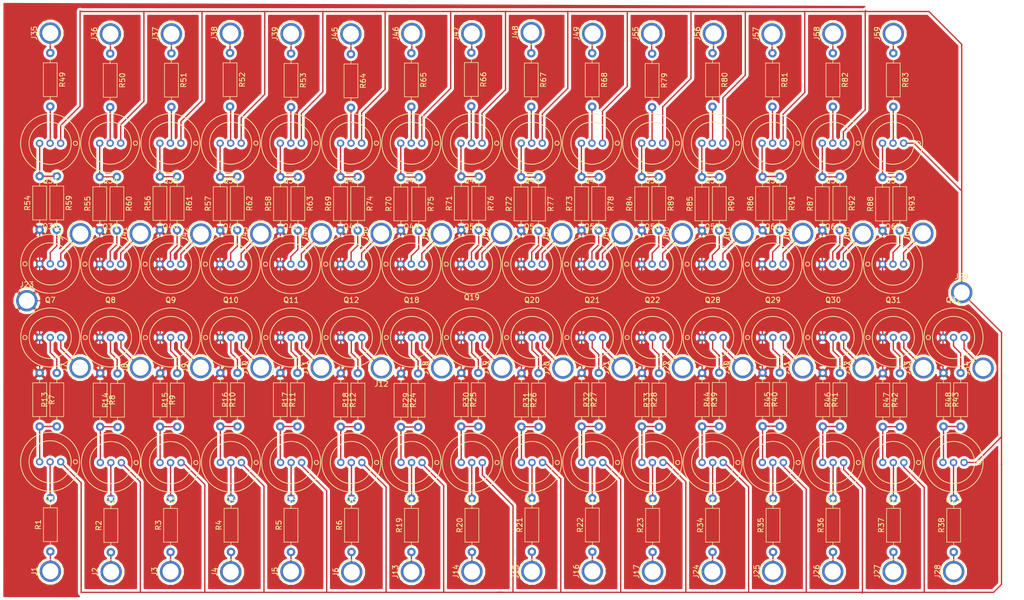
<source format=kicad_pcb>
(kicad_pcb (version 4) (host pcbnew 4.0.7)
  (layers (0 F.Cu signal) (31 B.Cu signal) (34 B.Paste user) (35 F.Paste user) (36 B.SilkS user) (37 F.SilkS user) (38 B.Mask user) (39 F.Mask user) (44 Edge.Cuts user))
  (net 0 "")
  (net 1 "Net-(J1-Pad1)")
  (net 2 "Net-(J2-Pad1)")
  (net 3 "Net-(J4-Pad1)")
  (net 4 "Net-(J5-Pad1)")
  (net 5 "Net-(J6-Pad1)")
  (net 6 "Net-(J7-Pad1)")
  (net 7 "Net-(J8-Pad1)")
  (net 8 "Net-(J9-Pad1)")
  (net 9 "Net-(Q1-Pad2)")
  (net 10 GND)
  (net 11 "Net-(Q1-Pad3)")
  (net 12 "Net-(Q2-Pad2)")
  (net 13 "Net-(Q3-Pad2)")
  (net 14 "Net-(Q3-Pad3)")
  (net 15 "Net-(Q4-Pad2)")
  (net 16 "Net-(Q5-Pad2)")
  (net 17 "Net-(Q6-Pad2)")
  (net 18 "Net-(J10-Pad1)")
  (net 19 "Net-(J11-Pad1)")
  (net 20 "Net-(J12-Pad1)")
  (net 21 "Net-(J13-Pad1)")
  (net 22 "Net-(J14-Pad1)")
  (net 23 "Net-(J15-Pad1)")
  (net 24 "Net-(J16-Pad1)")
  (net 25 "Net-(J17-Pad1)")
  (net 26 "Net-(J18-Pad1)")
  (net 27 "Net-(J19-Pad1)")
  (net 28 "Net-(J20-Pad1)")
  (net 29 "Net-(J21-Pad1)")
  (net 30 "Net-(J22-Pad1)")
  (net 31 "Net-(J23-Pad1)")
  (net 32 "Net-(J24-Pad1)")
  (net 33 "Net-(J25-Pad1)")
  (net 34 "Net-(J26-Pad1)")
  (net 35 "Net-(J27-Pad1)")
  (net 36 "Net-(J28-Pad1)")
  (net 37 "Net-(J30-Pad1)")
  (net 38 "Net-(J31-Pad1)")
  (net 39 "Net-(J32-Pad1)")
  (net 40 "Net-(J33-Pad1)")
  (net 41 "Net-(J34-Pad1)")
  (net 42 "Net-(J35-Pad1)")
  (net 43 "Net-(J36-Pad1)")
  (net 44 "Net-(J37-Pad1)")
  (net 45 "Net-(J38-Pad1)")
  (net 46 "Net-(J39-Pad1)")
  (net 47 "Net-(J40-Pad1)")
  (net 48 "Net-(J41-Pad1)")
  (net 49 "Net-(J42-Pad1)")
  (net 50 "Net-(J43-Pad1)")
  (net 51 "Net-(J44-Pad1)")
  (net 52 "Net-(J45-Pad1)")
  (net 53 "Net-(J46-Pad1)")
  (net 54 "Net-(J47-Pad1)")
  (net 55 "Net-(J48-Pad1)")
  (net 56 "Net-(J49-Pad1)")
  (net 57 "Net-(J50-Pad1)")
  (net 58 "Net-(J51-Pad1)")
  (net 59 "Net-(J52-Pad1)")
  (net 60 "Net-(J53-Pad1)")
  (net 61 "Net-(J54-Pad1)")
  (net 62 "Net-(J55-Pad1)")
  (net 63 "Net-(J56-Pad1)")
  (net 64 "Net-(J57-Pad1)")
  (net 65 "Net-(J58-Pad1)")
  (net 66 "Net-(J59-Pad1)")
  (net 67 "Net-(J60-Pad1)")
  (net 68 "Net-(J61-Pad1)")
  (net 69 "Net-(J62-Pad1)")
  (net 70 "Net-(J63-Pad1)")
  (net 71 "Net-(J64-Pad1)")
  (net 72 "Net-(Q2-Pad3)")
  (net 73 "Net-(Q4-Pad3)")
  (net 74 "Net-(Q7-Pad2)")
  (net 75 "Net-(Q8-Pad2)")
  (net 76 "Net-(Q9-Pad2)")
  (net 77 "Net-(Q10-Pad2)")
  (net 78 "Net-(Q11-Pad2)")
  (net 79 "Net-(Q12-Pad2)")
  (net 80 "Net-(Q13-Pad2)")
  (net 81 "Net-(Q13-Pad3)")
  (net 82 "Net-(Q14-Pad2)")
  (net 83 "Net-(Q14-Pad3)")
  (net 84 "Net-(Q15-Pad2)")
  (net 85 "Net-(Q15-Pad3)")
  (net 86 "Net-(Q16-Pad2)")
  (net 87 "Net-(Q16-Pad3)")
  (net 88 "Net-(Q17-Pad2)")
  (net 89 "Net-(Q17-Pad3)")
  (net 90 "Net-(Q18-Pad2)")
  (net 91 "Net-(Q19-Pad2)")
  (net 92 "Net-(Q20-Pad2)")
  (net 93 "Net-(Q21-Pad2)")
  (net 94 "Net-(Q22-Pad2)")
  (net 95 "Net-(Q23-Pad2)")
  (net 96 "Net-(Q23-Pad3)")
  (net 97 "Net-(Q24-Pad2)")
  (net 98 "Net-(Q24-Pad3)")
  (net 99 "Net-(Q25-Pad2)")
  (net 100 "Net-(Q25-Pad3)")
  (net 101 "Net-(Q26-Pad2)")
  (net 102 "Net-(Q27-Pad2)")
  (net 103 "Net-(Q27-Pad3)")
  (net 104 "Net-(Q28-Pad2)")
  (net 105 "Net-(Q29-Pad2)")
  (net 106 "Net-(Q30-Pad2)")
  (net 107 "Net-(Q31-Pad2)")
  (net 108 "Net-(Q32-Pad2)")
  (net 109 "Net-(Q33-Pad2)")
  (net 110 "Net-(Q33-Pad3)")
  (net 111 "Net-(Q34-Pad2)")
  (net 112 "Net-(Q34-Pad3)")
  (net 113 "Net-(Q35-Pad2)")
  (net 114 "Net-(Q35-Pad3)")
  (net 115 "Net-(Q36-Pad2)")
  (net 116 "Net-(Q36-Pad3)")
  (net 117 "Net-(Q37-Pad2)")
  (net 118 "Net-(Q37-Pad3)")
  (net 119 "Net-(Q38-Pad2)")
  (net 120 "Net-(Q39-Pad2)")
  (net 121 "Net-(Q40-Pad2)")
  (net 122 "Net-(Q41-Pad2)")
  (net 123 "Net-(Q42-Pad2)")
  (net 124 "Net-(Q43-Pad2)")
  (net 125 "Net-(Q43-Pad3)")
  (net 126 "Net-(Q44-Pad2)")
  (net 127 "Net-(Q44-Pad3)")
  (net 128 "Net-(Q45-Pad2)")
  (net 129 "Net-(Q45-Pad3)")
  (net 130 "Net-(Q46-Pad2)")
  (net 131 "Net-(Q46-Pad3)")
  (net 132 "Net-(Q47-Pad2)")
  (net 133 "Net-(Q47-Pad3)")
  (net 134 "Net-(Q48-Pad2)")
  (net 135 "Net-(Q49-Pad2)")
  (net 136 "Net-(Q50-Pad2)")
  (net 137 "Net-(Q51-Pad2)")
  (net 138 "Net-(Q52-Pad2)")
  (net 139 "Net-(Q53-Pad2)")
  (net 140 "Net-(Q53-Pad3)")
  (net 141 "Net-(Q54-Pad2)")
  (net 142 "Net-(Q54-Pad3)")
  (net 143 "Net-(Q55-Pad2)")
  (net 144 "Net-(Q55-Pad3)")
  (net 145 "Net-(Q56-Pad2)")
  (net 146 "Net-(Q56-Pad3)")
  (net 147 "Net-(Q57-Pad2)")
  (net 148 "Net-(Q57-Pad3)")
  (net 149 "Net-(Q58-Pad2)")
  (net 150 "Net-(Q59-Pad2)")
  (net 151 "Net-(Q60-Pad2)")
  (net 152 "Net-(Q61-Pad2)")
  (net 153 "Net-(Q62-Pad2)")
  (net 154 "Net-(J3-Pad1)")
  (net 155 "Net-(Q5-Pad3)")
  (net 156 "Net-(Q6-Pad3)")
  (net 157 "Net-(Q26-Pad3)")
  (module Connectors:1pin (layer F.Cu) (at 48.9204 146.6088 90)
    (fp_text reference J1 (at 0 -3.048 90) (layer F.SilkS))
    (fp_text value Conn_01x01)
    (pad 1 thru_hole circle (at 0 0 90) (size 4.064 4.064) (drill 3.048) (layers *.Cu *.Mask) (net 1 "Net-(J1-Pad1)"))
  )
  (module Connectors:1pin (layer F.Cu) (at 60.452 146.7104 90)
    (fp_text reference J2 (at 0 -3.048 90) (layer F.SilkS))
    (fp_text value Conn_01x01)
    (pad 1 thru_hole circle (at 0 0 90) (size 4.064 4.064) (drill 3.048) (layers *.Cu *.Mask) (net 2 "Net-(J2-Pad1)"))
  )
  (module Connectors:1pin (layer F.Cu) (at 71.7296 146.6596 90)
    (fp_text reference J3 (at 0 -3.048 90) (layer F.SilkS))
    (fp_text value Conn_01x01)
    (pad 1 thru_hole circle (at 0 0 90) (size 4.064 4.064) (drill 3.048) (layers *.Cu *.Mask) (net 154 "Net-(J3-Pad1)"))
  )
  (module Connectors:1pin (layer F.Cu) (at 83.1596 146.7104 90)
    (fp_text reference J4 (at 0 -3.048 90) (layer F.SilkS))
    (fp_text value Conn_01x01)
    (pad 1 thru_hole circle (at 0 0 90) (size 4.064 4.064) (drill 3.048) (layers *.Cu *.Mask) (net 3 "Net-(J4-Pad1)"))
  )
  (module Connectors:1pin (layer F.Cu) (at 94.5896 146.6596 90)
    (fp_text reference J5 (at 0 -3.048 90) (layer F.SilkS))
    (fp_text value Conn_01x01)
    (pad 1 thru_hole circle (at 0 0 90) (size 4.064 4.064) (drill 3.048) (layers *.Cu *.Mask) (net 4 "Net-(J5-Pad1)"))
  )
  (module Connectors:1pin (layer F.Cu) (at 106.1212 146.7612 90)
    (fp_text reference J6 (at 0 -3.048 90) (layer F.SilkS))
    (fp_text value Conn_01x01)
    (pad 1 thru_hole circle (at 0 0 90) (size 4.064 4.064) (drill 3.048) (layers *.Cu *.Mask) (net 5 "Net-(J6-Pad1)"))
  )
  (module Connectors:1pin (layer F.Cu) (at 54.5592 107.95 90)
    (fp_text reference J7 (at 0 -3.048 90) (layer F.SilkS))
    (fp_text value Conn_01x01)
    (pad 1 thru_hole circle (at 0 0 90) (size 4.064 4.064) (drill 3.048) (layers *.Cu *.Mask) (net 6 "Net-(J7-Pad1)"))
  )
  (module Connectors:1pin (layer F.Cu) (at 66.04 107.95 90)
    (fp_text reference J8 (at 0 -3.048 90) (layer F.SilkS))
    (fp_text value Conn_01x01)
    (pad 1 thru_hole circle (at 0 0 90) (size 4.064 4.064) (drill 3.048) (layers *.Cu *.Mask) (net 7 "Net-(J8-Pad1)"))
  )
  (module Resistors_THT:R_Axial_DIN0207_L6.3mm_D2.5mm_P10.16mm_Horizontal (layer F.Cu) (at 48.9204 142.8496 90)
    (fp_text reference R1 (at 5.08 -2.31 90) (layer F.SilkS))
    (fp_text value R)
    (pad 1 thru_hole circle (at 0 0 90) (size 1.6 1.6) (drill 0.8) (layers *.Cu *.Mask) (net 1 "Net-(J1-Pad1)"))
    (pad 2 thru_hole oval (at 10.16 0 90) (size 1.6 1.6) (drill 0.8) (layers *.Cu *.Mask) (net 9 "Net-(Q1-Pad2)"))
  )
  (module Resistors_THT:R_Axial_DIN0207_L6.3mm_D2.5mm_P10.16mm_Horizontal (layer F.Cu) (at 60.4012 143.002 90)
    (fp_text reference R2 (at 5.08 -2.31 90) (layer F.SilkS))
    (fp_text value R)
    (pad 1 thru_hole circle (at 0 0 90) (size 1.6 1.6) (drill 0.8) (layers *.Cu *.Mask) (net 2 "Net-(J2-Pad1)"))
    (pad 2 thru_hole oval (at 10.16 0 90) (size 1.6 1.6) (drill 0.8) (layers *.Cu *.Mask) (net 12 "Net-(Q2-Pad2)"))
  )
  (module Resistors_THT:R_Axial_DIN0207_L6.3mm_D2.5mm_P10.16mm_Horizontal (layer F.Cu) (at 71.7296 142.9512 90)
    (fp_text reference R3 (at 5.08 -2.31 90) (layer F.SilkS))
    (fp_text value R)
    (pad 1 thru_hole circle (at 0 0 90) (size 1.6 1.6) (drill 0.8) (layers *.Cu *.Mask) (net 154 "Net-(J3-Pad1)"))
    (pad 2 thru_hole oval (at 10.16 0 90) (size 1.6 1.6) (drill 0.8) (layers *.Cu *.Mask) (net 13 "Net-(Q3-Pad2)"))
  )
  (module Resistors_THT:R_Axial_DIN0207_L6.3mm_D2.5mm_P10.16mm_Horizontal (layer F.Cu) (at 83.2104 142.9512 90)
    (fp_text reference R4 (at 5.08 -2.31 90) (layer F.SilkS))
    (fp_text value R)
    (pad 1 thru_hole circle (at 0 0 90) (size 1.6 1.6) (drill 0.8) (layers *.Cu *.Mask) (net 3 "Net-(J4-Pad1)"))
    (pad 2 thru_hole oval (at 10.16 0 90) (size 1.6 1.6) (drill 0.8) (layers *.Cu *.Mask) (net 15 "Net-(Q4-Pad2)"))
  )
  (module Resistors_THT:R_Axial_DIN0207_L6.3mm_D2.5mm_P10.16mm_Horizontal (layer F.Cu) (at 94.5896 142.9512 90)
    (fp_text reference R5 (at 5.08 -2.31 90) (layer F.SilkS))
    (fp_text value R)
    (pad 1 thru_hole circle (at 0 0 90) (size 1.6 1.6) (drill 0.8) (layers *.Cu *.Mask) (net 4 "Net-(J5-Pad1)"))
    (pad 2 thru_hole oval (at 10.16 0 90) (size 1.6 1.6) (drill 0.8) (layers *.Cu *.Mask) (net 16 "Net-(Q5-Pad2)"))
  )
  (module Resistors_THT:R_Axial_DIN0207_L6.3mm_D2.5mm_P10.16mm_Horizontal (layer F.Cu) (at 106.0704 142.9512 90)
    (fp_text reference R6 (at 5.08 -2.31 90) (layer F.SilkS))
    (fp_text value R)
    (pad 1 thru_hole circle (at 0 0 90) (size 1.6 1.6) (drill 0.8) (layers *.Cu *.Mask) (net 5 "Net-(J6-Pad1)"))
    (pad 2 thru_hole oval (at 10.16 0 90) (size 1.6 1.6) (drill 0.8) (layers *.Cu *.Mask) (net 17 "Net-(Q6-Pad2)"))
  )
  (module Resistors_THT:R_Axial_DIN0207_L6.3mm_D2.5mm_P10.16mm_Horizontal (layer F.Cu) (at 46.8884 108.966 270)
    (fp_text reference R7 (at 5.08 -2.31 270) (layer F.SilkS))
    (fp_text value R)
    (pad 1 thru_hole circle (at 0 0 270) (size 1.6 1.6) (drill 0.8) (layers *.Cu *.Mask) (net 31 "Net-(J23-Pad1)"))
    (pad 2 thru_hole oval (at 10.16 0 270) (size 1.6 1.6) (drill 0.8) (layers *.Cu *.Mask) (net 11 "Net-(Q1-Pad3)"))
  )
  (module Resistors_THT:R_Axial_DIN0207_L6.3mm_D2.5mm_P10.16mm_Horizontal (layer F.Cu) (at 58.3692 109.0168 270)
    (fp_text reference R8 (at 5.08 -2.31 270) (layer F.SilkS))
    (fp_text value R)
    (pad 1 thru_hole circle (at 0 0 270) (size 1.6 1.6) (drill 0.8) (layers *.Cu *.Mask) (net 31 "Net-(J23-Pad1)"))
    (pad 2 thru_hole oval (at 10.16 0 270) (size 1.6 1.6) (drill 0.8) (layers *.Cu *.Mask) (net 72 "Net-(Q2-Pad3)"))
  )
  (module Resistors_THT:R_Axial_DIN0207_L6.3mm_D2.5mm_P10.16mm_Horizontal (layer F.Cu) (at 69.7484 109.0168 270)
    (fp_text reference R9 (at 5.08 -2.31 270) (layer F.SilkS))
    (fp_text value R)
    (pad 1 thru_hole circle (at 0 0 270) (size 1.6 1.6) (drill 0.8) (layers *.Cu *.Mask) (net 31 "Net-(J23-Pad1)"))
    (pad 2 thru_hole oval (at 10.16 0 270) (size 1.6 1.6) (drill 0.8) (layers *.Cu *.Mask) (net 14 "Net-(Q3-Pad3)"))
  )
  (module Connectors:1pin (layer F.Cu) (at 77.47 107.95 90)
    (fp_text reference J9 (at 0 -3.048 90) (layer F.SilkS))
    (fp_text value Conn_01x01)
    (pad 1 thru_hole circle (at 0 0 90) (size 4.064 4.064) (drill 3.048) (layers *.Cu *.Mask) (net 8 "Net-(J9-Pad1)"))
  )
  (module Connectors:1pin (layer F.Cu) (at 88.9 107.95 90)
    (fp_text reference J10 (at 0 -3.048 90) (layer F.SilkS))
    (fp_text value Conn_01x01)
    (pad 1 thru_hole circle (at 0 0 90) (size 4.064 4.064) (drill 3.048) (layers *.Cu *.Mask) (net 18 "Net-(J10-Pad1)"))
  )
  (module Connectors:1pin (layer F.Cu) (at 100.33 107.95 90)
    (fp_text reference J11 (at 0 -3.048 90) (layer F.SilkS))
    (fp_text value Conn_01x01)
    (pad 1 thru_hole circle (at 0 0 90) (size 4.064 4.064) (drill 3.048) (layers *.Cu *.Mask) (net 19 "Net-(J11-Pad1)"))
  )
  (module Connectors:1pin (layer F.Cu) (at 111.76 108.0008 180)
    (fp_text reference J12 (at 0 -3.048 180) (layer F.SilkS))
    (fp_text value Conn_01x01)
    (pad 1 thru_hole circle (at 0 0 180) (size 4.064 4.064) (drill 3.048) (layers *.Cu *.Mask) (net 20 "Net-(J12-Pad1)"))
  )
  (module Connectors:1pin (layer F.Cu) (at 117.4496 146.7104 90)
    (fp_text reference J13 (at 0 -3.048 90) (layer F.SilkS))
    (fp_text value Conn_01x01)
    (pad 1 thru_hole circle (at 0 0 90) (size 4.064 4.064) (drill 3.048) (layers *.Cu *.Mask) (net 21 "Net-(J13-Pad1)"))
  )
  (module Connectors:1pin (layer F.Cu) (at 128.9304 146.6596 90)
    (fp_text reference J14 (at 0 -3.048 90) (layer F.SilkS))
    (fp_text value Conn_01x01)
    (pad 1 thru_hole circle (at 0 0 90) (size 4.064 4.064) (drill 3.048) (layers *.Cu *.Mask) (net 22 "Net-(J14-Pad1)"))
  )
  (module Connectors:1pin (layer F.Cu) (at 140.3096 146.6596 90)
    (fp_text reference J15 (at 0 -3.048 90) (layer F.SilkS))
    (fp_text value Conn_01x01)
    (pad 1 thru_hole circle (at 0 0 90) (size 4.064 4.064) (drill 3.048) (layers *.Cu *.Mask) (net 23 "Net-(J15-Pad1)"))
  )
  (module Connectors:1pin (layer F.Cu) (at 151.7904 146.6088 90)
    (fp_text reference J16 (at 0 -3.048 90) (layer F.SilkS))
    (fp_text value Conn_01x01)
    (pad 1 thru_hole circle (at 0 0 90) (size 4.064 4.064) (drill 3.048) (layers *.Cu *.Mask) (net 24 "Net-(J16-Pad1)"))
  )
  (module Connectors:1pin (layer F.Cu) (at 163.2204 146.6596 90)
    (fp_text reference J17 (at 0 -3.048 90) (layer F.SilkS))
    (fp_text value Conn_01x01)
    (pad 1 thru_hole circle (at 0 0 90) (size 4.064 4.064) (drill 3.048) (layers *.Cu *.Mask) (net 25 "Net-(J17-Pad1)"))
  )
  (module Connectors:1pin (layer F.Cu) (at 123.19 108.0008 90)
    (fp_text reference J18 (at 0 -3.048 90) (layer F.SilkS))
    (fp_text value Conn_01x01)
    (pad 1 thru_hole circle (at 0 0 90) (size 4.064 4.064) (drill 3.048) (layers *.Cu *.Mask) (net 26 "Net-(J18-Pad1)"))
  )
  (module Connectors:1pin (layer F.Cu) (at 134.62 107.95 90)
    (fp_text reference J19 (at 0 -3.048 90) (layer F.SilkS))
    (fp_text value Conn_01x01)
    (pad 1 thru_hole circle (at 0 0 90) (size 4.064 4.064) (drill 3.048) (layers *.Cu *.Mask) (net 27 "Net-(J19-Pad1)"))
  )
  (module Connectors:1pin (layer F.Cu) (at 146.2024 108.0516 90)
    (fp_text reference J20 (at 0 -3.048 90) (layer F.SilkS))
    (fp_text value Conn_01x01)
    (pad 1 thru_hole circle (at 0 0 90) (size 4.064 4.064) (drill 3.048) (layers *.Cu *.Mask) (net 28 "Net-(J20-Pad1)"))
  )
  (module Connectors:1pin (layer F.Cu) (at 157.48 107.95 90)
    (fp_text reference J21 (at 0 -3.048 90) (layer F.SilkS))
    (fp_text value Conn_01x01)
    (pad 1 thru_hole circle (at 0 0 90) (size 4.064 4.064) (drill 3.048) (layers *.Cu *.Mask) (net 29 "Net-(J21-Pad1)"))
  )
  (module Connectors:1pin (layer F.Cu) (at 168.91 107.95 90)
    (fp_text reference J22 (at 0 -3.048 90) (layer F.SilkS))
    (fp_text value Conn_01x01)
    (pad 1 thru_hole circle (at 0 0 90) (size 4.064 4.064) (drill 3.048) (layers *.Cu *.Mask) (net 30 "Net-(J22-Pad1)"))
  )
  (module Connectors:1pin (layer F.Cu) (at 44.45 95.25)
    (fp_text reference J23 (at 0 -3.048) (layer F.SilkS))
    (fp_text value Conn_01x01)
    (pad 1 thru_hole circle (at 0 0) (size 4.064 4.064) (drill 3.048) (layers *.Cu *.Mask) (net 31 "Net-(J23-Pad1)"))
  )
  (module Connectors:1pin (layer F.Cu) (at 174.5488 146.6596 90)
    (fp_text reference J24 (at 0 -3.048 90) (layer F.SilkS))
    (fp_text value Conn_01x01)
    (pad 1 thru_hole circle (at 0 0 90) (size 4.064 4.064) (drill 3.048) (layers *.Cu *.Mask) (net 32 "Net-(J24-Pad1)"))
  )
  (module Connectors:1pin (layer F.Cu) (at 186.0296 146.6596 90)
    (fp_text reference J25 (at 0 -3.048 90) (layer F.SilkS))
    (fp_text value Conn_01x01)
    (pad 1 thru_hole circle (at 0 0 90) (size 4.064 4.064) (drill 3.048) (layers *.Cu *.Mask) (net 33 "Net-(J25-Pad1)"))
  )
  (module Connectors:1pin (layer F.Cu) (at 197.4088 146.6596 90)
    (fp_text reference J26 (at 0 -3.048 90) (layer F.SilkS))
    (fp_text value Conn_01x01)
    (pad 1 thru_hole circle (at 0 0 90) (size 4.064 4.064) (drill 3.048) (layers *.Cu *.Mask) (net 34 "Net-(J26-Pad1)"))
  )
  (module Connectors:1pin (layer F.Cu) (at 208.8896 146.6596 90)
    (fp_text reference J27 (at 0 -3.048 90) (layer F.SilkS))
    (fp_text value Conn_01x01)
    (pad 1 thru_hole circle (at 0 0 90) (size 4.064 4.064) (drill 3.048) (layers *.Cu *.Mask) (net 35 "Net-(J27-Pad1)"))
  )
  (module Connectors:1pin (layer F.Cu) (at 220.3704 146.6596 90)
    (fp_text reference J28 (at 0 -3.048 90) (layer F.SilkS))
    (fp_text value Conn_01x01)
    (pad 1 thru_hole circle (at 0 0 90) (size 4.064 4.064) (drill 3.048) (layers *.Cu *.Mask) (net 36 "Net-(J28-Pad1)"))
  )
  (module Connectors:1pin (layer F.Cu) (at 221.8944 93.7006)
    (fp_text reference J29 (at 0 -3.048) (layer F.SilkS))
    (fp_text value Conn_01x01)
    (pad 1 thru_hole circle (at 0 0) (size 4.064 4.064) (drill 3.048) (layers *.Cu *.Mask) (net 10 GND))
  )
  (module Connectors:1pin (layer F.Cu) (at 180.34 107.95 90)
    (fp_text reference J30 (at 0 -3.048 90) (layer F.SilkS))
    (fp_text value Conn_01x01)
    (pad 1 thru_hole circle (at 0 0 90) (size 4.064 4.064) (drill 3.048) (layers *.Cu *.Mask) (net 37 "Net-(J30-Pad1)"))
  )
  (module Connectors:1pin (layer F.Cu) (at 191.7192 108.0008 90)
    (fp_text reference J31 (at 0 -3.048 90) (layer F.SilkS))
    (fp_text value Conn_01x01)
    (pad 1 thru_hole circle (at 0 0 90) (size 4.064 4.064) (drill 3.048) (layers *.Cu *.Mask) (net 38 "Net-(J31-Pad1)"))
  )
  (module Connectors:1pin (layer F.Cu) (at 203.2 108.0008 90)
    (fp_text reference J32 (at 0 -3.048 90) (layer F.SilkS))
    (fp_text value Conn_01x01)
    (pad 1 thru_hole circle (at 0 0 90) (size 4.064 4.064) (drill 3.048) (layers *.Cu *.Mask) (net 39 "Net-(J32-Pad1)"))
  )
  (module Connectors:1pin (layer F.Cu) (at 214.63 108.0008 90)
    (fp_text reference J33 (at 0 -3.048 90) (layer F.SilkS))
    (fp_text value Conn_01x01)
    (pad 1 thru_hole circle (at 0 0 90) (size 4.064 4.064) (drill 3.048) (layers *.Cu *.Mask) (net 40 "Net-(J33-Pad1)"))
  )
  (module Connectors:1pin (layer F.Cu) (at 225.9584 108.0516 90)
    (fp_text reference J34 (at 0 -3.048 90) (layer F.SilkS))
    (fp_text value Conn_01x01)
    (pad 1 thru_hole circle (at 0 0 90) (size 4.064 4.064) (drill 3.048) (layers *.Cu *.Mask) (net 41 "Net-(J34-Pad1)"))
  )
  (module Connectors:1pin (layer F.Cu) (at 48.895 44.45 90)
    (fp_text reference J35 (at 0 -3.048 90) (layer F.SilkS))
    (fp_text value Conn_01x01)
    (pad 1 thru_hole circle (at 0 0 90) (size 4.064 4.064) (drill 3.048) (layers *.Cu *.Mask) (net 42 "Net-(J35-Pad1)"))
  )
  (module Connectors:1pin (layer F.Cu) (at 60.3123 44.6151 90)
    (fp_text reference J36 (at 0 -3.048 90) (layer F.SilkS))
    (fp_text value Conn_01x01)
    (pad 1 thru_hole circle (at 0 0 90) (size 4.064 4.064) (drill 3.048) (layers *.Cu *.Mask) (net 43 "Net-(J36-Pad1)"))
  )
  (module Connectors:1pin (layer F.Cu) (at 71.8947 44.6151 90)
    (fp_text reference J37 (at 0 -3.048 90) (layer F.SilkS))
    (fp_text value Conn_01x01)
    (pad 1 thru_hole circle (at 0 0 90) (size 4.064 4.064) (drill 3.048) (layers *.Cu *.Mask) (net 44 "Net-(J37-Pad1)"))
  )
  (module Connectors:1pin (layer F.Cu) (at 83.0961 44.5008 90)
    (fp_text reference J38 (at 0 -3.048 90) (layer F.SilkS))
    (fp_text value Conn_01x01)
    (pad 1 thru_hole circle (at 0 0 90) (size 4.064 4.064) (drill 3.048) (layers *.Cu *.Mask) (net 45 "Net-(J38-Pad1)"))
  )
  (module Connectors:1pin (layer F.Cu) (at 94.6023 44.577 90)
    (fp_text reference J39 (at 0 -3.048 90) (layer F.SilkS))
    (fp_text value Conn_01x01)
    (pad 1 thru_hole circle (at 0 0 90) (size 4.064 4.064) (drill 3.048) (layers *.Cu *.Mask) (net 46 "Net-(J39-Pad1)"))
  )
  (module Connectors:1pin (layer F.Cu) (at 54.61 82.55 90)
    (fp_text reference J40 (at 0 -3.81 90) (layer F.SilkS))
    (fp_text value Conn_01x01)
    (pad 1 thru_hole circle (at 0 0 90) (size 4.064 4.064) (drill 3.048) (layers *.Cu *.Mask) (net 47 "Net-(J40-Pad1)"))
  )
  (module Connectors:1pin (layer F.Cu) (at 65.9892 82.4992 90)
    (fp_text reference J41 (at 0 -3.048 90) (layer F.SilkS))
    (fp_text value Conn_01x01)
    (pad 1 thru_hole circle (at 0 0 90) (size 4.064 4.064) (drill 3.048) (layers *.Cu *.Mask) (net 48 "Net-(J41-Pad1)"))
  )
  (module Connectors:1pin (layer F.Cu) (at 77.47 82.6008 90)
    (fp_text reference J42 (at 0 -3.048 90) (layer F.SilkS))
    (fp_text value Conn_01x01)
    (pad 1 thru_hole circle (at 0 0 90) (size 4.064 4.064) (drill 3.048) (layers *.Cu *.Mask) (net 49 "Net-(J42-Pad1)"))
  )
  (module Connectors:1pin (layer F.Cu) (at 88.8492 82.55 90)
    (fp_text reference J43 (at 0 -3.048 90) (layer F.SilkS))
    (fp_text value Conn_01x01)
    (pad 1 thru_hole circle (at 0 0 90) (size 4.064 4.064) (drill 3.048) (layers *.Cu *.Mask) (net 50 "Net-(J43-Pad1)"))
  )
  (module Connectors:1pin (layer F.Cu) (at 100.33 82.55 90)
    (fp_text reference J44 (at 0 -3.048 90) (layer F.SilkS))
    (fp_text value Conn_01x01)
    (pad 1 thru_hole circle (at 0 0 90) (size 4.064 4.064) (drill 3.048) (layers *.Cu *.Mask) (net 51 "Net-(J44-Pad1)"))
  )
  (module Connectors:1pin (layer F.Cu) (at 105.9561 44.6151 90)
    (fp_text reference J45 (at 0 -3.048 90) (layer F.SilkS))
    (fp_text value Conn_01x01)
    (pad 1 thru_hole circle (at 0 0 90) (size 4.064 4.064) (drill 3.048) (layers *.Cu *.Mask) (net 52 "Net-(J45-Pad1)"))
  )
  (module Connectors:1pin (layer F.Cu) (at 117.5258 44.5389 90)
    (fp_text reference J46 (at 0 -3.048 90) (layer F.SilkS))
    (fp_text value Conn_01x01)
    (pad 1 thru_hole circle (at 0 0 90) (size 4.064 4.064) (drill 3.048) (layers *.Cu *.Mask) (net 53 "Net-(J46-Pad1)"))
  )
  (module Connectors:1pin (layer F.Cu) (at 128.905 44.5389 90)
    (fp_text reference J47 (at 0 -3.048 90) (layer F.SilkS))
    (fp_text value Conn_01x01)
    (pad 1 thru_hole circle (at 0 0 90) (size 4.064 4.064) (drill 3.048) (layers *.Cu *.Mask) (net 54 "Net-(J47-Pad1)"))
  )
  (module Connectors:1pin (layer F.Cu) (at 140.1953 44.3611 90)
    (fp_text reference J48 (at 0 -3.048 90) (layer F.SilkS))
    (fp_text value Conn_01x01)
    (pad 1 thru_hole circle (at 0 0 90) (size 4.064 4.064) (drill 3.048) (layers *.Cu *.Mask) (net 55 "Net-(J48-Pad1)"))
  )
  (module Connectors:1pin (layer F.Cu) (at 151.8412 44.5389 90)
    (fp_text reference J49 (at 0 -3.048 90) (layer F.SilkS))
    (fp_text value Conn_01x01)
    (pad 1 thru_hole circle (at 0 0 90) (size 4.064 4.064) (drill 3.048) (layers *.Cu *.Mask) (net 56 "Net-(J49-Pad1)"))
  )
  (module Connectors:1pin (layer F.Cu) (at 111.7092 82.4992 90)
    (fp_text reference J50 (at 0 -3.048 90) (layer F.SilkS))
    (fp_text value Conn_01x01)
    (pad 1 thru_hole circle (at 0 0 90) (size 4.064 4.064) (drill 3.048) (layers *.Cu *.Mask) (net 57 "Net-(J50-Pad1)"))
  )
  (module Connectors:1pin (layer F.Cu) (at 123.1392 82.55 90)
    (fp_text reference J51 (at 0 -3.048 90) (layer F.SilkS))
    (fp_text value Conn_01x01)
    (pad 1 thru_hole circle (at 0 0 90) (size 4.064 4.064) (drill 3.048) (layers *.Cu *.Mask) (net 58 "Net-(J51-Pad1)"))
  )
  (module Connectors:1pin (layer F.Cu) (at 134.5692 82.4992 90)
    (fp_text reference J52 (at 0 -3.048 90) (layer F.SilkS))
    (fp_text value Conn_01x01)
    (pad 1 thru_hole circle (at 0 0 90) (size 4.064 4.064) (drill 3.048) (layers *.Cu *.Mask) (net 59 "Net-(J52-Pad1)"))
  )
  (module Connectors:1pin (layer F.Cu) (at 145.9992 82.55 90)
    (fp_text reference J53 (at 0 -3.048 90) (layer F.SilkS))
    (fp_text value Conn_01x01)
    (pad 1 thru_hole circle (at 0 0 90) (size 4.064 4.064) (drill 3.048) (layers *.Cu *.Mask) (net 60 "Net-(J53-Pad1)"))
  )
  (module Connectors:1pin (layer F.Cu) (at 157.4292 82.55 90)
    (fp_text reference J54 (at 0 -3.048 90) (layer F.SilkS))
    (fp_text value Conn_01x01)
    (pad 1 thru_hole circle (at 0 0 90) (size 4.064 4.064) (drill 3.048) (layers *.Cu *.Mask) (net 61 "Net-(J54-Pad1)"))
  )
  (module Connectors:1pin (layer F.Cu) (at 163.0426 44.5389 90)
    (fp_text reference J55 (at 0 -3.048 90) (layer F.SilkS))
    (fp_text value Conn_01x01)
    (pad 1 thru_hole circle (at 0 0 90) (size 4.064 4.064) (drill 3.048) (layers *.Cu *.Mask) (net 62 "Net-(J55-Pad1)"))
  )
  (module Connectors:1pin (layer F.Cu) (at 174.7774 44.5389 90)
    (fp_text reference J56 (at 0 -3.048 90) (layer F.SilkS))
    (fp_text value Conn_01x01)
    (pad 1 thru_hole circle (at 0 0 90) (size 4.064 4.064) (drill 3.048) (layers *.Cu *.Mask) (net 63 "Net-(J56-Pad1)"))
  )
  (module Connectors:1pin (layer F.Cu) (at 185.8899 44.6278 90)
    (fp_text reference J57 (at 0 -3.048 90) (layer F.SilkS))
    (fp_text value Conn_01x01)
    (pad 1 thru_hole circle (at 0 0 90) (size 4.064 4.064) (drill 3.048) (layers *.Cu *.Mask) (net 64 "Net-(J57-Pad1)"))
  )
  (module Connectors:1pin (layer F.Cu) (at 197.4469 44.5389 90)
    (fp_text reference J58 (at 0 -3.048 90) (layer F.SilkS))
    (fp_text value Conn_01x01)
    (pad 1 thru_hole circle (at 0 0 90) (size 4.064 4.064) (drill 3.048) (layers *.Cu *.Mask) (net 65 "Net-(J58-Pad1)"))
  )
  (module Connectors:1pin (layer F.Cu) (at 208.915 44.5389 90)
    (fp_text reference J59 (at 0 -3.048 90) (layer F.SilkS))
    (fp_text value Conn_01x01)
    (pad 1 thru_hole circle (at 0 0 90) (size 4.064 4.064) (drill 3.048) (layers *.Cu *.Mask) (net 66 "Net-(J59-Pad1)"))
  )
  (module Connectors:1pin (layer F.Cu) (at 168.8592 82.55 90)
    (fp_text reference J60 (at 0 -3.048 90) (layer F.SilkS))
    (fp_text value Conn_01x01)
    (pad 1 thru_hole circle (at 0 0 90) (size 4.064 4.064) (drill 3.048) (layers *.Cu *.Mask) (net 67 "Net-(J60-Pad1)"))
  )
  (module Connectors:1pin (layer F.Cu) (at 180.3908 82.4484 90)
    (fp_text reference J61 (at 0 -3.048 90) (layer F.SilkS))
    (fp_text value Conn_01x01)
    (pad 1 thru_hole circle (at 0 0 90) (size 4.064 4.064) (drill 3.048) (layers *.Cu *.Mask) (net 68 "Net-(J61-Pad1)"))
  )
  (module Connectors:1pin (layer F.Cu) (at 191.7192 82.4992 90)
    (fp_text reference J62 (at 0 -3.048 90) (layer F.SilkS))
    (fp_text value Conn_01x01)
    (pad 1 thru_hole circle (at 0 0 90) (size 4.064 4.064) (drill 3.048) (layers *.Cu *.Mask) (net 69 "Net-(J62-Pad1)"))
  )
  (module Connectors:1pin (layer F.Cu) (at 203.1492 82.55 90)
    (fp_text reference J63 (at 0 -3.048 90) (layer F.SilkS))
    (fp_text value Conn_01x01)
    (pad 1 thru_hole circle (at 0 0 90) (size 4.064 4.064) (drill 3.048) (layers *.Cu *.Mask) (net 70 "Net-(J63-Pad1)"))
  )
  (module Connectors:1pin (layer F.Cu) (at 214.5284 82.4484 90)
    (fp_text reference J64 (at 0 -3.048 90) (layer F.SilkS))
    (fp_text value Conn_01x01)
    (pad 1 thru_hole circle (at 0 0 90) (size 4.064 4.064) (drill 3.048) (layers *.Cu *.Mask) (net 71 "Net-(J64-Pad1)"))
  )
  (module Transistors_OldSowjetAera:OldSowjetaera_Transistor_Type-I_SmallPads (layer F.Cu) (at 48.8696 125.8316 180)
    (fp_text reference Q1 (at 0 -7.1 180) (layer F.SilkS))
    (fp_text value 2N3904)
    (pad 2 thru_hole circle (at 0 0 180) (size 1.4 1.4) (drill 0.8) (layers *.Cu *.Mask) (net 9 "Net-(Q1-Pad2)"))
    (pad 1 thru_hole circle (at -2 0 180) (size 1.4 1.4) (drill 0.8) (layers *.Cu *.Mask) (net 10 GND))
    (pad 3 thru_hole circle (at 2 0 180) (size 1.4 1.4) (drill 0.8) (layers *.Cu *.Mask) (net 11 "Net-(Q1-Pad3)"))
  )
  (module Transistors_OldSowjetAera:OldSowjetaera_Transistor_Type-I_SmallPads (layer F.Cu) (at 60.4012 125.984 180)
    (fp_text reference Q2 (at 0 -7.1 180) (layer F.SilkS))
    (fp_text value 2N3904)
    (pad 2 thru_hole circle (at 0 0 180) (size 1.4 1.4) (drill 0.8) (layers *.Cu *.Mask) (net 12 "Net-(Q2-Pad2)"))
    (pad 1 thru_hole circle (at -2 0 180) (size 1.4 1.4) (drill 0.8) (layers *.Cu *.Mask) (net 10 GND))
    (pad 3 thru_hole circle (at 2 0 180) (size 1.4 1.4) (drill 0.8) (layers *.Cu *.Mask) (net 72 "Net-(Q2-Pad3)"))
  )
  (module Transistors_OldSowjetAera:OldSowjetaera_Transistor_Type-I_SmallPads (layer F.Cu) (at 71.7296 125.984 180)
    (fp_text reference Q3 (at 0 -7.1 180) (layer F.SilkS))
    (fp_text value 2N3904)
    (pad 2 thru_hole circle (at 0 0 180) (size 1.4 1.4) (drill 0.8) (layers *.Cu *.Mask) (net 13 "Net-(Q3-Pad2)"))
    (pad 1 thru_hole circle (at -2 0 180) (size 1.4 1.4) (drill 0.8) (layers *.Cu *.Mask) (net 10 GND))
    (pad 3 thru_hole circle (at 2 0 180) (size 1.4 1.4) (drill 0.8) (layers *.Cu *.Mask) (net 14 "Net-(Q3-Pad3)"))
  )
  (module Transistors_OldSowjetAera:OldSowjetaera_Transistor_Type-I_SmallPads (layer F.Cu) (at 83.185 125.9586 180)
    (fp_text reference Q4 (at 0 -7.1 180) (layer F.SilkS))
    (fp_text value 2N3904)
    (pad 2 thru_hole circle (at 0 0 180) (size 1.4 1.4) (drill 0.8) (layers *.Cu *.Mask) (net 15 "Net-(Q4-Pad2)"))
    (pad 1 thru_hole circle (at -2 0 180) (size 1.4 1.4) (drill 0.8) (layers *.Cu *.Mask) (net 10 GND))
    (pad 3 thru_hole circle (at 2 0 180) (size 1.4 1.4) (drill 0.8) (layers *.Cu *.Mask) (net 73 "Net-(Q4-Pad3)"))
  )
  (module Transistors_OldSowjetAera:OldSowjetaera_Transistor_Type-I_SmallPads (layer F.Cu) (at 94.615 125.9586 180)
    (fp_text reference Q5 (at 0 -7.1 180) (layer F.SilkS))
    (fp_text value 2N3904)
    (pad 2 thru_hole circle (at 0 0 180) (size 1.4 1.4) (drill 0.8) (layers *.Cu *.Mask) (net 16 "Net-(Q5-Pad2)"))
    (pad 1 thru_hole circle (at -2 0 180) (size 1.4 1.4) (drill 0.8) (layers *.Cu *.Mask) (net 10 GND))
    (pad 3 thru_hole circle (at 2 0 180) (size 1.4 1.4) (drill 0.8) (layers *.Cu *.Mask) (net 155 "Net-(Q5-Pad3)"))
  )
  (module Transistors_OldSowjetAera:OldSowjetaera_Transistor_Type-I_SmallPads (layer F.Cu) (at 106.045 125.9586 180)
    (fp_text reference Q6 (at 0 -7.1 180) (layer F.SilkS))
    (fp_text value 2N3904)
    (pad 2 thru_hole circle (at 0 0 180) (size 1.4 1.4) (drill 0.8) (layers *.Cu *.Mask) (net 17 "Net-(Q6-Pad2)"))
    (pad 1 thru_hole circle (at -2 0 180) (size 1.4 1.4) (drill 0.8) (layers *.Cu *.Mask) (net 10 GND))
    (pad 3 thru_hole circle (at 2 0 180) (size 1.4 1.4) (drill 0.8) (layers *.Cu *.Mask) (net 156 "Net-(Q6-Pad3)"))
  )
  (module Transistors_OldSowjetAera:OldSowjetaera_Transistor_Type-I_SmallPads (layer F.Cu) (at 48.895 102.235)
    (fp_text reference Q7 (at 0 -7.1) (layer F.SilkS))
    (fp_text value 2N3906)
    (pad 2 thru_hole circle (at 0 0) (size 1.4 1.4) (drill 0.8) (layers *.Cu *.Mask) (net 74 "Net-(Q7-Pad2)"))
    (pad 1 thru_hole circle (at -2 0) (size 1.4 1.4) (drill 0.8) (layers *.Cu *.Mask) (net 31 "Net-(J23-Pad1)"))
    (pad 3 thru_hole circle (at 2 0) (size 1.4 1.4) (drill 0.8) (layers *.Cu *.Mask) (net 6 "Net-(J7-Pad1)"))
  )
  (module Transistors_OldSowjetAera:OldSowjetaera_Transistor_Type-I_SmallPads (layer F.Cu) (at 60.325 102.235)
    (fp_text reference Q8 (at 0 -7.1) (layer F.SilkS))
    (fp_text value 2N3906)
    (pad 2 thru_hole circle (at 0 0) (size 1.4 1.4) (drill 0.8) (layers *.Cu *.Mask) (net 75 "Net-(Q8-Pad2)"))
    (pad 1 thru_hole circle (at -2 0) (size 1.4 1.4) (drill 0.8) (layers *.Cu *.Mask) (net 31 "Net-(J23-Pad1)"))
    (pad 3 thru_hole circle (at 2 0) (size 1.4 1.4) (drill 0.8) (layers *.Cu *.Mask) (net 7 "Net-(J8-Pad1)"))
  )
  (module Transistors_OldSowjetAera:OldSowjetaera_Transistor_Type-I_SmallPads (layer F.Cu) (at 71.755 102.235)
    (fp_text reference Q9 (at 0 -7.1) (layer F.SilkS))
    (fp_text value 2N3906)
    (pad 2 thru_hole circle (at 0 0) (size 1.4 1.4) (drill 0.8) (layers *.Cu *.Mask) (net 76 "Net-(Q9-Pad2)"))
    (pad 1 thru_hole circle (at -2 0) (size 1.4 1.4) (drill 0.8) (layers *.Cu *.Mask) (net 31 "Net-(J23-Pad1)"))
    (pad 3 thru_hole circle (at 2 0) (size 1.4 1.4) (drill 0.8) (layers *.Cu *.Mask) (net 8 "Net-(J9-Pad1)"))
  )
  (module Transistors_OldSowjetAera:OldSowjetaera_Transistor_Type-I_SmallPads (layer F.Cu) (at 83.185 102.235)
    (fp_text reference Q10 (at 0 -7.1) (layer F.SilkS))
    (fp_text value 2N3906)
    (pad 2 thru_hole circle (at 0 0) (size 1.4 1.4) (drill 0.8) (layers *.Cu *.Mask) (net 77 "Net-(Q10-Pad2)"))
    (pad 1 thru_hole circle (at -2 0) (size 1.4 1.4) (drill 0.8) (layers *.Cu *.Mask) (net 31 "Net-(J23-Pad1)"))
    (pad 3 thru_hole circle (at 2 0) (size 1.4 1.4) (drill 0.8) (layers *.Cu *.Mask) (net 18 "Net-(J10-Pad1)"))
  )
  (module Transistors_OldSowjetAera:OldSowjetaera_Transistor_Type-I_SmallPads (layer F.Cu) (at 94.615 102.235)
    (fp_text reference Q11 (at 0 -7.1) (layer F.SilkS))
    (fp_text value 2N3906)
    (pad 2 thru_hole circle (at 0 0) (size 1.4 1.4) (drill 0.8) (layers *.Cu *.Mask) (net 78 "Net-(Q11-Pad2)"))
    (pad 1 thru_hole circle (at -2 0) (size 1.4 1.4) (drill 0.8) (layers *.Cu *.Mask) (net 31 "Net-(J23-Pad1)"))
    (pad 3 thru_hole circle (at 2 0) (size 1.4 1.4) (drill 0.8) (layers *.Cu *.Mask) (net 19 "Net-(J11-Pad1)"))
  )
  (module Transistors_OldSowjetAera:OldSowjetaera_Transistor_Type-I_SmallPads (layer F.Cu) (at 106.045 102.235)
    (fp_text reference Q12 (at 0 -7.1) (layer F.SilkS))
    (fp_text value 2N3906)
    (pad 2 thru_hole circle (at 0 0) (size 1.4 1.4) (drill 0.8) (layers *.Cu *.Mask) (net 79 "Net-(Q12-Pad2)"))
    (pad 1 thru_hole circle (at -2 0) (size 1.4 1.4) (drill 0.8) (layers *.Cu *.Mask) (net 31 "Net-(J23-Pad1)"))
    (pad 3 thru_hole circle (at 2 0) (size 1.4 1.4) (drill 0.8) (layers *.Cu *.Mask) (net 20 "Net-(J12-Pad1)"))
  )
  (module Transistors_OldSowjetAera:OldSowjetaera_Transistor_Type-I_SmallPads (layer F.Cu) (at 117.475 125.9586 180)
    (fp_text reference Q13 (at 0 -7.1 180) (layer F.SilkS))
    (fp_text value 2N3904)
    (pad 2 thru_hole circle (at 0 0 180) (size 1.4 1.4) (drill 0.8) (layers *.Cu *.Mask) (net 80 "Net-(Q13-Pad2)"))
    (pad 1 thru_hole circle (at -2 0 180) (size 1.4 1.4) (drill 0.8) (layers *.Cu *.Mask) (net 10 GND))
    (pad 3 thru_hole circle (at 2 0 180) (size 1.4 1.4) (drill 0.8) (layers *.Cu *.Mask) (net 81 "Net-(Q13-Pad3)"))
  )
  (module Transistors_OldSowjetAera:OldSowjetaera_Transistor_Type-I_SmallPads (layer F.Cu) (at 128.905 125.9586 180)
    (fp_text reference Q14 (at 0 -7.1 180) (layer F.SilkS))
    (fp_text value 2N3904)
    (pad 2 thru_hole circle (at 0 0 180) (size 1.4 1.4) (drill 0.8) (layers *.Cu *.Mask) (net 82 "Net-(Q14-Pad2)"))
    (pad 1 thru_hole circle (at -2 0 180) (size 1.4 1.4) (drill 0.8) (layers *.Cu *.Mask) (net 10 GND))
    (pad 3 thru_hole circle (at 2 0 180) (size 1.4 1.4) (drill 0.8) (layers *.Cu *.Mask) (net 83 "Net-(Q14-Pad3)"))
  )
  (module Transistors_OldSowjetAera:OldSowjetaera_Transistor_Type-I_SmallPads (layer F.Cu) (at 140.335 125.9586 180)
    (fp_text reference Q15 (at 0 -7.1 180) (layer F.SilkS))
    (fp_text value 2N3904)
    (pad 2 thru_hole circle (at 0 0 180) (size 1.4 1.4) (drill 0.8) (layers *.Cu *.Mask) (net 84 "Net-(Q15-Pad2)"))
    (pad 1 thru_hole circle (at -2 0 180) (size 1.4 1.4) (drill 0.8) (layers *.Cu *.Mask) (net 10 GND))
    (pad 3 thru_hole circle (at 2 0 180) (size 1.4 1.4) (drill 0.8) (layers *.Cu *.Mask) (net 85 "Net-(Q15-Pad3)"))
  )
  (module Transistors_OldSowjetAera:OldSowjetaera_Transistor_Type-I_SmallPads (layer F.Cu) (at 151.765 125.9586 180)
    (fp_text reference Q16 (at 0 -7.1 180) (layer F.SilkS))
    (fp_text value 2N3904)
    (pad 2 thru_hole circle (at 0 0 180) (size 1.4 1.4) (drill 0.8) (layers *.Cu *.Mask) (net 86 "Net-(Q16-Pad2)"))
    (pad 1 thru_hole circle (at -2 0 180) (size 1.4 1.4) (drill 0.8) (layers *.Cu *.Mask) (net 10 GND))
    (pad 3 thru_hole circle (at 2 0 180) (size 1.4 1.4) (drill 0.8) (layers *.Cu *.Mask) (net 87 "Net-(Q16-Pad3)"))
  )
  (module Transistors_OldSowjetAera:OldSowjetaera_Transistor_Type-I_SmallPads (layer F.Cu) (at 163.195 125.9586 180)
    (fp_text reference Q17 (at 0 -7.1 180) (layer F.SilkS))
    (fp_text value 2N3904)
    (pad 2 thru_hole circle (at 0 0 180) (size 1.4 1.4) (drill 0.8) (layers *.Cu *.Mask) (net 88 "Net-(Q17-Pad2)"))
    (pad 1 thru_hole circle (at -2 0 180) (size 1.4 1.4) (drill 0.8) (layers *.Cu *.Mask) (net 10 GND))
    (pad 3 thru_hole circle (at 2 0 180) (size 1.4 1.4) (drill 0.8) (layers *.Cu *.Mask) (net 89 "Net-(Q17-Pad3)"))
  )
  (module Transistors_OldSowjetAera:OldSowjetaera_Transistor_Type-I_SmallPads (layer F.Cu) (at 117.475 102.235)
    (fp_text reference Q18 (at 0 -7.1) (layer F.SilkS))
    (fp_text value 2N3906)
    (pad 2 thru_hole circle (at 0 0) (size 1.4 1.4) (drill 0.8) (layers *.Cu *.Mask) (net 90 "Net-(Q18-Pad2)"))
    (pad 1 thru_hole circle (at -2 0) (size 1.4 1.4) (drill 0.8) (layers *.Cu *.Mask) (net 31 "Net-(J23-Pad1)"))
    (pad 3 thru_hole circle (at 2 0) (size 1.4 1.4) (drill 0.8) (layers *.Cu *.Mask) (net 26 "Net-(J18-Pad1)"))
  )
  (module Transistors_OldSowjetAera:OldSowjetaera_Transistor_Type-I_SmallPads (layer F.Cu) (at 128.905 102.235)
    (fp_text reference Q19 (at 0 -7.62) (layer F.SilkS))
    (fp_text value 2N3906)
    (pad 2 thru_hole circle (at 0 0) (size 1.4 1.4) (drill 0.8) (layers *.Cu *.Mask) (net 91 "Net-(Q19-Pad2)"))
    (pad 1 thru_hole circle (at -2 0) (size 1.4 1.4) (drill 0.8) (layers *.Cu *.Mask) (net 31 "Net-(J23-Pad1)"))
    (pad 3 thru_hole circle (at 2 0) (size 1.4 1.4) (drill 0.8) (layers *.Cu *.Mask) (net 27 "Net-(J19-Pad1)"))
  )
  (module Transistors_OldSowjetAera:OldSowjetaera_Transistor_Type-I_SmallPads (layer F.Cu) (at 140.335 102.235)
    (fp_text reference Q20 (at 0 -7.1) (layer F.SilkS))
    (fp_text value 2N3906)
    (pad 2 thru_hole circle (at 0 0) (size 1.4 1.4) (drill 0.8) (layers *.Cu *.Mask) (net 92 "Net-(Q20-Pad2)"))
    (pad 1 thru_hole circle (at -2 0) (size 1.4 1.4) (drill 0.8) (layers *.Cu *.Mask) (net 31 "Net-(J23-Pad1)"))
    (pad 3 thru_hole circle (at 2 0) (size 1.4 1.4) (drill 0.8) (layers *.Cu *.Mask) (net 28 "Net-(J20-Pad1)"))
  )
  (module Transistors_OldSowjetAera:OldSowjetaera_Transistor_Type-I_SmallPads (layer F.Cu) (at 151.765 102.235)
    (fp_text reference Q21 (at 0 -7.1) (layer F.SilkS))
    (fp_text value 2N3906)
    (pad 2 thru_hole circle (at 0 0) (size 1.4 1.4) (drill 0.8) (layers *.Cu *.Mask) (net 93 "Net-(Q21-Pad2)"))
    (pad 1 thru_hole circle (at -2 0) (size 1.4 1.4) (drill 0.8) (layers *.Cu *.Mask) (net 31 "Net-(J23-Pad1)"))
    (pad 3 thru_hole circle (at 2 0) (size 1.4 1.4) (drill 0.8) (layers *.Cu *.Mask) (net 29 "Net-(J21-Pad1)"))
  )
  (module Transistors_OldSowjetAera:OldSowjetaera_Transistor_Type-I_SmallPads (layer F.Cu) (at 163.195 102.235)
    (fp_text reference Q22 (at 0 -7.1) (layer F.SilkS))
    (fp_text value 2N3906)
    (pad 2 thru_hole circle (at 0 0) (size 1.4 1.4) (drill 0.8) (layers *.Cu *.Mask) (net 94 "Net-(Q22-Pad2)"))
    (pad 1 thru_hole circle (at -2 0) (size 1.4 1.4) (drill 0.8) (layers *.Cu *.Mask) (net 31 "Net-(J23-Pad1)"))
    (pad 3 thru_hole circle (at 2 0) (size 1.4 1.4) (drill 0.8) (layers *.Cu *.Mask) (net 30 "Net-(J22-Pad1)"))
  )
  (module Transistors_OldSowjetAera:OldSowjetaera_Transistor_Type-I_SmallPads (layer F.Cu) (at 174.625 125.9586 180)
    (fp_text reference Q23 (at 0 -7.1 180) (layer F.SilkS))
    (fp_text value 2N3904)
    (pad 2 thru_hole circle (at 0 0 180) (size 1.4 1.4) (drill 0.8) (layers *.Cu *.Mask) (net 95 "Net-(Q23-Pad2)"))
    (pad 1 thru_hole circle (at -2 0 180) (size 1.4 1.4) (drill 0.8) (layers *.Cu *.Mask) (net 10 GND))
    (pad 3 thru_hole circle (at 2 0 180) (size 1.4 1.4) (drill 0.8) (layers *.Cu *.Mask) (net 96 "Net-(Q23-Pad3)"))
  )
  (module Transistors_OldSowjetAera:OldSowjetaera_Transistor_Type-I_SmallPads (layer F.Cu) (at 186.055 125.9586 180)
    (fp_text reference Q24 (at 0 -7.1 180) (layer F.SilkS))
    (fp_text value 2N3904)
    (pad 2 thru_hole circle (at 0 0 180) (size 1.4 1.4) (drill 0.8) (layers *.Cu *.Mask) (net 97 "Net-(Q24-Pad2)"))
    (pad 1 thru_hole circle (at -2 0 180) (size 1.4 1.4) (drill 0.8) (layers *.Cu *.Mask) (net 10 GND))
    (pad 3 thru_hole circle (at 2 0 180) (size 1.4 1.4) (drill 0.8) (layers *.Cu *.Mask) (net 98 "Net-(Q24-Pad3)"))
  )
  (module Transistors_OldSowjetAera:OldSowjetaera_Transistor_Type-I_SmallPads (layer F.Cu) (at 197.485 125.9586 180)
    (fp_text reference Q25 (at 0 -7.1 180) (layer F.SilkS))
    (fp_text value 2N3904)
    (pad 2 thru_hole circle (at 0 0 180) (size 1.4 1.4) (drill 0.8) (layers *.Cu *.Mask) (net 99 "Net-(Q25-Pad2)"))
    (pad 1 thru_hole circle (at -2 0 180) (size 1.4 1.4) (drill 0.8) (layers *.Cu *.Mask) (net 10 GND))
    (pad 3 thru_hole circle (at 2 0 180) (size 1.4 1.4) (drill 0.8) (layers *.Cu *.Mask) (net 100 "Net-(Q25-Pad3)"))
  )
  (module Transistors_OldSowjetAera:OldSowjetaera_Transistor_Type-I_SmallPads (layer F.Cu) (at 208.915 125.9586 180)
    (fp_text reference Q26 (at 0 -7.1 180) (layer F.SilkS))
    (fp_text value 2N3904)
    (pad 2 thru_hole circle (at 0 0 180) (size 1.4 1.4) (drill 0.8) (layers *.Cu *.Mask) (net 101 "Net-(Q26-Pad2)"))
    (pad 1 thru_hole circle (at -2 0 180) (size 1.4 1.4) (drill 0.8) (layers *.Cu *.Mask) (net 10 GND))
    (pad 3 thru_hole circle (at 2 0 180) (size 1.4 1.4) (drill 0.8) (layers *.Cu *.Mask) (net 157 "Net-(Q26-Pad3)"))
  )
  (module Transistors_OldSowjetAera:OldSowjetaera_Transistor_Type-I_SmallPads (layer F.Cu) (at 220.345 125.9586 180)
    (fp_text reference Q27 (at 0 -7.1 180) (layer F.SilkS))
    (fp_text value 2N3904)
    (pad 2 thru_hole circle (at 0 0 180) (size 1.4 1.4) (drill 0.8) (layers *.Cu *.Mask) (net 102 "Net-(Q27-Pad2)"))
    (pad 1 thru_hole circle (at -2 0 180) (size 1.4 1.4) (drill 0.8) (layers *.Cu *.Mask) (net 10 GND))
    (pad 3 thru_hole circle (at 2 0 180) (size 1.4 1.4) (drill 0.8) (layers *.Cu *.Mask) (net 103 "Net-(Q27-Pad3)"))
  )
  (module Transistors_OldSowjetAera:OldSowjetaera_Transistor_Type-I_SmallPads (layer F.Cu) (at 174.625 102.235)
    (fp_text reference Q28 (at 0 -7.1) (layer F.SilkS))
    (fp_text value 2N3906)
    (pad 2 thru_hole circle (at 0 0) (size 1.4 1.4) (drill 0.8) (layers *.Cu *.Mask) (net 104 "Net-(Q28-Pad2)"))
    (pad 1 thru_hole circle (at -2 0) (size 1.4 1.4) (drill 0.8) (layers *.Cu *.Mask) (net 31 "Net-(J23-Pad1)"))
    (pad 3 thru_hole circle (at 2 0) (size 1.4 1.4) (drill 0.8) (layers *.Cu *.Mask) (net 37 "Net-(J30-Pad1)"))
  )
  (module Transistors_OldSowjetAera:OldSowjetaera_Transistor_Type-I_SmallPads (layer F.Cu) (at 186.055 102.235)
    (fp_text reference Q29 (at 0 -7.1) (layer F.SilkS))
    (fp_text value 2N3906)
    (pad 2 thru_hole circle (at 0 0) (size 1.4 1.4) (drill 0.8) (layers *.Cu *.Mask) (net 105 "Net-(Q29-Pad2)"))
    (pad 1 thru_hole circle (at -2 0) (size 1.4 1.4) (drill 0.8) (layers *.Cu *.Mask) (net 31 "Net-(J23-Pad1)"))
    (pad 3 thru_hole circle (at 2 0) (size 1.4 1.4) (drill 0.8) (layers *.Cu *.Mask) (net 38 "Net-(J31-Pad1)"))
  )
  (module Transistors_OldSowjetAera:OldSowjetaera_Transistor_Type-I_SmallPads (layer F.Cu) (at 197.485 102.235)
    (fp_text reference Q30 (at 0 -7.1) (layer F.SilkS))
    (fp_text value 2N3906)
    (pad 2 thru_hole circle (at 0 0) (size 1.4 1.4) (drill 0.8) (layers *.Cu *.Mask) (net 106 "Net-(Q30-Pad2)"))
    (pad 1 thru_hole circle (at -2 0) (size 1.4 1.4) (drill 0.8) (layers *.Cu *.Mask) (net 31 "Net-(J23-Pad1)"))
    (pad 3 thru_hole circle (at 2 0) (size 1.4 1.4) (drill 0.8) (layers *.Cu *.Mask) (net 39 "Net-(J32-Pad1)"))
  )
  (module Transistors_OldSowjetAera:OldSowjetaera_Transistor_Type-I_SmallPads (layer F.Cu) (at 208.915 102.235)
    (fp_text reference Q31 (at 0 -7.1) (layer F.SilkS))
    (fp_text value 2N3906)
    (pad 2 thru_hole circle (at 0 0) (size 1.4 1.4) (drill 0.8) (layers *.Cu *.Mask) (net 107 "Net-(Q31-Pad2)"))
    (pad 1 thru_hole circle (at -2 0) (size 1.4 1.4) (drill 0.8) (layers *.Cu *.Mask) (net 31 "Net-(J23-Pad1)"))
    (pad 3 thru_hole circle (at 2 0) (size 1.4 1.4) (drill 0.8) (layers *.Cu *.Mask) (net 40 "Net-(J33-Pad1)"))
  )
  (module Transistors_OldSowjetAera:OldSowjetaera_Transistor_Type-I_SmallPads (layer F.Cu) (at 220.345 102.235)
    (fp_text reference Q32 (at 0 -7.1) (layer F.SilkS))
    (fp_text value 2N3906)
    (pad 2 thru_hole circle (at 0 0) (size 1.4 1.4) (drill 0.8) (layers *.Cu *.Mask) (net 108 "Net-(Q32-Pad2)"))
    (pad 1 thru_hole circle (at -2 0) (size 1.4 1.4) (drill 0.8) (layers *.Cu *.Mask) (net 31 "Net-(J23-Pad1)"))
    (pad 3 thru_hole circle (at 2 0) (size 1.4 1.4) (drill 0.8) (layers *.Cu *.Mask) (net 41 "Net-(J34-Pad1)"))
  )
  (module Transistors_OldSowjetAera:OldSowjetaera_Transistor_Type-I_SmallPads (layer F.Cu) (at 48.8696 65.3796 180)
    (fp_text reference Q33 (at 0 -7.1 180) (layer F.SilkS))
    (fp_text value 2N3904)
    (pad 2 thru_hole circle (at 0 0 180) (size 1.4 1.4) (drill 0.8) (layers *.Cu *.Mask) (net 109 "Net-(Q33-Pad2)"))
    (pad 1 thru_hole circle (at -2 0 180) (size 1.4 1.4) (drill 0.8) (layers *.Cu *.Mask) (net 10 GND))
    (pad 3 thru_hole circle (at 2 0 180) (size 1.4 1.4) (drill 0.8) (layers *.Cu *.Mask) (net 110 "Net-(Q33-Pad3)"))
  )
  (module Transistors_OldSowjetAera:OldSowjetaera_Transistor_Type-I_SmallPads (layer F.Cu) (at 60.2742 65.3542 180)
    (fp_text reference Q34 (at 0 -7.1 180) (layer F.SilkS))
    (fp_text value 2N3904)
    (pad 2 thru_hole circle (at 0 0 180) (size 1.4 1.4) (drill 0.8) (layers *.Cu *.Mask) (net 111 "Net-(Q34-Pad2)"))
    (pad 1 thru_hole circle (at -2 0 180) (size 1.4 1.4) (drill 0.8) (layers *.Cu *.Mask) (net 10 GND))
    (pad 3 thru_hole circle (at 2 0 180) (size 1.4 1.4) (drill 0.8) (layers *.Cu *.Mask) (net 112 "Net-(Q34-Pad3)"))
  )
  (module Transistors_OldSowjetAera:OldSowjetaera_Transistor_Type-I_SmallPads (layer F.Cu) (at 71.7042 65.3542 180)
    (fp_text reference Q35 (at 0 -7.1 180) (layer F.SilkS))
    (fp_text value 2N3904)
    (pad 2 thru_hole circle (at 0 0 180) (size 1.4 1.4) (drill 0.8) (layers *.Cu *.Mask) (net 113 "Net-(Q35-Pad2)"))
    (pad 1 thru_hole circle (at -2 0 180) (size 1.4 1.4) (drill 0.8) (layers *.Cu *.Mask) (net 10 GND))
    (pad 3 thru_hole circle (at 2 0 180) (size 1.4 1.4) (drill 0.8) (layers *.Cu *.Mask) (net 114 "Net-(Q35-Pad3)"))
  )
  (module Transistors_OldSowjetAera:OldSowjetaera_Transistor_Type-I_SmallPads (layer F.Cu) (at 83.1342 65.3542 180)
    (fp_text reference Q36 (at 0 -7.1 180) (layer F.SilkS))
    (fp_text value 2N3904)
    (pad 2 thru_hole circle (at 0 0 180) (size 1.4 1.4) (drill 0.8) (layers *.Cu *.Mask) (net 115 "Net-(Q36-Pad2)"))
    (pad 1 thru_hole circle (at -2 0 180) (size 1.4 1.4) (drill 0.8) (layers *.Cu *.Mask) (net 10 GND))
    (pad 3 thru_hole circle (at 2 0 180) (size 1.4 1.4) (drill 0.8) (layers *.Cu *.Mask) (net 116 "Net-(Q36-Pad3)"))
  )
  (module Transistors_OldSowjetAera:OldSowjetaera_Transistor_Type-I_SmallPads (layer F.Cu) (at 94.5642 65.3542 180)
    (fp_text reference Q37 (at 0 -7.1 180) (layer F.SilkS))
    (fp_text value 2N3904)
    (pad 2 thru_hole circle (at 0 0 180) (size 1.4 1.4) (drill 0.8) (layers *.Cu *.Mask) (net 117 "Net-(Q37-Pad2)"))
    (pad 1 thru_hole circle (at -2 0 180) (size 1.4 1.4) (drill 0.8) (layers *.Cu *.Mask) (net 10 GND))
    (pad 3 thru_hole circle (at 2 0 180) (size 1.4 1.4) (drill 0.8) (layers *.Cu *.Mask) (net 118 "Net-(Q37-Pad3)"))
  )
  (module Transistors_OldSowjetAera:OldSowjetaera_Transistor_Type-I_SmallPads (layer F.Cu) (at 48.895 88.265)
    (fp_text reference Q38 (at 0 -7.1) (layer F.SilkS))
    (fp_text value 2N3906)
    (pad 2 thru_hole circle (at 0 0) (size 1.4 1.4) (drill 0.8) (layers *.Cu *.Mask) (net 119 "Net-(Q38-Pad2)"))
    (pad 1 thru_hole circle (at -2 0) (size 1.4 1.4) (drill 0.8) (layers *.Cu *.Mask) (net 31 "Net-(J23-Pad1)"))
    (pad 3 thru_hole circle (at 2 0) (size 1.4 1.4) (drill 0.8) (layers *.Cu *.Mask) (net 47 "Net-(J40-Pad1)"))
  )
  (module Transistors_OldSowjetAera:OldSowjetaera_Transistor_Type-I_SmallPads (layer F.Cu) (at 60.2742 88.3158)
    (fp_text reference Q39 (at 0 -7.1) (layer F.SilkS))
    (fp_text value 2N3906)
    (pad 2 thru_hole circle (at 0 0) (size 1.4 1.4) (drill 0.8) (layers *.Cu *.Mask) (net 120 "Net-(Q39-Pad2)"))
    (pad 1 thru_hole circle (at -2 0) (size 1.4 1.4) (drill 0.8) (layers *.Cu *.Mask) (net 31 "Net-(J23-Pad1)"))
    (pad 3 thru_hole circle (at 2 0) (size 1.4 1.4) (drill 0.8) (layers *.Cu *.Mask) (net 48 "Net-(J41-Pad1)"))
  )
  (module Transistors_OldSowjetAera:OldSowjetaera_Transistor_Type-I_SmallPads (layer F.Cu) (at 71.7042 88.3158)
    (fp_text reference Q40 (at 0 -7.1) (layer F.SilkS))
    (fp_text value 2N3906)
    (pad 2 thru_hole circle (at 0 0) (size 1.4 1.4) (drill 0.8) (layers *.Cu *.Mask) (net 121 "Net-(Q40-Pad2)"))
    (pad 1 thru_hole circle (at -2 0) (size 1.4 1.4) (drill 0.8) (layers *.Cu *.Mask) (net 31 "Net-(J23-Pad1)"))
    (pad 3 thru_hole circle (at 2 0) (size 1.4 1.4) (drill 0.8) (layers *.Cu *.Mask) (net 49 "Net-(J42-Pad1)"))
  )
  (module Transistors_OldSowjetAera:OldSowjetaera_Transistor_Type-I_SmallPads (layer F.Cu) (at 83.1342 88.3158)
    (fp_text reference Q41 (at 0 -7.1) (layer F.SilkS))
    (fp_text value 2N3906)
    (pad 2 thru_hole circle (at 0 0) (size 1.4 1.4) (drill 0.8) (layers *.Cu *.Mask) (net 122 "Net-(Q41-Pad2)"))
    (pad 1 thru_hole circle (at -2 0) (size 1.4 1.4) (drill 0.8) (layers *.Cu *.Mask) (net 31 "Net-(J23-Pad1)"))
    (pad 3 thru_hole circle (at 2 0) (size 1.4 1.4) (drill 0.8) (layers *.Cu *.Mask) (net 50 "Net-(J43-Pad1)"))
  )
  (module Transistors_OldSowjetAera:OldSowjetaera_Transistor_Type-I_SmallPads (layer F.Cu) (at 94.5642 88.3158)
    (fp_text reference Q42 (at 0 -7.1) (layer F.SilkS))
    (fp_text value 2N3906)
    (pad 2 thru_hole circle (at 0 0) (size 1.4 1.4) (drill 0.8) (layers *.Cu *.Mask) (net 123 "Net-(Q42-Pad2)"))
    (pad 1 thru_hole circle (at -2 0) (size 1.4 1.4) (drill 0.8) (layers *.Cu *.Mask) (net 31 "Net-(J23-Pad1)"))
    (pad 3 thru_hole circle (at 2 0) (size 1.4 1.4) (drill 0.8) (layers *.Cu *.Mask) (net 51 "Net-(J44-Pad1)"))
  )
  (module Transistors_OldSowjetAera:OldSowjetaera_Transistor_Type-I_SmallPads (layer F.Cu) (at 105.9942 65.3542 180)
    (fp_text reference Q43 (at 0 -7.1 180) (layer F.SilkS))
    (fp_text value 2N3904)
    (pad 2 thru_hole circle (at 0 0 180) (size 1.4 1.4) (drill 0.8) (layers *.Cu *.Mask) (net 124 "Net-(Q43-Pad2)"))
    (pad 1 thru_hole circle (at -2 0 180) (size 1.4 1.4) (drill 0.8) (layers *.Cu *.Mask) (net 10 GND))
    (pad 3 thru_hole circle (at 2 0 180) (size 1.4 1.4) (drill 0.8) (layers *.Cu *.Mask) (net 125 "Net-(Q43-Pad3)"))
  )
  (module Transistors_OldSowjetAera:OldSowjetaera_Transistor_Type-I_SmallPads (layer F.Cu) (at 117.4242 65.3542 180)
    (fp_text reference Q44 (at 0 -7.1 180) (layer F.SilkS))
    (fp_text value 2N3904)
    (pad 2 thru_hole circle (at 0 0 180) (size 1.4 1.4) (drill 0.8) (layers *.Cu *.Mask) (net 126 "Net-(Q44-Pad2)"))
    (pad 1 thru_hole circle (at -2 0 180) (size 1.4 1.4) (drill 0.8) (layers *.Cu *.Mask) (net 10 GND))
    (pad 3 thru_hole circle (at 2 0 180) (size 1.4 1.4) (drill 0.8) (layers *.Cu *.Mask) (net 127 "Net-(Q44-Pad3)"))
  )
  (module Transistors_OldSowjetAera:OldSowjetaera_Transistor_Type-I_SmallPads (layer F.Cu) (at 128.8542 65.3542 180)
    (fp_text reference Q45 (at 0 -7.1 180) (layer F.SilkS))
    (fp_text value 2N3904)
    (pad 2 thru_hole circle (at 0 0 180) (size 1.4 1.4) (drill 0.8) (layers *.Cu *.Mask) (net 128 "Net-(Q45-Pad2)"))
    (pad 1 thru_hole circle (at -2 0 180) (size 1.4 1.4) (drill 0.8) (layers *.Cu *.Mask) (net 10 GND))
    (pad 3 thru_hole circle (at 2 0 180) (size 1.4 1.4) (drill 0.8) (layers *.Cu *.Mask) (net 129 "Net-(Q45-Pad3)"))
  )
  (module Transistors_OldSowjetAera:OldSowjetaera_Transistor_Type-I_SmallPads (layer F.Cu) (at 140.2842 65.3542 180)
    (fp_text reference Q46 (at 0 -7.1 180) (layer F.SilkS))
    (fp_text value 2N3904)
    (pad 2 thru_hole circle (at 0 0 180) (size 1.4 1.4) (drill 0.8) (layers *.Cu *.Mask) (net 130 "Net-(Q46-Pad2)"))
    (pad 1 thru_hole circle (at -2 0 180) (size 1.4 1.4) (drill 0.8) (layers *.Cu *.Mask) (net 10 GND))
    (pad 3 thru_hole circle (at 2 0 180) (size 1.4 1.4) (drill 0.8) (layers *.Cu *.Mask) (net 131 "Net-(Q46-Pad3)"))
  )
  (module Transistors_OldSowjetAera:OldSowjetaera_Transistor_Type-I_SmallPads (layer F.Cu) (at 151.7142 65.3542 180)
    (fp_text reference Q47 (at 0 -7.1 180) (layer F.SilkS))
    (fp_text value 2N3904)
    (pad 2 thru_hole circle (at 0 0 180) (size 1.4 1.4) (drill 0.8) (layers *.Cu *.Mask) (net 132 "Net-(Q47-Pad2)"))
    (pad 1 thru_hole circle (at -2 0 180) (size 1.4 1.4) (drill 0.8) (layers *.Cu *.Mask) (net 10 GND))
    (pad 3 thru_hole circle (at 2 0 180) (size 1.4 1.4) (drill 0.8) (layers *.Cu *.Mask) (net 133 "Net-(Q47-Pad3)"))
  )
  (module Transistors_OldSowjetAera:OldSowjetaera_Transistor_Type-I_SmallPads (layer F.Cu) (at 105.9942 88.3158)
    (fp_text reference Q48 (at 0 -7.1) (layer F.SilkS))
    (fp_text value 2N3906)
    (pad 2 thru_hole circle (at 0 0) (size 1.4 1.4) (drill 0.8) (layers *.Cu *.Mask) (net 134 "Net-(Q48-Pad2)"))
    (pad 1 thru_hole circle (at -2 0) (size 1.4 1.4) (drill 0.8) (layers *.Cu *.Mask) (net 31 "Net-(J23-Pad1)"))
    (pad 3 thru_hole circle (at 2 0) (size 1.4 1.4) (drill 0.8) (layers *.Cu *.Mask) (net 57 "Net-(J50-Pad1)"))
  )
  (module Transistors_OldSowjetAera:OldSowjetaera_Transistor_Type-I_SmallPads (layer F.Cu) (at 117.4242 88.3158)
    (fp_text reference Q49 (at 0 -7.1) (layer F.SilkS))
    (fp_text value 2N3906)
    (pad 2 thru_hole circle (at 0 0) (size 1.4 1.4) (drill 0.8) (layers *.Cu *.Mask) (net 135 "Net-(Q49-Pad2)"))
    (pad 1 thru_hole circle (at -2 0) (size 1.4 1.4) (drill 0.8) (layers *.Cu *.Mask) (net 31 "Net-(J23-Pad1)"))
    (pad 3 thru_hole circle (at 2 0) (size 1.4 1.4) (drill 0.8) (layers *.Cu *.Mask) (net 58 "Net-(J51-Pad1)"))
  )
  (module Transistors_OldSowjetAera:OldSowjetaera_Transistor_Type-I_SmallPads (layer F.Cu) (at 128.8542 88.3158)
    (fp_text reference Q50 (at 0 -7.1) (layer F.SilkS))
    (fp_text value 2N3906)
    (pad 2 thru_hole circle (at 0 0) (size 1.4 1.4) (drill 0.8) (layers *.Cu *.Mask) (net 136 "Net-(Q50-Pad2)"))
    (pad 1 thru_hole circle (at -2 0) (size 1.4 1.4) (drill 0.8) (layers *.Cu *.Mask) (net 31 "Net-(J23-Pad1)"))
    (pad 3 thru_hole circle (at 2 0) (size 1.4 1.4) (drill 0.8) (layers *.Cu *.Mask) (net 59 "Net-(J52-Pad1)"))
  )
  (module Transistors_OldSowjetAera:OldSowjetaera_Transistor_Type-I_SmallPads (layer F.Cu) (at 140.2842 88.3158)
    (fp_text reference Q51 (at 0 -7.1) (layer F.SilkS))
    (fp_text value 2N3906)
    (pad 2 thru_hole circle (at 0 0) (size 1.4 1.4) (drill 0.8) (layers *.Cu *.Mask) (net 137 "Net-(Q51-Pad2)"))
    (pad 1 thru_hole circle (at -2 0) (size 1.4 1.4) (drill 0.8) (layers *.Cu *.Mask) (net 31 "Net-(J23-Pad1)"))
    (pad 3 thru_hole circle (at 2 0) (size 1.4 1.4) (drill 0.8) (layers *.Cu *.Mask) (net 60 "Net-(J53-Pad1)"))
  )
  (module Transistors_OldSowjetAera:OldSowjetaera_Transistor_Type-I_SmallPads (layer F.Cu) (at 151.7142 88.3158)
    (fp_text reference Q52 (at 0 -7.1) (layer F.SilkS))
    (fp_text value 2N3906)
    (pad 2 thru_hole circle (at 0 0) (size 1.4 1.4) (drill 0.8) (layers *.Cu *.Mask) (net 138 "Net-(Q52-Pad2)"))
    (pad 1 thru_hole circle (at -2 0) (size 1.4 1.4) (drill 0.8) (layers *.Cu *.Mask) (net 31 "Net-(J23-Pad1)"))
    (pad 3 thru_hole circle (at 2 0) (size 1.4 1.4) (drill 0.8) (layers *.Cu *.Mask) (net 61 "Net-(J54-Pad1)"))
  )
  (module Transistors_OldSowjetAera:OldSowjetaera_Transistor_Type-I_SmallPads (layer F.Cu) (at 163.1442 65.3542 180)
    (fp_text reference Q53 (at 0 -7.1 180) (layer F.SilkS))
    (fp_text value 2N3904)
    (pad 2 thru_hole circle (at 0 0 180) (size 1.4 1.4) (drill 0.8) (layers *.Cu *.Mask) (net 139 "Net-(Q53-Pad2)"))
    (pad 1 thru_hole circle (at -2 0 180) (size 1.4 1.4) (drill 0.8) (layers *.Cu *.Mask) (net 10 GND))
    (pad 3 thru_hole circle (at 2 0 180) (size 1.4 1.4) (drill 0.8) (layers *.Cu *.Mask) (net 140 "Net-(Q53-Pad3)"))
  )
  (module Transistors_OldSowjetAera:OldSowjetaera_Transistor_Type-I_SmallPads (layer F.Cu) (at 174.5742 65.3542 180)
    (fp_text reference Q54 (at 0 -7.1 180) (layer F.SilkS))
    (fp_text value 2N3904)
    (pad 2 thru_hole circle (at 0 0 180) (size 1.4 1.4) (drill 0.8) (layers *.Cu *.Mask) (net 141 "Net-(Q54-Pad2)"))
    (pad 1 thru_hole circle (at -2 0 180) (size 1.4 1.4) (drill 0.8) (layers *.Cu *.Mask) (net 10 GND))
    (pad 3 thru_hole circle (at 2 0 180) (size 1.4 1.4) (drill 0.8) (layers *.Cu *.Mask) (net 142 "Net-(Q54-Pad3)"))
  )
  (module Transistors_OldSowjetAera:OldSowjetaera_Transistor_Type-I_SmallPads (layer F.Cu) (at 186.0042 65.3542 180)
    (fp_text reference Q55 (at 0 -7.1 180) (layer F.SilkS))
    (fp_text value 2N3904)
    (pad 2 thru_hole circle (at 0 0 180) (size 1.4 1.4) (drill 0.8) (layers *.Cu *.Mask) (net 143 "Net-(Q55-Pad2)"))
    (pad 1 thru_hole circle (at -2 0 180) (size 1.4 1.4) (drill 0.8) (layers *.Cu *.Mask) (net 10 GND))
    (pad 3 thru_hole circle (at 2 0 180) (size 1.4 1.4) (drill 0.8) (layers *.Cu *.Mask) (net 144 "Net-(Q55-Pad3)"))
  )
  (module Transistors_OldSowjetAera:OldSowjetaera_Transistor_Type-I_SmallPads (layer F.Cu) (at 197.4342 65.3542 180)
    (fp_text reference Q56 (at 0 -7.1 180) (layer F.SilkS))
    (fp_text value 2N3904)
    (pad 2 thru_hole circle (at 0 0 180) (size 1.4 1.4) (drill 0.8) (layers *.Cu *.Mask) (net 145 "Net-(Q56-Pad2)"))
    (pad 1 thru_hole circle (at -2 0 180) (size 1.4 1.4) (drill 0.8) (layers *.Cu *.Mask) (net 10 GND))
    (pad 3 thru_hole circle (at 2 0 180) (size 1.4 1.4) (drill 0.8) (layers *.Cu *.Mask) (net 146 "Net-(Q56-Pad3)"))
  )
  (module Transistors_OldSowjetAera:OldSowjetaera_Transistor_Type-I_SmallPads (layer F.Cu) (at 208.8642 65.3542 180)
    (fp_text reference Q57 (at 0 -7.1 180) (layer F.SilkS))
    (fp_text value 2N3904)
    (pad 2 thru_hole circle (at 0 0 180) (size 1.4 1.4) (drill 0.8) (layers *.Cu *.Mask) (net 147 "Net-(Q57-Pad2)"))
    (pad 1 thru_hole circle (at -2 0 180) (size 1.4 1.4) (drill 0.8) (layers *.Cu *.Mask) (net 10 GND))
    (pad 3 thru_hole circle (at 2 0 180) (size 1.4 1.4) (drill 0.8) (layers *.Cu *.Mask) (net 148 "Net-(Q57-Pad3)"))
  )
  (module Transistors_OldSowjetAera:OldSowjetaera_Transistor_Type-I_SmallPads (layer F.Cu) (at 163.1442 88.3158)
    (fp_text reference Q58 (at 0 -7.1) (layer F.SilkS))
    (fp_text value 2N3906)
    (pad 2 thru_hole circle (at 0 0) (size 1.4 1.4) (drill 0.8) (layers *.Cu *.Mask) (net 149 "Net-(Q58-Pad2)"))
    (pad 1 thru_hole circle (at -2 0) (size 1.4 1.4) (drill 0.8) (layers *.Cu *.Mask) (net 31 "Net-(J23-Pad1)"))
    (pad 3 thru_hole circle (at 2 0) (size 1.4 1.4) (drill 0.8) (layers *.Cu *.Mask) (net 67 "Net-(J60-Pad1)"))
  )
  (module Transistors_OldSowjetAera:OldSowjetaera_Transistor_Type-I_SmallPads (layer F.Cu) (at 174.5742 88.3158)
    (fp_text reference Q59 (at 0 -7.1) (layer F.SilkS))
    (fp_text value 2N3906)
    (pad 2 thru_hole circle (at 0 0) (size 1.4 1.4) (drill 0.8) (layers *.Cu *.Mask) (net 150 "Net-(Q59-Pad2)"))
    (pad 1 thru_hole circle (at -2 0) (size 1.4 1.4) (drill 0.8) (layers *.Cu *.Mask) (net 31 "Net-(J23-Pad1)"))
    (pad 3 thru_hole circle (at 2 0) (size 1.4 1.4) (drill 0.8) (layers *.Cu *.Mask) (net 68 "Net-(J61-Pad1)"))
  )
  (module Transistors_OldSowjetAera:OldSowjetaera_Transistor_Type-I_SmallPads (layer F.Cu) (at 186.0042 88.3158)
    (fp_text reference Q60 (at 0 -7.1) (layer F.SilkS))
    (fp_text value 2N3906)
    (pad 2 thru_hole circle (at 0 0) (size 1.4 1.4) (drill 0.8) (layers *.Cu *.Mask) (net 151 "Net-(Q60-Pad2)"))
    (pad 1 thru_hole circle (at -2 0) (size 1.4 1.4) (drill 0.8) (layers *.Cu *.Mask) (net 31 "Net-(J23-Pad1)"))
    (pad 3 thru_hole circle (at 2 0) (size 1.4 1.4) (drill 0.8) (layers *.Cu *.Mask) (net 69 "Net-(J62-Pad1)"))
  )
  (module Transistors_OldSowjetAera:OldSowjetaera_Transistor_Type-I_SmallPads (layer F.Cu) (at 197.4342 88.3158)
    (fp_text reference Q61 (at 0 -7.1) (layer F.SilkS))
    (fp_text value 2N3906)
    (pad 2 thru_hole circle (at 0 0) (size 1.4 1.4) (drill 0.8) (layers *.Cu *.Mask) (net 152 "Net-(Q61-Pad2)"))
    (pad 1 thru_hole circle (at -2 0) (size 1.4 1.4) (drill 0.8) (layers *.Cu *.Mask) (net 31 "Net-(J23-Pad1)"))
    (pad 3 thru_hole circle (at 2 0) (size 1.4 1.4) (drill 0.8) (layers *.Cu *.Mask) (net 70 "Net-(J63-Pad1)"))
  )
  (module Transistors_OldSowjetAera:OldSowjetaera_Transistor_Type-I_SmallPads (layer F.Cu) (at 208.8642 88.3158)
    (fp_text reference Q62 (at 0 -7.1) (layer F.SilkS))
    (fp_text value 2N3906)
    (pad 2 thru_hole circle (at 0 0) (size 1.4 1.4) (drill 0.8) (layers *.Cu *.Mask) (net 153 "Net-(Q62-Pad2)"))
    (pad 1 thru_hole circle (at -2 0) (size 1.4 1.4) (drill 0.8) (layers *.Cu *.Mask) (net 31 "Net-(J23-Pad1)"))
    (pad 3 thru_hole circle (at 2 0) (size 1.4 1.4) (drill 0.8) (layers *.Cu *.Mask) (net 71 "Net-(J64-Pad1)"))
  )
  (module Resistors_THT:R_Axial_DIN0207_L6.3mm_D2.5mm_P10.16mm_Horizontal (layer F.Cu) (at 81.1784 108.966 270)
    (fp_text reference R10 (at 5.08 -2.31 270) (layer F.SilkS))
    (fp_text value R)
    (pad 1 thru_hole circle (at 0 0 270) (size 1.6 1.6) (drill 0.8) (layers *.Cu *.Mask) (net 31 "Net-(J23-Pad1)"))
    (pad 2 thru_hole oval (at 10.16 0 270) (size 1.6 1.6) (drill 0.8) (layers *.Cu *.Mask) (net 73 "Net-(Q4-Pad3)"))
  )
  (module Resistors_THT:R_Axial_DIN0207_L6.3mm_D2.5mm_P10.16mm_Horizontal (layer F.Cu) (at 92.5576 108.966 270)
    (fp_text reference R11 (at 5.08 -2.31 270) (layer F.SilkS))
    (fp_text value R)
    (pad 1 thru_hole circle (at 0 0 270) (size 1.6 1.6) (drill 0.8) (layers *.Cu *.Mask) (net 31 "Net-(J23-Pad1)"))
    (pad 2 thru_hole oval (at 10.16 0 270) (size 1.6 1.6) (drill 0.8) (layers *.Cu *.Mask) (net 155 "Net-(Q5-Pad3)"))
  )
  (module Resistors_THT:R_Axial_DIN0207_L6.3mm_D2.5mm_P10.16mm_Horizontal (layer F.Cu) (at 104.0384 109.0168 270)
    (fp_text reference R12 (at 5.08 -2.31 270) (layer F.SilkS))
    (fp_text value R)
    (pad 1 thru_hole circle (at 0 0 270) (size 1.6 1.6) (drill 0.8) (layers *.Cu *.Mask) (net 31 "Net-(J23-Pad1)"))
    (pad 2 thru_hole oval (at 10.16 0 270) (size 1.6 1.6) (drill 0.8) (layers *.Cu *.Mask) (net 156 "Net-(Q6-Pad3)"))
  )
  (module Resistors_THT:R_Axial_DIN0207_L6.3mm_D2.5mm_P10.16mm_Horizontal (layer F.Cu) (at 50.1396 119.126 90)
    (fp_text reference R13 (at 5.08 -2.31 90) (layer F.SilkS))
    (fp_text value R)
    (pad 1 thru_hole circle (at 0 0 90) (size 1.6 1.6) (drill 0.8) (layers *.Cu *.Mask) (net 11 "Net-(Q1-Pad3)"))
    (pad 2 thru_hole oval (at 10.16 0 90) (size 1.6 1.6) (drill 0.8) (layers *.Cu *.Mask) (net 74 "Net-(Q7-Pad2)"))
  )
  (module Resistors_THT:R_Axial_DIN0207_L6.3mm_D2.5mm_P10.16mm_Horizontal (layer F.Cu) (at 61.6712 119.2276 90)
    (fp_text reference R14 (at 5.08 -2.31 90) (layer F.SilkS))
    (fp_text value R)
    (pad 1 thru_hole circle (at 0 0 90) (size 1.6 1.6) (drill 0.8) (layers *.Cu *.Mask) (net 72 "Net-(Q2-Pad3)"))
    (pad 2 thru_hole oval (at 10.16 0 90) (size 1.6 1.6) (drill 0.8) (layers *.Cu *.Mask) (net 75 "Net-(Q8-Pad2)"))
  )
  (module Resistors_THT:R_Axial_DIN0207_L6.3mm_D2.5mm_P10.16mm_Horizontal (layer F.Cu) (at 72.9996 119.1768 90)
    (fp_text reference R15 (at 5.08 -2.31 90) (layer F.SilkS))
    (fp_text value R)
    (pad 1 thru_hole circle (at 0 0 90) (size 1.6 1.6) (drill 0.8) (layers *.Cu *.Mask) (net 14 "Net-(Q3-Pad3)"))
    (pad 2 thru_hole oval (at 10.16 0 90) (size 1.6 1.6) (drill 0.8) (layers *.Cu *.Mask) (net 76 "Net-(Q9-Pad2)"))
  )
  (module Resistors_THT:R_Axial_DIN0207_L6.3mm_D2.5mm_P10.16mm_Horizontal (layer F.Cu) (at 84.4296 119.126 90)
    (fp_text reference R16 (at 5.08 -2.31 90) (layer F.SilkS))
    (fp_text value R)
    (pad 1 thru_hole circle (at 0 0 90) (size 1.6 1.6) (drill 0.8) (layers *.Cu *.Mask) (net 73 "Net-(Q4-Pad3)"))
    (pad 2 thru_hole oval (at 10.16 0 90) (size 1.6 1.6) (drill 0.8) (layers *.Cu *.Mask) (net 77 "Net-(Q10-Pad2)"))
  )
  (module Resistors_THT:R_Axial_DIN0207_L6.3mm_D2.5mm_P10.16mm_Horizontal (layer F.Cu) (at 95.8088 119.126 90)
    (fp_text reference R17 (at 5.08 -2.31 90) (layer F.SilkS))
    (fp_text value R)
    (pad 1 thru_hole circle (at 0 0 90) (size 1.6 1.6) (drill 0.8) (layers *.Cu *.Mask) (net 155 "Net-(Q5-Pad3)"))
    (pad 2 thru_hole oval (at 10.16 0 90) (size 1.6 1.6) (drill 0.8) (layers *.Cu *.Mask) (net 78 "Net-(Q11-Pad2)"))
  )
  (module Resistors_THT:R_Axial_DIN0207_L6.3mm_D2.5mm_P10.16mm_Horizontal (layer F.Cu) (at 107.2896 119.1768 90)
    (fp_text reference R18 (at 5.08 -2.31 90) (layer F.SilkS))
    (fp_text value R)
    (pad 1 thru_hole circle (at 0 0 90) (size 1.6 1.6) (drill 0.8) (layers *.Cu *.Mask) (net 156 "Net-(Q6-Pad3)"))
    (pad 2 thru_hole oval (at 10.16 0 90) (size 1.6 1.6) (drill 0.8) (layers *.Cu *.Mask) (net 79 "Net-(Q12-Pad2)"))
  )
  (module Resistors_THT:R_Axial_DIN0207_L6.3mm_D2.5mm_P10.16mm_Horizontal (layer F.Cu) (at 117.4496 142.9512 90)
    (fp_text reference R19 (at 5.08 -2.31 90) (layer F.SilkS))
    (fp_text value R)
    (pad 1 thru_hole circle (at 0 0 90) (size 1.6 1.6) (drill 0.8) (layers *.Cu *.Mask) (net 21 "Net-(J13-Pad1)"))
    (pad 2 thru_hole oval (at 10.16 0 90) (size 1.6 1.6) (drill 0.8) (layers *.Cu *.Mask) (net 80 "Net-(Q13-Pad2)"))
  )
  (module Resistors_THT:R_Axial_DIN0207_L6.3mm_D2.5mm_P10.16mm_Horizontal (layer F.Cu) (at 128.9304 142.9512 90)
    (fp_text reference R20 (at 5.08 -2.31 90) (layer F.SilkS))
    (fp_text value R)
    (pad 1 thru_hole circle (at 0 0 90) (size 1.6 1.6) (drill 0.8) (layers *.Cu *.Mask) (net 22 "Net-(J14-Pad1)"))
    (pad 2 thru_hole oval (at 10.16 0 90) (size 1.6 1.6) (drill 0.8) (layers *.Cu *.Mask) (net 82 "Net-(Q14-Pad2)"))
  )
  (module Resistors_THT:R_Axial_DIN0207_L6.3mm_D2.5mm_P10.16mm_Horizontal (layer F.Cu) (at 140.3096 142.9004 90)
    (fp_text reference R21 (at 5.08 -2.31 90) (layer F.SilkS))
    (fp_text value R)
    (pad 1 thru_hole circle (at 0 0 90) (size 1.6 1.6) (drill 0.8) (layers *.Cu *.Mask) (net 23 "Net-(J15-Pad1)"))
    (pad 2 thru_hole oval (at 10.16 0 90) (size 1.6 1.6) (drill 0.8) (layers *.Cu *.Mask) (net 84 "Net-(Q15-Pad2)"))
  )
  (module Resistors_THT:R_Axial_DIN0207_L6.3mm_D2.5mm_P10.16mm_Horizontal (layer F.Cu) (at 151.7904 142.9004 90)
    (fp_text reference R22 (at 5.08 -2.31 90) (layer F.SilkS))
    (fp_text value R)
    (pad 1 thru_hole circle (at 0 0 90) (size 1.6 1.6) (drill 0.8) (layers *.Cu *.Mask) (net 24 "Net-(J16-Pad1)"))
    (pad 2 thru_hole oval (at 10.16 0 90) (size 1.6 1.6) (drill 0.8) (layers *.Cu *.Mask) (net 86 "Net-(Q16-Pad2)"))
  )
  (module Resistors_THT:R_Axial_DIN0207_L6.3mm_D2.5mm_P10.16mm_Horizontal (layer F.Cu) (at 163.2204 142.9512 90)
    (fp_text reference R23 (at 5.08 -2.31 90) (layer F.SilkS))
    (fp_text value R)
    (pad 1 thru_hole circle (at 0 0 90) (size 1.6 1.6) (drill 0.8) (layers *.Cu *.Mask) (net 25 "Net-(J17-Pad1)"))
    (pad 2 thru_hole oval (at 10.16 0 90) (size 1.6 1.6) (drill 0.8) (layers *.Cu *.Mask) (net 88 "Net-(Q17-Pad2)"))
  )
  (module Resistors_THT:R_Axial_DIN0207_L6.3mm_D2.5mm_P10.16mm_Horizontal (layer F.Cu) (at 115.4684 109.0676 270)
    (fp_text reference R24 (at 5.08 -2.31 270) (layer F.SilkS))
    (fp_text value R)
    (pad 1 thru_hole circle (at 0 0 270) (size 1.6 1.6) (drill 0.8) (layers *.Cu *.Mask) (net 31 "Net-(J23-Pad1)"))
    (pad 2 thru_hole oval (at 10.16 0 270) (size 1.6 1.6) (drill 0.8) (layers *.Cu *.Mask) (net 81 "Net-(Q13-Pad3)"))
  )
  (module Resistors_THT:R_Axial_DIN0207_L6.3mm_D2.5mm_P10.16mm_Horizontal (layer F.Cu) (at 126.8984 108.966 270)
    (fp_text reference R25 (at 5.08 -2.31 270) (layer F.SilkS))
    (fp_text value R)
    (pad 1 thru_hole circle (at 0 0 270) (size 1.6 1.6) (drill 0.8) (layers *.Cu *.Mask) (net 31 "Net-(J23-Pad1)"))
    (pad 2 thru_hole oval (at 10.16 0 270) (size 1.6 1.6) (drill 0.8) (layers *.Cu *.Mask) (net 83 "Net-(Q14-Pad3)"))
  )
  (module Resistors_THT:R_Axial_DIN0207_L6.3mm_D2.5mm_P10.16mm_Horizontal (layer F.Cu) (at 138.3284 109.0168 270)
    (fp_text reference R26 (at 5.08 -2.31 270) (layer F.SilkS))
    (fp_text value R)
    (pad 1 thru_hole circle (at 0 0 270) (size 1.6 1.6) (drill 0.8) (layers *.Cu *.Mask) (net 31 "Net-(J23-Pad1)"))
    (pad 2 thru_hole oval (at 10.16 0 270) (size 1.6 1.6) (drill 0.8) (layers *.Cu *.Mask) (net 85 "Net-(Q15-Pad3)"))
  )
  (module Resistors_THT:R_Axial_DIN0207_L6.3mm_D2.5mm_P10.16mm_Horizontal (layer F.Cu) (at 149.7584 108.966 270)
    (fp_text reference R27 (at 5.08 -2.31 270) (layer F.SilkS))
    (fp_text value R)
    (pad 1 thru_hole circle (at 0 0 270) (size 1.6 1.6) (drill 0.8) (layers *.Cu *.Mask) (net 31 "Net-(J23-Pad1)"))
    (pad 2 thru_hole oval (at 10.16 0 270) (size 1.6 1.6) (drill 0.8) (layers *.Cu *.Mask) (net 87 "Net-(Q16-Pad3)"))
  )
  (module Resistors_THT:R_Axial_DIN0207_L6.3mm_D2.5mm_P10.16mm_Horizontal (layer F.Cu) (at 161.1884 108.966 270)
    (fp_text reference R28 (at 5.08 -2.31 270) (layer F.SilkS))
    (fp_text value R)
    (pad 1 thru_hole circle (at 0 0 270) (size 1.6 1.6) (drill 0.8) (layers *.Cu *.Mask) (net 31 "Net-(J23-Pad1)"))
    (pad 2 thru_hole oval (at 10.16 0 270) (size 1.6 1.6) (drill 0.8) (layers *.Cu *.Mask) (net 89 "Net-(Q17-Pad3)"))
  )
  (module Resistors_THT:R_Axial_DIN0207_L6.3mm_D2.5mm_P10.16mm_Horizontal (layer F.Cu) (at 118.7196 119.2276 90)
    (fp_text reference R29 (at 5.08 -2.31 90) (layer F.SilkS))
    (fp_text value R)
    (pad 1 thru_hole circle (at 0 0 90) (size 1.6 1.6) (drill 0.8) (layers *.Cu *.Mask) (net 81 "Net-(Q13-Pad3)"))
    (pad 2 thru_hole oval (at 10.16 0 90) (size 1.6 1.6) (drill 0.8) (layers *.Cu *.Mask) (net 90 "Net-(Q18-Pad2)"))
  )
  (module Resistors_THT:R_Axial_DIN0207_L6.3mm_D2.5mm_P10.16mm_Horizontal (layer F.Cu) (at 130.1496 119.126 90)
    (fp_text reference R30 (at 5.08 -2.31 90) (layer F.SilkS))
    (fp_text value R)
    (pad 1 thru_hole circle (at 0 0 90) (size 1.6 1.6) (drill 0.8) (layers *.Cu *.Mask) (net 83 "Net-(Q14-Pad3)"))
    (pad 2 thru_hole oval (at 10.16 0 90) (size 1.6 1.6) (drill 0.8) (layers *.Cu *.Mask) (net 91 "Net-(Q19-Pad2)"))
  )
  (module Resistors_THT:R_Axial_DIN0207_L6.3mm_D2.5mm_P10.16mm_Horizontal (layer F.Cu) (at 141.5796 119.1768 90)
    (fp_text reference R31 (at 5.08 -2.31 90) (layer F.SilkS))
    (fp_text value R)
    (pad 1 thru_hole circle (at 0 0 90) (size 1.6 1.6) (drill 0.8) (layers *.Cu *.Mask) (net 85 "Net-(Q15-Pad3)"))
    (pad 2 thru_hole oval (at 10.16 0 90) (size 1.6 1.6) (drill 0.8) (layers *.Cu *.Mask) (net 92 "Net-(Q20-Pad2)"))
  )
  (module Resistors_THT:R_Axial_DIN0207_L6.3mm_D2.5mm_P10.16mm_Horizontal (layer F.Cu) (at 153.0096 119.126 90)
    (fp_text reference R32 (at 5.08 -2.31 90) (layer F.SilkS))
    (fp_text value R)
    (pad 1 thru_hole circle (at 0 0 90) (size 1.6 1.6) (drill 0.8) (layers *.Cu *.Mask) (net 87 "Net-(Q16-Pad3)"))
    (pad 2 thru_hole oval (at 10.16 0 90) (size 1.6 1.6) (drill 0.8) (layers *.Cu *.Mask) (net 93 "Net-(Q21-Pad2)"))
  )
  (module Resistors_THT:R_Axial_DIN0207_L6.3mm_D2.5mm_P10.16mm_Horizontal (layer F.Cu) (at 164.4396 119.1768 90)
    (fp_text reference R33 (at 5.08 -2.31 90) (layer F.SilkS))
    (fp_text value R)
    (pad 1 thru_hole circle (at 0 0 90) (size 1.6 1.6) (drill 0.8) (layers *.Cu *.Mask) (net 89 "Net-(Q17-Pad3)"))
    (pad 2 thru_hole oval (at 10.16 0 90) (size 1.6 1.6) (drill 0.8) (layers *.Cu *.Mask) (net 94 "Net-(Q22-Pad2)"))
  )
  (module Resistors_THT:R_Axial_DIN0207_L6.3mm_D2.5mm_P10.16mm_Horizontal (layer F.Cu) (at 174.5996 142.9512 90)
    (fp_text reference R34 (at 5.08 -2.31 90) (layer F.SilkS))
    (fp_text value R)
    (pad 1 thru_hole circle (at 0 0 90) (size 1.6 1.6) (drill 0.8) (layers *.Cu *.Mask) (net 32 "Net-(J24-Pad1)"))
    (pad 2 thru_hole oval (at 10.16 0 90) (size 1.6 1.6) (drill 0.8) (layers *.Cu *.Mask) (net 95 "Net-(Q23-Pad2)"))
  )
  (module Resistors_THT:R_Axial_DIN0207_L6.3mm_D2.5mm_P10.16mm_Horizontal (layer F.Cu) (at 186.0804 142.9512 90)
    (fp_text reference R35 (at 5.08 -2.31 90) (layer F.SilkS))
    (fp_text value R)
    (pad 1 thru_hole circle (at 0 0 90) (size 1.6 1.6) (drill 0.8) (layers *.Cu *.Mask) (net 33 "Net-(J25-Pad1)"))
    (pad 2 thru_hole oval (at 10.16 0 90) (size 1.6 1.6) (drill 0.8) (layers *.Cu *.Mask) (net 97 "Net-(Q24-Pad2)"))
  )
  (module Resistors_THT:R_Axial_DIN0207_L6.3mm_D2.5mm_P10.16mm_Horizontal (layer F.Cu) (at 197.4596 142.9512 90)
    (fp_text reference R36 (at 5.08 -2.31 90) (layer F.SilkS))
    (fp_text value R)
    (pad 1 thru_hole circle (at 0 0 90) (size 1.6 1.6) (drill 0.8) (layers *.Cu *.Mask) (net 34 "Net-(J26-Pad1)"))
    (pad 2 thru_hole oval (at 10.16 0 90) (size 1.6 1.6) (drill 0.8) (layers *.Cu *.Mask) (net 99 "Net-(Q25-Pad2)"))
  )
  (module Resistors_THT:R_Axial_DIN0207_L6.3mm_D2.5mm_P10.16mm_Horizontal (layer F.Cu) (at 208.9404 142.9512 90)
    (fp_text reference R37 (at 5.08 -2.31 90) (layer F.SilkS))
    (fp_text value R)
    (pad 1 thru_hole circle (at 0 0 90) (size 1.6 1.6) (drill 0.8) (layers *.Cu *.Mask) (net 35 "Net-(J27-Pad1)"))
    (pad 2 thru_hole oval (at 10.16 0 90) (size 1.6 1.6) (drill 0.8) (layers *.Cu *.Mask) (net 101 "Net-(Q26-Pad2)"))
  )
  (module Resistors_THT:R_Axial_DIN0207_L6.3mm_D2.5mm_P10.16mm_Horizontal (layer F.Cu) (at 220.3704 142.9512 90)
    (fp_text reference R38 (at 5.08 -2.31 90) (layer F.SilkS))
    (fp_text value R)
    (pad 1 thru_hole circle (at 0 0 90) (size 1.6 1.6) (drill 0.8) (layers *.Cu *.Mask) (net 36 "Net-(J28-Pad1)"))
    (pad 2 thru_hole oval (at 10.16 0 90) (size 1.6 1.6) (drill 0.8) (layers *.Cu *.Mask) (net 102 "Net-(Q27-Pad2)"))
  )
  (module Resistors_THT:R_Axial_DIN0207_L6.3mm_D2.5mm_P10.16mm_Horizontal (layer F.Cu) (at 172.6184 108.966 270)
    (fp_text reference R39 (at 5.08 -2.31 270) (layer F.SilkS))
    (fp_text value R)
    (pad 1 thru_hole circle (at 0 0 270) (size 1.6 1.6) (drill 0.8) (layers *.Cu *.Mask) (net 31 "Net-(J23-Pad1)"))
    (pad 2 thru_hole oval (at 10.16 0 270) (size 1.6 1.6) (drill 0.8) (layers *.Cu *.Mask) (net 96 "Net-(Q23-Pad3)"))
  )
  (module Resistors_THT:R_Axial_DIN0207_L6.3mm_D2.5mm_P10.16mm_Horizontal (layer F.Cu) (at 184.0992 108.9152 270)
    (fp_text reference R40 (at 5.08 -2.31 270) (layer F.SilkS))
    (fp_text value R)
    (pad 1 thru_hole circle (at 0 0 270) (size 1.6 1.6) (drill 0.8) (layers *.Cu *.Mask) (net 31 "Net-(J23-Pad1)"))
    (pad 2 thru_hole oval (at 10.16 0 270) (size 1.6 1.6) (drill 0.8) (layers *.Cu *.Mask) (net 98 "Net-(Q24-Pad3)"))
  )
  (module Resistors_THT:R_Axial_DIN0207_L6.3mm_D2.5mm_P10.16mm_Horizontal (layer F.Cu) (at 195.5292 108.966 270)
    (fp_text reference R41 (at 5.08 -2.31 270) (layer F.SilkS))
    (fp_text value R)
    (pad 1 thru_hole circle (at 0 0 270) (size 1.6 1.6) (drill 0.8) (layers *.Cu *.Mask) (net 31 "Net-(J23-Pad1)"))
    (pad 2 thru_hole oval (at 10.16 0 270) (size 1.6 1.6) (drill 0.8) (layers *.Cu *.Mask) (net 100 "Net-(Q25-Pad3)"))
  )
  (module Resistors_THT:R_Axial_DIN0207_L6.3mm_D2.5mm_P10.16mm_Horizontal (layer F.Cu) (at 206.9084 109.0168 270)
    (fp_text reference R42 (at 5.08 -2.31 270) (layer F.SilkS))
    (fp_text value R)
    (pad 1 thru_hole circle (at 0 0 270) (size 1.6 1.6) (drill 0.8) (layers *.Cu *.Mask) (net 31 "Net-(J23-Pad1)"))
    (pad 2 thru_hole oval (at 10.16 0 270) (size 1.6 1.6) (drill 0.8) (layers *.Cu *.Mask) (net 157 "Net-(Q26-Pad3)"))
  )
  (module Resistors_THT:R_Axial_DIN0207_L6.3mm_D2.5mm_P10.16mm_Horizontal (layer F.Cu) (at 218.44 108.966 270)
    (fp_text reference R43 (at 5.08 -2.31 270) (layer F.SilkS))
    (fp_text value R)
    (pad 1 thru_hole circle (at 0 0 270) (size 1.6 1.6) (drill 0.8) (layers *.Cu *.Mask) (net 31 "Net-(J23-Pad1)"))
    (pad 2 thru_hole oval (at 10.16 0 270) (size 1.6 1.6) (drill 0.8) (layers *.Cu *.Mask) (net 103 "Net-(Q27-Pad3)"))
  )
  (module Resistors_THT:R_Axial_DIN0207_L6.3mm_D2.5mm_P10.16mm_Horizontal (layer F.Cu) (at 175.8696 119.0752 90)
    (fp_text reference R44 (at 5.08 -2.31 90) (layer F.SilkS))
    (fp_text value R)
    (pad 1 thru_hole circle (at 0 0 90) (size 1.6 1.6) (drill 0.8) (layers *.Cu *.Mask) (net 96 "Net-(Q23-Pad3)"))
    (pad 2 thru_hole oval (at 10.16 0 90) (size 1.6 1.6) (drill 0.8) (layers *.Cu *.Mask) (net 104 "Net-(Q28-Pad2)"))
  )
  (module Resistors_THT:R_Axial_DIN0207_L6.3mm_D2.5mm_P10.16mm_Horizontal (layer F.Cu) (at 187.3504 119.0752 90)
    (fp_text reference R45 (at 5.08 -2.31 90) (layer F.SilkS))
    (fp_text value R)
    (pad 1 thru_hole circle (at 0 0 90) (size 1.6 1.6) (drill 0.8) (layers *.Cu *.Mask) (net 98 "Net-(Q24-Pad3)"))
    (pad 2 thru_hole oval (at 10.16 0 90) (size 1.6 1.6) (drill 0.8) (layers *.Cu *.Mask) (net 105 "Net-(Q29-Pad2)"))
  )
  (module Resistors_THT:R_Axial_DIN0207_L6.3mm_D2.5mm_P10.16mm_Horizontal (layer F.Cu) (at 198.7804 119.126 90)
    (fp_text reference R46 (at 5.08 -2.31 90) (layer F.SilkS))
    (fp_text value R)
    (pad 1 thru_hole circle (at 0 0 90) (size 1.6 1.6) (drill 0.8) (layers *.Cu *.Mask) (net 100 "Net-(Q25-Pad3)"))
    (pad 2 thru_hole oval (at 10.16 0 90) (size 1.6 1.6) (drill 0.8) (layers *.Cu *.Mask) (net 106 "Net-(Q30-Pad2)"))
  )
  (module Resistors_THT:R_Axial_DIN0207_L6.3mm_D2.5mm_P10.16mm_Horizontal (layer F.Cu) (at 210.1596 119.1768 90)
    (fp_text reference R47 (at 5.08 -2.54 90) (layer F.SilkS))
    (fp_text value R)
    (pad 1 thru_hole circle (at 0 0 90) (size 1.6 1.6) (drill 0.8) (layers *.Cu *.Mask) (net 157 "Net-(Q26-Pad3)"))
    (pad 2 thru_hole oval (at 10.16 0 90) (size 1.6 1.6) (drill 0.8) (layers *.Cu *.Mask) (net 107 "Net-(Q31-Pad2)"))
  )
  (module Resistors_THT:R_Axial_DIN0207_L6.3mm_D2.5mm_P10.16mm_Horizontal (layer F.Cu) (at 221.6912 119.126 90)
    (fp_text reference R48 (at 5.08 -2.31 90) (layer F.SilkS))
    (fp_text value R)
    (pad 1 thru_hole circle (at 0 0 90) (size 1.6 1.6) (drill 0.8) (layers *.Cu *.Mask) (net 103 "Net-(Q27-Pad3)"))
    (pad 2 thru_hole oval (at 10.16 0 90) (size 1.6 1.6) (drill 0.8) (layers *.Cu *.Mask) (net 108 "Net-(Q32-Pad2)"))
  )
  (module Resistors_THT:R_Axial_DIN0207_L6.3mm_D2.5mm_P10.16mm_Horizontal (layer F.Cu) (at 48.895 48.22444 270)
    (fp_text reference R49 (at 5.08 -2.31 270) (layer F.SilkS))
    (fp_text value R)
    (pad 1 thru_hole circle (at 0 0 270) (size 1.6 1.6) (drill 0.8) (layers *.Cu *.Mask) (net 42 "Net-(J35-Pad1)"))
    (pad 2 thru_hole oval (at 10.16 0 270) (size 1.6 1.6) (drill 0.8) (layers *.Cu *.Mask) (net 109 "Net-(Q33-Pad2)"))
  )
  (module Resistors_THT:R_Axial_DIN0207_L6.3mm_D2.5mm_P10.16mm_Horizontal (layer F.Cu) (at 60.2742 48.3489 270)
    (fp_text reference R50 (at 5.08 -2.31 270) (layer F.SilkS))
    (fp_text value R)
    (pad 1 thru_hole circle (at 0 0 270) (size 1.6 1.6) (drill 0.8) (layers *.Cu *.Mask) (net 43 "Net-(J36-Pad1)"))
    (pad 2 thru_hole oval (at 10.16 0 270) (size 1.6 1.6) (drill 0.8) (layers *.Cu *.Mask) (net 111 "Net-(Q34-Pad2)"))
  )
  (module Resistors_THT:R_Axial_DIN0207_L6.3mm_D2.5mm_P10.16mm_Horizontal (layer F.Cu) (at 71.8947 48.3108 270)
    (fp_text reference R51 (at 5.08 -2.31 270) (layer F.SilkS))
    (fp_text value R)
    (pad 1 thru_hole circle (at 0 0 270) (size 1.6 1.6) (drill 0.8) (layers *.Cu *.Mask) (net 44 "Net-(J37-Pad1)"))
    (pad 2 thru_hole oval (at 10.16 0 270) (size 1.6 1.6) (drill 0.8) (layers *.Cu *.Mask) (net 113 "Net-(Q35-Pad2)"))
  )
  (module Resistors_THT:R_Axial_DIN0207_L6.3mm_D2.5mm_P10.16mm_Horizontal (layer F.Cu) (at 83.0199 48.2346 270)
    (fp_text reference R52 (at 5.08 -2.31 270) (layer F.SilkS))
    (fp_text value R)
    (pad 1 thru_hole circle (at 0 0 270) (size 1.6 1.6) (drill 0.8) (layers *.Cu *.Mask) (net 45 "Net-(J38-Pad1)"))
    (pad 2 thru_hole oval (at 10.16 0 270) (size 1.6 1.6) (drill 0.8) (layers *.Cu *.Mask) (net 115 "Net-(Q36-Pad2)"))
  )
  (module Resistors_THT:R_Axial_DIN0207_L6.3mm_D2.5mm_P10.16mm_Horizontal (layer F.Cu) (at 94.6023 48.3489 270)
    (fp_text reference R53 (at 5.08 -2.31 270) (layer F.SilkS))
    (fp_text value R)
    (pad 1 thru_hole circle (at 0 0 270) (size 1.6 1.6) (drill 0.8) (layers *.Cu *.Mask) (net 46 "Net-(J39-Pad1)"))
    (pad 2 thru_hole oval (at 10.16 0 270) (size 1.6 1.6) (drill 0.8) (layers *.Cu *.Mask) (net 117 "Net-(Q37-Pad2)"))
  )
  (module Resistors_THT:R_Axial_DIN0207_L6.3mm_D2.5mm_P10.16mm_Horizontal (layer F.Cu) (at 46.8884 81.788 90)
    (fp_text reference R54 (at 5.08 -2.31 90) (layer F.SilkS))
    (fp_text value R)
    (pad 1 thru_hole circle (at 0 0 90) (size 1.6 1.6) (drill 0.8) (layers *.Cu *.Mask) (net 31 "Net-(J23-Pad1)"))
    (pad 2 thru_hole oval (at 10.16 0 90) (size 1.6 1.6) (drill 0.8) (layers *.Cu *.Mask) (net 110 "Net-(Q33-Pad3)"))
  )
  (module Resistors_THT:R_Axial_DIN0207_L6.3mm_D2.5mm_P10.16mm_Horizontal (layer F.Cu) (at 58.293 81.915 90)
    (fp_text reference R55 (at 5.08 -2.31 90) (layer F.SilkS))
    (fp_text value R)
    (pad 1 thru_hole circle (at 0 0 90) (size 1.6 1.6) (drill 0.8) (layers *.Cu *.Mask) (net 31 "Net-(J23-Pad1)"))
    (pad 2 thru_hole oval (at 10.16 0 90) (size 1.6 1.6) (drill 0.8) (layers *.Cu *.Mask) (net 112 "Net-(Q34-Pad3)"))
  )
  (module Resistors_THT:R_Axial_DIN0207_L6.3mm_D2.5mm_P10.16mm_Horizontal (layer F.Cu) (at 69.723 81.8642 90)
    (fp_text reference R56 (at 5.08 -2.31 90) (layer F.SilkS))
    (fp_text value R)
    (pad 1 thru_hole circle (at 0 0 90) (size 1.6 1.6) (drill 0.8) (layers *.Cu *.Mask) (net 31 "Net-(J23-Pad1)"))
    (pad 2 thru_hole oval (at 10.16 0 90) (size 1.6 1.6) (drill 0.8) (layers *.Cu *.Mask) (net 114 "Net-(Q35-Pad3)"))
  )
  (module Resistors_THT:R_Axial_DIN0207_L6.3mm_D2.5mm_P10.16mm_Horizontal (layer F.Cu) (at 81.153 81.915 90)
    (fp_text reference R57 (at 5.08 -2.31 90) (layer F.SilkS))
    (fp_text value R)
    (pad 1 thru_hole circle (at 0 0 90) (size 1.6 1.6) (drill 0.8) (layers *.Cu *.Mask) (net 31 "Net-(J23-Pad1)"))
    (pad 2 thru_hole oval (at 10.16 0 90) (size 1.6 1.6) (drill 0.8) (layers *.Cu *.Mask) (net 116 "Net-(Q36-Pad3)"))
  )
  (module Resistors_THT:R_Axial_DIN0207_L6.3mm_D2.5mm_P10.16mm_Horizontal (layer F.Cu) (at 92.59316 81.92008 90)
    (fp_text reference R58 (at 5.08 -2.31 90) (layer F.SilkS))
    (fp_text value R)
    (pad 1 thru_hole circle (at 0 0 90) (size 1.6 1.6) (drill 0.8) (layers *.Cu *.Mask) (net 31 "Net-(J23-Pad1)"))
    (pad 2 thru_hole oval (at 10.16 0 90) (size 1.6 1.6) (drill 0.8) (layers *.Cu *.Mask) (net 118 "Net-(Q37-Pad3)"))
  )
  (module Resistors_THT:R_Axial_DIN0207_L6.3mm_D2.5mm_P10.16mm_Horizontal (layer F.Cu) (at 50.1396 71.628 270)
    (fp_text reference R59 (at 5.08 -2.31 270) (layer F.SilkS))
    (fp_text value R)
    (pad 1 thru_hole circle (at 0 0 270) (size 1.6 1.6) (drill 0.8) (layers *.Cu *.Mask) (net 110 "Net-(Q33-Pad3)"))
    (pad 2 thru_hole oval (at 10.16 0 270) (size 1.6 1.6) (drill 0.8) (layers *.Cu *.Mask) (net 119 "Net-(Q38-Pad2)"))
  )
  (module Resistors_THT:R_Axial_DIN0207_L6.3mm_D2.5mm_P10.16mm_Horizontal (layer F.Cu) (at 61.5442 71.755 270)
    (fp_text reference R60 (at 5.08 -2.31 270) (layer F.SilkS))
    (fp_text value R)
    (pad 1 thru_hole circle (at 0 0 270) (size 1.6 1.6) (drill 0.8) (layers *.Cu *.Mask) (net 112 "Net-(Q34-Pad3)"))
    (pad 2 thru_hole oval (at 10.16 0 270) (size 1.6 1.6) (drill 0.8) (layers *.Cu *.Mask) (net 120 "Net-(Q39-Pad2)"))
  )
  (module Resistors_THT:R_Axial_DIN0207_L6.3mm_D2.5mm_P10.16mm_Horizontal (layer F.Cu) (at 72.9742 71.7042 270)
    (fp_text reference R61 (at 5.08 -2.31 270) (layer F.SilkS))
    (fp_text value R)
    (pad 1 thru_hole circle (at 0 0 270) (size 1.6 1.6) (drill 0.8) (layers *.Cu *.Mask) (net 114 "Net-(Q35-Pad3)"))
    (pad 2 thru_hole oval (at 10.16 0 270) (size 1.6 1.6) (drill 0.8) (layers *.Cu *.Mask) (net 121 "Net-(Q40-Pad2)"))
  )
  (module Resistors_THT:R_Axial_DIN0207_L6.3mm_D2.5mm_P10.16mm_Horizontal (layer F.Cu) (at 84.4042 71.7042 270)
    (fp_text reference R62 (at 5.08 -2.31 270) (layer F.SilkS))
    (fp_text value R)
    (pad 1 thru_hole circle (at 0 0 270) (size 1.6 1.6) (drill 0.8) (layers *.Cu *.Mask) (net 116 "Net-(Q36-Pad3)"))
    (pad 2 thru_hole oval (at 10.16 0 270) (size 1.6 1.6) (drill 0.8) (layers *.Cu *.Mask) (net 122 "Net-(Q41-Pad2)"))
  )
  (module Resistors_THT:R_Axial_DIN0207_L6.3mm_D2.5mm_P10.16mm_Horizontal (layer F.Cu) (at 95.89008 71.74992 270)
    (fp_text reference R63 (at 5.08 -2.31 270) (layer F.SilkS))
    (fp_text value R)
    (pad 1 thru_hole circle (at 0 0 270) (size 1.6 1.6) (drill 0.8) (layers *.Cu *.Mask) (net 118 "Net-(Q37-Pad3)"))
    (pad 2 thru_hole oval (at 10.16 0 270) (size 1.6 1.6) (drill 0.8) (layers *.Cu *.Mask) (net 123 "Net-(Q42-Pad2)"))
  )
  (module Resistors_THT:R_Axial_DIN0207_L6.3mm_D2.5mm_P10.16mm_Horizontal (layer F.Cu) (at 105.9688 48.4505 270)
    (fp_text reference R64 (at 5.08 -2.31 270) (layer F.SilkS))
    (fp_text value R)
    (pad 1 thru_hole circle (at 0 0 270) (size 1.6 1.6) (drill 0.8) (layers *.Cu *.Mask) (net 52 "Net-(J45-Pad1)"))
    (pad 2 thru_hole oval (at 10.16 0 270) (size 1.6 1.6) (drill 0.8) (layers *.Cu *.Mask) (net 124 "Net-(Q43-Pad2)"))
  )
  (module Resistors_THT:R_Axial_DIN0207_L6.3mm_D2.5mm_P10.16mm_Horizontal (layer F.Cu) (at 117.4369 48.2727 270)
    (fp_text reference R65 (at 5.08 -2.31 270) (layer F.SilkS))
    (fp_text value R)
    (pad 1 thru_hole circle (at 0 0 270) (size 1.6 1.6) (drill 0.8) (layers *.Cu *.Mask) (net 53 "Net-(J46-Pad1)"))
    (pad 2 thru_hole oval (at 10.16 0 270) (size 1.6 1.6) (drill 0.8) (layers *.Cu *.Mask) (net 126 "Net-(Q44-Pad2)"))
  )
  (module Resistors_THT:R_Axial_DIN0207_L6.3mm_D2.5mm_P10.16mm_Horizontal (layer F.Cu) (at 128.8161 48.1838 270)
    (fp_text reference R66 (at 5.08 -2.31 270) (layer F.SilkS))
    (fp_text value R)
    (pad 1 thru_hole circle (at 0 0 270) (size 1.6 1.6) (drill 0.8) (layers *.Cu *.Mask) (net 54 "Net-(J47-Pad1)"))
    (pad 2 thru_hole oval (at 10.16 0 270) (size 1.6 1.6) (drill 0.8) (layers *.Cu *.Mask) (net 128 "Net-(Q45-Pad2)"))
  )
  (module Resistors_THT:R_Axial_DIN0207_L6.3mm_D2.5mm_P10.16mm_Horizontal (layer F.Cu) (at 140.1953 48.2727 270)
    (fp_text reference R67 (at 5.08 -2.31 270) (layer F.SilkS))
    (fp_text value R)
    (pad 1 thru_hole circle (at 0 0 270) (size 1.6 1.6) (drill 0.8) (layers *.Cu *.Mask) (net 55 "Net-(J48-Pad1)"))
    (pad 2 thru_hole oval (at 10.16 0 270) (size 1.6 1.6) (drill 0.8) (layers *.Cu *.Mask) (net 130 "Net-(Q46-Pad2)"))
  )
  (module Resistors_THT:R_Axial_DIN0207_L6.3mm_D2.5mm_P10.16mm_Horizontal (layer F.Cu) (at 151.7523 48.2727 270)
    (fp_text reference R68 (at 5.08 -2.31 270) (layer F.SilkS))
    (fp_text value R)
    (pad 1 thru_hole circle (at 0 0 270) (size 1.6 1.6) (drill 0.8) (layers *.Cu *.Mask) (net 56 "Net-(J49-Pad1)"))
    (pad 2 thru_hole oval (at 10.16 0 270) (size 1.6 1.6) (drill 0.8) (layers *.Cu *.Mask) (net 132 "Net-(Q47-Pad2)"))
  )
  (module Resistors_THT:R_Axial_DIN0207_L6.3mm_D2.5mm_P10.16mm_Horizontal (layer F.Cu) (at 103.9876 81.915 90)
    (fp_text reference R69 (at 5.08 -2.31 90) (layer F.SilkS))
    (fp_text value R)
    (pad 1 thru_hole circle (at 0 0 90) (size 1.6 1.6) (drill 0.8) (layers *.Cu *.Mask) (net 31 "Net-(J23-Pad1)"))
    (pad 2 thru_hole oval (at 10.16 0 90) (size 1.6 1.6) (drill 0.8) (layers *.Cu *.Mask) (net 125 "Net-(Q43-Pad3)"))
  )
  (module Resistors_THT:R_Axial_DIN0207_L6.3mm_D2.5mm_P10.16mm_Horizontal (layer F.Cu) (at 115.443 81.9531 90)
    (fp_text reference R70 (at 5.08 -2.31 90) (layer F.SilkS))
    (fp_text value R)
    (pad 1 thru_hole circle (at 0 0 90) (size 1.6 1.6) (drill 0.8) (layers *.Cu *.Mask) (net 31 "Net-(J23-Pad1)"))
    (pad 2 thru_hole oval (at 10.16 0 90) (size 1.6 1.6) (drill 0.8) (layers *.Cu *.Mask) (net 127 "Net-(Q44-Pad3)"))
  )
  (module Resistors_THT:R_Axial_DIN0207_L6.3mm_D2.5mm_P10.16mm_Horizontal (layer F.Cu) (at 126.9111 81.8388 90)
    (fp_text reference R71 (at 5.08 -2.31 90) (layer F.SilkS))
    (fp_text value R)
    (pad 1 thru_hole circle (at 0 0 90) (size 1.6 1.6) (drill 0.8) (layers *.Cu *.Mask) (net 31 "Net-(J23-Pad1)"))
    (pad 2 thru_hole oval (at 10.16 0 90) (size 1.6 1.6) (drill 0.8) (layers *.Cu *.Mask) (net 129 "Net-(Q45-Pad3)"))
  )
  (module Resistors_THT:R_Axial_DIN0207_L6.3mm_D2.5mm_P10.16mm_Horizontal (layer F.Cu) (at 138.2649 81.9531 90)
    (fp_text reference R72 (at 5.08 -2.31 90) (layer F.SilkS))
    (fp_text value R)
    (pad 1 thru_hole circle (at 0 0 90) (size 1.6 1.6) (drill 0.8) (layers *.Cu *.Mask) (net 31 "Net-(J23-Pad1)"))
    (pad 2 thru_hole oval (at 10.16 0 90) (size 1.6 1.6) (drill 0.8) (layers *.Cu *.Mask) (net 131 "Net-(Q46-Pad3)"))
  )
  (module Resistors_THT:R_Axial_DIN0207_L6.3mm_D2.5mm_P10.16mm_Horizontal (layer F.Cu) (at 149.733 81.915 90)
    (fp_text reference R73 (at 5.08 -2.31 90) (layer F.SilkS))
    (fp_text value R)
    (pad 1 thru_hole circle (at 0 0 90) (size 1.6 1.6) (drill 0.8) (layers *.Cu *.Mask) (net 31 "Net-(J23-Pad1)"))
    (pad 2 thru_hole oval (at 10.16 0 90) (size 1.6 1.6) (drill 0.8) (layers *.Cu *.Mask) (net 133 "Net-(Q47-Pad3)"))
  )
  (module Resistors_THT:R_Axial_DIN0207_L6.3mm_D2.5mm_P10.16mm_Horizontal (layer F.Cu) (at 107.2515 71.7423 270)
    (fp_text reference R74 (at 5.08 -2.31 270) (layer F.SilkS))
    (fp_text value R)
    (pad 1 thru_hole circle (at 0 0 270) (size 1.6 1.6) (drill 0.8) (layers *.Cu *.Mask) (net 125 "Net-(Q43-Pad3)"))
    (pad 2 thru_hole oval (at 10.16 0 270) (size 1.6 1.6) (drill 0.8) (layers *.Cu *.Mask) (net 134 "Net-(Q48-Pad2)"))
  )
  (module Resistors_THT:R_Axial_DIN0207_L6.3mm_D2.5mm_P10.16mm_Horizontal (layer F.Cu) (at 118.8339 71.8058 270)
    (fp_text reference R75 (at 5.08 -2.31 270) (layer F.SilkS))
    (fp_text value R)
    (pad 1 thru_hole circle (at 0 0 270) (size 1.6 1.6) (drill 0.8) (layers *.Cu *.Mask) (net 127 "Net-(Q44-Pad3)"))
    (pad 2 thru_hole oval (at 10.16 0 270) (size 1.6 1.6) (drill 0.8) (layers *.Cu *.Mask) (net 135 "Net-(Q49-Pad2)"))
  )
  (module Resistors_THT:R_Axial_DIN0207_L6.3mm_D2.5mm_P10.16mm_Horizontal (layer F.Cu) (at 130.2258 71.6915 270)
    (fp_text reference R76 (at 5.08 -2.31 270) (layer F.SilkS))
    (fp_text value R)
    (pad 1 thru_hole circle (at 0 0 270) (size 1.6 1.6) (drill 0.8) (layers *.Cu *.Mask) (net 129 "Net-(Q45-Pad3)"))
    (pad 2 thru_hole oval (at 10.16 0 270) (size 1.6 1.6) (drill 0.8) (layers *.Cu *.Mask) (net 136 "Net-(Q50-Pad2)"))
  )
  (module Resistors_THT:R_Axial_DIN0207_L6.3mm_D2.5mm_P10.16mm_Horizontal (layer F.Cu) (at 141.57452 71.8058 270)
    (fp_text reference R77 (at 5.08 -2.31 270) (layer F.SilkS))
    (fp_text value R)
    (pad 1 thru_hole circle (at 0 0 270) (size 1.6 1.6) (drill 0.8) (layers *.Cu *.Mask) (net 131 "Net-(Q46-Pad3)"))
    (pad 2 thru_hole oval (at 10.16 0 270) (size 1.6 1.6) (drill 0.8) (layers *.Cu *.Mask) (net 137 "Net-(Q51-Pad2)"))
  )
  (module Resistors_THT:R_Axial_DIN0207_L6.3mm_D2.5mm_P10.16mm_Horizontal (layer F.Cu) (at 152.98928 71.74992 270)
    (fp_text reference R78 (at 5.08 -2.31 270) (layer F.SilkS))
    (fp_text value R)
    (pad 1 thru_hole circle (at 0 0 270) (size 1.6 1.6) (drill 0.8) (layers *.Cu *.Mask) (net 133 "Net-(Q47-Pad3)"))
    (pad 2 thru_hole oval (at 10.16 0 270) (size 1.6 1.6) (drill 0.8) (layers *.Cu *.Mask) (net 138 "Net-(Q52-Pad2)"))
  )
  (module Resistors_THT:R_Axial_DIN0207_L6.3mm_D2.5mm_P10.16mm_Horizontal (layer F.Cu) (at 163.1315 48.3616 270)
    (fp_text reference R79 (at 5.08 -2.31 270) (layer F.SilkS))
    (fp_text value R)
    (pad 1 thru_hole circle (at 0 0 270) (size 1.6 1.6) (drill 0.8) (layers *.Cu *.Mask) (net 62 "Net-(J55-Pad1)"))
    (pad 2 thru_hole oval (at 10.16 0 270) (size 1.6 1.6) (drill 0.8) (layers *.Cu *.Mask) (net 139 "Net-(Q53-Pad2)"))
  )
  (module Resistors_THT:R_Axial_DIN0207_L6.3mm_D2.5mm_P10.16mm_Horizontal (layer F.Cu) (at 174.5996 48.2727 270)
    (fp_text reference R80 (at 5.08 -2.31 270) (layer F.SilkS))
    (fp_text value R)
    (pad 1 thru_hole circle (at 0 0 270) (size 1.6 1.6) (drill 0.8) (layers *.Cu *.Mask) (net 63 "Net-(J56-Pad1)"))
    (pad 2 thru_hole oval (at 10.16 0 270) (size 1.6 1.6) (drill 0.8) (layers *.Cu *.Mask) (net 141 "Net-(Q54-Pad2)"))
  )
  (module Resistors_THT:R_Axial_DIN0207_L6.3mm_D2.5mm_P10.16mm_Horizontal (layer F.Cu) (at 185.9788 48.2727 270)
    (fp_text reference R81 (at 5.08 -2.31 270) (layer F.SilkS))
    (fp_text value R)
    (pad 1 thru_hole circle (at 0 0 270) (size 1.6 1.6) (drill 0.8) (layers *.Cu *.Mask) (net 64 "Net-(J57-Pad1)"))
    (pad 2 thru_hole oval (at 10.16 0 270) (size 1.6 1.6) (drill 0.8) (layers *.Cu *.Mask) (net 143 "Net-(Q55-Pad2)"))
  )
  (module Resistors_THT:R_Axial_DIN0207_L6.3mm_D2.5mm_P10.16mm_Horizontal (layer F.Cu) (at 197.4469 48.2727 270)
    (fp_text reference R82 (at 5.08 -2.31 270) (layer F.SilkS))
    (fp_text value R)
    (pad 1 thru_hole circle (at 0 0 270) (size 1.6 1.6) (drill 0.8) (layers *.Cu *.Mask) (net 65 "Net-(J58-Pad1)"))
    (pad 2 thru_hole oval (at 10.16 0 270) (size 1.6 1.6) (drill 0.8) (layers *.Cu *.Mask) (net 145 "Net-(Q56-Pad2)"))
  )
  (module Resistors_THT:R_Axial_DIN0207_L6.3mm_D2.5mm_P10.16mm_Horizontal (layer F.Cu) (at 208.915 48.2727 270)
    (fp_text reference R83 (at 5.08 -2.31 270) (layer F.SilkS))
    (fp_text value R)
    (pad 1 thru_hole circle (at 0 0 270) (size 1.6 1.6) (drill 0.8) (layers *.Cu *.Mask) (net 66 "Net-(J59-Pad1)"))
    (pad 2 thru_hole oval (at 10.16 0 270) (size 1.6 1.6) (drill 0.8) (layers *.Cu *.Mask) (net 147 "Net-(Q57-Pad2)"))
  )
  (module Resistors_THT:R_Axial_DIN0207_L6.3mm_D2.5mm_P10.16mm_Horizontal (layer F.Cu) (at 161.15792 81.92008 90)
    (fp_text reference R84 (at 5.08 -2.31 90) (layer F.SilkS))
    (fp_text value R)
    (pad 1 thru_hole circle (at 0 0 90) (size 1.6 1.6) (drill 0.8) (layers *.Cu *.Mask) (net 31 "Net-(J23-Pad1)"))
    (pad 2 thru_hole oval (at 10.16 0 90) (size 1.6 1.6) (drill 0.8) (layers *.Cu *.Mask) (net 140 "Net-(Q53-Pad3)"))
  )
  (module Resistors_THT:R_Axial_DIN0207_L6.3mm_D2.5mm_P10.16mm_Horizontal (layer F.Cu) (at 172.593 81.95564 90)
    (fp_text reference R85 (at 5.08 -2.31 90) (layer F.SilkS))
    (fp_text value R)
    (pad 1 thru_hole circle (at 0 0 90) (size 1.6 1.6) (drill 0.8) (layers *.Cu *.Mask) (net 31 "Net-(J23-Pad1)"))
    (pad 2 thru_hole oval (at 10.16 0 90) (size 1.6 1.6) (drill 0.8) (layers *.Cu *.Mask) (net 142 "Net-(Q54-Pad3)"))
  )
  (module Resistors_THT:R_Axial_DIN0207_L6.3mm_D2.5mm_P10.16mm_Horizontal (layer F.Cu) (at 184.09666 81.89214 90)
    (fp_text reference R86 (at 5.08 -2.31 90) (layer F.SilkS))
    (fp_text value R)
    (pad 1 thru_hole circle (at 0 0 90) (size 1.6 1.6) (drill 0.8) (layers *.Cu *.Mask) (net 31 "Net-(J23-Pad1)"))
    (pad 2 thru_hole oval (at 10.16 0 90) (size 1.6 1.6) (drill 0.8) (layers *.Cu *.Mask) (net 144 "Net-(Q55-Pad3)"))
  )
  (module Resistors_THT:R_Axial_DIN0207_L6.3mm_D2.5mm_P10.16mm_Horizontal (layer F.Cu) (at 195.453 81.915 90)
    (fp_text reference R87 (at 5.08 -2.31 90) (layer F.SilkS))
    (fp_text value R)
    (pad 1 thru_hole circle (at 0 0 90) (size 1.6 1.6) (drill 0.8) (layers *.Cu *.Mask) (net 31 "Net-(J23-Pad1)"))
    (pad 2 thru_hole oval (at 10.16 0 90) (size 1.6 1.6) (drill 0.8) (layers *.Cu *.Mask) (net 146 "Net-(Q56-Pad3)"))
  )
  (module Resistors_THT:R_Axial_DIN0207_L6.3mm_D2.5mm_P10.16mm_Horizontal (layer F.Cu) (at 206.86776 81.97596 90)
    (fp_text reference R88 (at 5.08 -2.31 90) (layer F.SilkS))
    (fp_text value R)
    (pad 1 thru_hole circle (at 0 0 90) (size 1.6 1.6) (drill 0.8) (layers *.Cu *.Mask) (net 31 "Net-(J23-Pad1)"))
    (pad 2 thru_hole oval (at 10.16 0 90) (size 1.6 1.6) (drill 0.8) (layers *.Cu *.Mask) (net 148 "Net-(Q57-Pad3)"))
  )
  (module Resistors_THT:R_Axial_DIN0207_L6.3mm_D2.5mm_P10.16mm_Horizontal (layer F.Cu) (at 164.39896 71.72452 270)
    (fp_text reference R89 (at 5.08 -2.31 270) (layer F.SilkS))
    (fp_text value R)
    (pad 1 thru_hole circle (at 0 0 270) (size 1.6 1.6) (drill 0.8) (layers *.Cu *.Mask) (net 140 "Net-(Q53-Pad3)"))
    (pad 2 thru_hole oval (at 10.16 0 270) (size 1.6 1.6) (drill 0.8) (layers *.Cu *.Mask) (net 149 "Net-(Q58-Pad2)"))
  )
  (module Resistors_THT:R_Axial_DIN0207_L6.3mm_D2.5mm_P10.16mm_Horizontal (layer F.Cu) (at 175.8823 71.74992 270)
    (fp_text reference R90 (at 5.08 -2.31 270) (layer F.SilkS))
    (fp_text value R)
    (pad 1 thru_hole circle (at 0 0 270) (size 1.6 1.6) (drill 0.8) (layers *.Cu *.Mask) (net 142 "Net-(Q54-Pad3)"))
    (pad 2 thru_hole oval (at 10.16 0 270) (size 1.6 1.6) (drill 0.8) (layers *.Cu *.Mask) (net 150 "Net-(Q59-Pad2)"))
  )
  (module Resistors_THT:R_Axial_DIN0207_L6.3mm_D2.5mm_P10.16mm_Horizontal (layer F.Cu) (at 187.36564 71.6661 270)
    (fp_text reference R91 (at 5.08 -2.31 270) (layer F.SilkS))
    (fp_text value R)
    (pad 1 thru_hole circle (at 0 0 270) (size 1.6 1.6) (drill 0.8) (layers *.Cu *.Mask) (net 144 "Net-(Q55-Pad3)"))
    (pad 2 thru_hole oval (at 10.16 0 270) (size 1.6 1.6) (drill 0.8) (layers *.Cu *.Mask) (net 151 "Net-(Q60-Pad2)"))
  )
  (module Resistors_THT:R_Axial_DIN0207_L6.3mm_D2.5mm_P10.16mm_Horizontal (layer F.Cu) (at 198.76516 71.69404 270)
    (fp_text reference R92 (at 5.08 -2.31 270) (layer F.SilkS))
    (fp_text value R)
    (pad 1 thru_hole circle (at 0 0 270) (size 1.6 1.6) (drill 0.8) (layers *.Cu *.Mask) (net 146 "Net-(Q56-Pad3)"))
    (pad 2 thru_hole oval (at 10.16 0 270) (size 1.6 1.6) (drill 0.8) (layers *.Cu *.Mask) (net 152 "Net-(Q61-Pad2)"))
  )
  (module Resistors_THT:R_Axial_DIN0207_L6.3mm_D2.5mm_P10.16mm_Horizontal (layer F.Cu) (at 210.13674 71.74992 270)
    (fp_text reference R93 (at 5.08 -2.31 270) (layer F.SilkS))
    (fp_text value R)
    (pad 1 thru_hole circle (at 0 0 270) (size 1.6 1.6) (drill 0.8) (layers *.Cu *.Mask) (net 148 "Net-(Q57-Pad3)"))
    (pad 2 thru_hole oval (at 10.16 0 270) (size 1.6 1.6) (drill 0.8) (layers *.Cu *.Mask) (net 153 "Net-(Q62-Pad2)"))
  )
  (segment (start 133.7945 150.6093) (end 134.8613 150.6093) (width 0.25) (layer F.Cu) (net 0))
  (segment (start 229.4509 126.4158) (end 229.4509 126.238) (width 0.25) (layer F.Cu) (net 0))
  (segment (start 48.9204 142.8496) (end 48.9204 146.6088) (width 0.25) (layer F.Cu) (net 1))
  (segment (start 60.4012 143.002) (end 60.4012 146.6596) (width 0.25) (layer F.Cu) (net 2))
  (segment (start 60.4012 146.6596) (end 60.452 146.7104) (width 0.25) (layer F.Cu) (net 2))
  (segment (start 83.2104 142.9512) (end 83.2104 146.6596) (width 0.25) (layer F.Cu) (net 3))
  (segment (start 83.2104 146.6596) (end 83.1596 146.7104) (width 0.25) (layer F.Cu) (net 3))
  (segment (start 94.5896 142.9512) (end 94.5896 146.6596) (width 0.25) (layer F.Cu) (net 4))
  (segment (start 106.0704 142.9512) (end 106.0704 146.7104) (width 0.25) (layer F.Cu) (net 5))
  (segment (start 106.0704 146.7104) (end 106.1212 146.7612) (width 0.25) (layer F.Cu) (net 5))
  (segment (start 50.895 102.235) (end 50.895 104.2858) (width 0.25) (layer F.Cu) (net 6))
  (segment (start 50.895 104.2858) (end 54.5592 107.95) (width 0.25) (layer F.Cu) (net 6))
  (segment (start 62.325 102.235) (end 62.325 104.235) (width 0.25) (layer F.Cu) (net 7))
  (segment (start 62.325 104.235) (end 66.04 107.95) (width 0.25) (layer F.Cu) (net 7))
  (segment (start 73.755 102.235) (end 73.755 104.235) (width 0.25) (layer F.Cu) (net 8))
  (segment (start 73.755 104.235) (end 77.47 107.95) (width 0.25) (layer F.Cu) (net 8))
  (segment (start 48.8696 125.8316) (end 48.8696 132.6388) (width 0.25) (layer F.Cu) (net 9))
  (segment (start 48.8696 132.6388) (end 48.9204 132.6896) (width 0.25) (layer F.Cu) (net 9))
  (segment (start 210.8642 65.3542) (end 212.8393 65.3542) (width 0.25) (layer F.Cu) (net 10))
  (segment (start 212.8393 65.3542) (end 221.8944 74.4093) (width 0.25) (layer F.Cu) (net 10))
  (segment (start 199.4342 65.3542) (end 199.4342 63.1764) (width 0.25) (layer F.Cu) (net 10))
  (segment (start 203.581 40.2717) (end 203.6699 40.1828) (width 0.25) (layer F.Cu) (net 10))
  (segment (start 203.581 59.0296) (end 203.581 40.2717) (width 0.25) (layer F.Cu) (net 10))
  (segment (start 199.4342 63.1764) (end 203.581 59.0296) (width 0.25) (layer F.Cu) (net 10))
  (segment (start 188.0042 65.3542) (end 188.0042 59.849) (width 0.25) (layer F.Cu) (net 10))
  (segment (start 192.1129 55.7403) (end 192.1129 40.3606) (width 0.25) (layer F.Cu) (net 10))
  (segment (start 188.0042 59.849) (end 192.1129 55.7403) (width 0.25) (layer F.Cu) (net 10))
  (segment (start 176.5742 65.3542) (end 176.5742 56.6994) (width 0.25) (layer F.Cu) (net 10))
  (segment (start 180.8226 52.451) (end 180.8226 40.3606) (width 0.25) (layer F.Cu) (net 10))
  (segment (start 176.5742 56.6994) (end 180.8226 52.451) (width 0.25) (layer F.Cu) (net 10))
  (segment (start 165.1442 65.3542) (end 165.1442 58.4393) (width 0.25) (layer F.Cu) (net 10))
  (segment (start 170.5102 53.0733) (end 170.5102 40.3606) (width 0.25) (layer F.Cu) (net 10))
  (segment (start 165.1442 58.4393) (end 170.5102 53.0733) (width 0.25) (layer F.Cu) (net 10))
  (segment (start 153.7142 65.3542) (end 153.7142 59.2902) (width 0.25) (layer F.Cu) (net 10))
  (segment (start 158.4198 54.5846) (end 158.4198 40.3606) (width 0.25) (layer F.Cu) (net 10))
  (segment (start 153.7142 59.2902) (end 158.4198 54.5846) (width 0.25) (layer F.Cu) (net 10))
  (segment (start 142.2842 65.3542) (end 142.2842 59.7855) (width 0.25) (layer F.Cu) (net 10))
  (segment (start 147.1295 54.9402) (end 147.1295 40.3606) (width 0.25) (layer F.Cu) (net 10))
  (segment (start 142.2842 59.7855) (end 147.1295 54.9402) (width 0.25) (layer F.Cu) (net 10))
  (segment (start 130.8542 65.3542) (end 130.8542 59.6585) (width 0.25) (layer F.Cu) (net 10))
  (segment (start 135.3058 55.2069) (end 135.3058 40.3606) (width 0.25) (layer F.Cu) (net 10))
  (segment (start 130.8542 59.6585) (end 135.3058 55.2069) (width 0.25) (layer F.Cu) (net 10))
  (segment (start 119.4242 65.3542) (end 119.4242 60.4205) (width 0.25) (layer F.Cu) (net 10))
  (segment (start 124.9045 54.9402) (end 124.9045 40.3606) (width 0.25) (layer F.Cu) (net 10))
  (segment (start 119.4242 60.4205) (end 124.9045 54.9402) (width 0.25) (layer F.Cu) (net 10))
  (segment (start 107.9942 65.3542) (end 107.9942 59.5823) (width 0.25) (layer F.Cu) (net 10))
  (segment (start 112.4585 55.118) (end 112.4585 40.3606) (width 0.25) (layer F.Cu) (net 10))
  (segment (start 107.9942 59.5823) (end 112.4585 55.118) (width 0.25) (layer F.Cu) (net 10))
  (segment (start 96.5642 65.3542) (end 96.5642 59.722) (width 0.25) (layer F.Cu) (net 10))
  (segment (start 100.6348 55.6514) (end 100.6348 40.3606) (width 0.25) (layer F.Cu) (net 10))
  (segment (start 96.5642 59.722) (end 100.6348 55.6514) (width 0.25) (layer F.Cu) (net 10))
  (segment (start 85.1342 65.3542) (end 85.1342 60.5729) (width 0.25) (layer F.Cu) (net 10))
  (segment (start 89.6112 56.0959) (end 89.6112 40.3606) (width 0.25) (layer F.Cu) (net 10))
  (segment (start 85.1342 60.5729) (end 89.6112 56.0959) (width 0.25) (layer F.Cu) (net 10))
  (segment (start 73.7042 65.3542) (end 73.7042 61.246) (width 0.25) (layer F.Cu) (net 10))
  (segment (start 77.6986 57.2516) (end 77.6986 40.3606) (width 0.25) (layer F.Cu) (net 10))
  (segment (start 73.7042 61.246) (end 77.6986 57.2516) (width 0.25) (layer F.Cu) (net 10))
  (segment (start 62.2742 65.3542) (end 62.2742 61.8302) (width 0.25) (layer F.Cu) (net 10))
  (segment (start 66.675 57.4294) (end 66.675 40.3606) (width 0.25) (layer F.Cu) (net 10))
  (segment (start 62.2742 61.8302) (end 66.675 57.4294) (width 0.25) (layer F.Cu) (net 10))
  (segment (start 50.8696 65.3796) (end 50.8696 62.008) (width 0.25) (layer F.Cu) (net 10))
  (segment (start 221.8944 46.5836) (end 221.8944 74.4093) (width 0.25) (layer F.Cu) (net 10))
  (segment (start 221.8944 74.4093) (end 221.8944 93.7006) (width 0.25) (layer F.Cu) (net 10))
  (segment (start 215.6714 40.3606) (end 221.8944 46.5836) (width 0.25) (layer F.Cu) (net 10))
  (segment (start 54.65064 40.3606) (end 66.675 40.3606) (width 0.25) (layer F.Cu) (net 10))
  (segment (start 66.675 40.3606) (end 77.6986 40.3606) (width 0.25) (layer F.Cu) (net 10))
  (segment (start 77.6986 40.3606) (end 89.6112 40.3606) (width 0.25) (layer F.Cu) (net 10))
  (segment (start 89.6112 40.3606) (end 100.6348 40.3606) (width 0.25) (layer F.Cu) (net 10))
  (segment (start 100.6348 40.3606) (end 112.4585 40.3606) (width 0.25) (layer F.Cu) (net 10))
  (segment (start 112.4585 40.3606) (end 124.9045 40.3606) (width 0.25) (layer F.Cu) (net 10))
  (segment (start 124.9045 40.3606) (end 135.3058 40.3606) (width 0.25) (layer F.Cu) (net 10))
  (segment (start 135.3058 40.3606) (end 147.1295 40.3606) (width 0.25) (layer F.Cu) (net 10))
  (segment (start 147.1295 40.3606) (end 158.4198 40.3606) (width 0.25) (layer F.Cu) (net 10))
  (segment (start 158.4198 40.3606) (end 170.5102 40.3606) (width 0.25) (layer F.Cu) (net 10))
  (segment (start 170.5102 40.3606) (end 180.8226 40.3606) (width 0.25) (layer F.Cu) (net 10))
  (segment (start 180.8226 40.3606) (end 192.1129 40.3606) (width 0.25) (layer F.Cu) (net 10))
  (segment (start 192.1129 40.3606) (end 215.6714 40.3606) (width 0.25) (layer F.Cu) (net 10))
  (segment (start 54.5592 40.26916) (end 54.65064 40.3606) (width 0.25) (layer F.Cu) (net 10))
  (segment (start 54.5592 58.3184) (end 54.5592 40.26916) (width 0.25) (layer F.Cu) (net 10))
  (segment (start 50.8696 62.008) (end 54.5592 58.3184) (width 0.25) (layer F.Cu) (net 10))
  (segment (start 130.905 125.9586) (end 130.905 128.33452) (width 0.25) (layer F.Cu) (net 10))
  (segment (start 136.7282 134.15772) (end 136.7282 150.6093) (width 0.25) (layer F.Cu) (net 10))
  (segment (start 130.905 128.33452) (end 136.7282 134.15772) (width 0.25) (layer F.Cu) (net 10))
  (segment (start 142.335 125.9586) (end 142.6718 125.9586) (width 0.25) (layer F.Cu) (net 10))
  (segment (start 142.6718 125.9586) (end 145.796 129.0828) (width 0.25) (layer F.Cu) (net 10))
  (segment (start 145.796 129.0828) (end 145.796 150.6093) (width 0.25) (layer F.Cu) (net 10))
  (segment (start 210.915 125.9586) (end 210.915 126.8156) (width 0.25) (layer F.Cu) (net 10))
  (segment (start 214.7824 130.683) (end 214.7824 150.6093) (width 0.25) (layer F.Cu) (net 10))
  (segment (start 210.915 126.8156) (end 214.7824 130.683) (width 0.25) (layer F.Cu) (net 10))
  (segment (start 199.485 125.9586) (end 199.485 127.2982) (width 0.25) (layer F.Cu) (net 10))
  (segment (start 203.0476 130.8608) (end 203.0476 150.7744) (width 0.25) (layer F.Cu) (net 10))
  (segment (start 199.485 127.2982) (end 203.0476 130.8608) (width 0.25) (layer F.Cu) (net 10))
  (segment (start 188.055 125.9586) (end 188.055 126.714) (width 0.25) (layer F.Cu) (net 10))
  (segment (start 192.3796 131.0386) (end 192.3796 150.6093) (width 0.25) (layer F.Cu) (net 10))
  (segment (start 188.055 126.714) (end 192.3796 131.0386) (width 0.25) (layer F.Cu) (net 10))
  (segment (start 176.625 125.9586) (end 176.8094 125.9586) (width 0.25) (layer F.Cu) (net 10))
  (segment (start 176.8094 125.9586) (end 181.4449 130.5941) (width 0.25) (layer F.Cu) (net 10))
  (segment (start 181.4449 130.5941) (end 181.4449 150.6093) (width 0.25) (layer F.Cu) (net 10))
  (segment (start 165.195 125.9586) (end 165.8747 125.9586) (width 0.25) (layer F.Cu) (net 10))
  (segment (start 165.8747 125.9586) (end 169.5323 129.6162) (width 0.25) (layer F.Cu) (net 10))
  (segment (start 169.5323 129.6162) (end 169.5323 150.6093) (width 0.25) (layer F.Cu) (net 10))
  (segment (start 153.765 125.9586) (end 153.9621 125.9586) (width 0.25) (layer F.Cu) (net 10))
  (segment (start 153.9621 125.9586) (end 157.1752 129.1717) (width 0.25) (layer F.Cu) (net 10))
  (segment (start 157.1752 129.1717) (end 157.1752 150.6093) (width 0.25) (layer F.Cu) (net 10))
  (segment (start 119.475 125.9586) (end 119.475 126.23648) (width 0.25) (layer F.Cu) (net 10))
  (segment (start 119.475 126.23648) (end 123.571 130.33248) (width 0.25) (layer F.Cu) (net 10))
  (segment (start 123.571 130.33248) (end 123.571 150.6093) (width 0.25) (layer F.Cu) (net 10))
  (segment (start 222.345 125.9586) (end 224.57664 125.9586) (width 0.25) (layer F.Cu) (net 10))
  (segment (start 224.57664 125.9586) (end 229.4509 121.08434) (width 0.25) (layer F.Cu) (net 10))
  (segment (start 108.045 125.9586) (end 108.045 126.0028) (width 0.25) (layer F.Cu) (net 10))
  (segment (start 108.045 126.0028) (end 112.6363 130.5941) (width 0.25) (layer F.Cu) (net 10))
  (segment (start 112.6363 130.5941) (end 112.6363 150.6093) (width 0.25) (layer F.Cu) (net 10))
  (segment (start 96.615 125.9586) (end 96.615 126.56668) (width 0.25) (layer F.Cu) (net 10))
  (segment (start 96.615 126.56668) (end 101.36632 131.318) (width 0.25) (layer F.Cu) (net 10))
  (segment (start 101.36632 131.318) (end 101.36632 150.6093) (width 0.25) (layer F.Cu) (net 10))
  (segment (start 85.185 125.9586) (end 85.185 126.14504) (width 0.25) (layer F.Cu) (net 10))
  (segment (start 85.185 126.14504) (end 89.46388 130.42392) (width 0.25) (layer F.Cu) (net 10))
  (segment (start 89.46388 130.42392) (end 89.46388 150.6093) (width 0.25) (layer F.Cu) (net 10))
  (segment (start 73.7296 125.984) (end 74.07148 125.984) (width 0.25) (layer F.Cu) (net 10))
  (segment (start 74.07148 125.984) (end 78.232 130.14452) (width 0.25) (layer F.Cu) (net 10))
  (segment (start 78.232 130.14452) (end 78.232 150.6093) (width 0.25) (layer F.Cu) (net 10))
  (segment (start 62.4012 125.984) (end 62.4012 126.04852) (width 0.25) (layer F.Cu) (net 10))
  (segment (start 62.4012 126.04852) (end 65.99428 129.6416) (width 0.25) (layer F.Cu) (net 10))
  (segment (start 65.99428 129.6416) (end 65.99428 150.6093) (width 0.25) (layer F.Cu) (net 10))
  (segment (start 54.7624 150.6093) (end 65.99428 150.6093) (width 0.25) (layer F.Cu) (net 10))
  (segment (start 65.99428 150.6093) (end 78.232 150.6093) (width 0.25) (layer F.Cu) (net 10))
  (segment (start 78.232 150.6093) (end 89.46388 150.6093) (width 0.25) (layer F.Cu) (net 10))
  (segment (start 89.46388 150.6093) (end 101.36632 150.6093) (width 0.25) (layer F.Cu) (net 10))
  (segment (start 101.36632 150.6093) (end 112.6363 150.6093) (width 0.25) (layer F.Cu) (net 10))
  (segment (start 112.6363 150.6093) (end 123.571 150.6093) (width 0.25) (layer F.Cu) (net 10))
  (segment (start 123.571 150.6093) (end 136.7282 150.6093) (width 0.25) (layer F.Cu) (net 10))
  (segment (start 136.7282 150.6093) (end 145.796 150.6093) (width 0.25) (layer F.Cu) (net 10))
  (segment (start 145.796 150.6093) (end 157.1752 150.6093) (width 0.25) (layer F.Cu) (net 10))
  (segment (start 157.1752 150.6093) (end 169.5323 150.6093) (width 0.25) (layer F.Cu) (net 10))
  (segment (start 169.5323 150.6093) (end 181.4449 150.6093) (width 0.25) (layer F.Cu) (net 10))
  (segment (start 181.4449 150.6093) (end 192.3796 150.6093) (width 0.25) (layer F.Cu) (net 10))
  (segment (start 192.3796 150.6093) (end 214.7824 150.6093) (width 0.25) (layer F.Cu) (net 10))
  (segment (start 214.7824 150.6093) (end 227.9396 150.6093) (width 0.25) (layer F.Cu) (net 10))
  (segment (start 229.4509 101.2571) (end 221.8944 93.7006) (width 0.25) (layer F.Cu) (net 10))
  (segment (start 229.4509 149.098) (end 229.4509 121.08434) (width 0.25) (layer F.Cu) (net 10))
  (segment (start 229.4509 121.08434) (end 229.4509 101.2571) (width 0.25) (layer F.Cu) (net 10))
  (segment (start 227.9396 150.6093) (end 229.4509 149.098) (width 0.25) (layer F.Cu) (net 10))
  (segment (start 50.8696 125.8316) (end 50.8696 125.91644) (width 0.25) (layer F.Cu) (net 10))
  (segment (start 50.8696 125.91644) (end 54.7624 129.80924) (width 0.25) (layer F.Cu) (net 10))
  (segment (start 54.7624 129.80924) (end 54.7624 150.6093) (width 0.25) (layer F.Cu) (net 10))
  (segment (start 54.7624 150.6093) (end 54.7624 150.6855) (width 0.25) (layer F.Cu) (net 10))
  (segment (start 50.1396 119.126) (end 46.8884 119.126) (width 0.25) (layer F.Cu) (net 11))
  (segment (start 46.8884 119.126) (end 46.8884 125.8128) (width 0.25) (layer F.Cu) (net 11))
  (segment (start 46.8884 125.8128) (end 46.8696 125.8316) (width 0.25) (layer F.Cu) (net 11))
  (segment (start 60.4012 125.984) (end 60.4012 132.842) (width 0.25) (layer F.Cu) (net 12))
  (segment (start 71.7296 125.984) (end 71.7296 132.7912) (width 0.25) (layer F.Cu) (net 13))
  (segment (start 69.7484 119.1768) (end 69.7484 125.9652) (width 0.25) (layer F.Cu) (net 14))
  (segment (start 69.7484 125.9652) (end 69.7296 125.984) (width 0.25) (layer F.Cu) (net 14))
  (segment (start 69.7484 119.1768) (end 72.9996 119.1768) (width 0.25) (layer F.Cu) (net 14))
  (segment (start 83.185 125.9586) (end 83.185 132.7658) (width 0.25) (layer F.Cu) (net 15))
  (segment (start 83.185 132.7658) (end 83.2104 132.7912) (width 0.25) (layer F.Cu) (net 15))
  (segment (start 94.615 125.9586) (end 94.615 132.7658) (width 0.25) (layer F.Cu) (net 16))
  (segment (start 94.615 132.7658) (end 94.5896 132.7912) (width 0.25) (layer F.Cu) (net 16))
  (segment (start 106.0704 132.7912) (end 106.0704 125.984) (width 0.25) (layer F.Cu) (net 17))
  (segment (start 106.0704 125.984) (end 106.045 125.9586) (width 0.25) (layer F.Cu) (net 17))
  (segment (start 85.185 102.235) (end 85.185 104.235) (width 0.25) (layer F.Cu) (net 18))
  (segment (start 85.185 104.235) (end 88.9 107.95) (width 0.25) (layer F.Cu) (net 18))
  (segment (start 96.615 102.235) (end 96.615 104.235) (width 0.25) (layer F.Cu) (net 19))
  (segment (start 96.615 104.235) (end 100.33 107.95) (width 0.25) (layer F.Cu) (net 19))
  (segment (start 108.045 102.235) (end 108.045 104.2858) (width 0.25) (layer F.Cu) (net 20))
  (segment (start 108.045 104.2858) (end 111.76 108.0008) (width 0.25) (layer F.Cu) (net 20))
  (segment (start 117.4496 142.9512) (end 117.4496 146.7104) (width 0.25) (layer F.Cu) (net 21))
  (segment (start 128.9304 142.9512) (end 128.9304 146.6596) (width 0.25) (layer F.Cu) (net 22))
  (segment (start 140.3096 146.6596) (end 140.3096 142.9004) (width 0.25) (layer F.Cu) (net 23))
  (segment (start 151.7904 142.9004) (end 151.7904 146.6088) (width 0.25) (layer F.Cu) (net 24))
  (segment (start 163.2204 142.9512) (end 163.2204 146.6596) (width 0.25) (layer F.Cu) (net 25))
  (segment (start 119.475 102.235) (end 119.475 104.2858) (width 0.25) (layer F.Cu) (net 26))
  (segment (start 119.475 104.2858) (end 123.19 108.0008) (width 0.25) (layer F.Cu) (net 26))
  (segment (start 130.905 102.235) (end 130.905 104.235) (width 0.25) (layer F.Cu) (net 27))
  (segment (start 130.905 104.235) (end 134.62 107.95) (width 0.25) (layer F.Cu) (net 27))
  (segment (start 142.335 102.235) (end 142.335 104.1842) (width 0.25) (layer F.Cu) (net 28))
  (segment (start 142.335 104.1842) (end 146.2024 108.0516) (width 0.25) (layer F.Cu) (net 28))
  (segment (start 153.765 102.235) (end 153.765 104.235) (width 0.25) (layer F.Cu) (net 29))
  (segment (start 153.765 104.235) (end 157.48 107.95) (width 0.25) (layer F.Cu) (net 29))
  (segment (start 165.195 102.235) (end 165.195 104.235) (width 0.25) (layer F.Cu) (net 30))
  (segment (start 165.195 104.235) (end 168.91 107.95) (width 0.25) (layer F.Cu) (net 30))
  (segment (start 206.8642 88.3158) (end 206.8642 81.97952) (width 0.25) (layer F.Cu) (net 31))
  (segment (start 206.8642 81.97952) (end 206.86776 81.97596) (width 0.25) (layer F.Cu) (net 31))
  (segment (start 195.4342 88.3158) (end 195.4342 81.9338) (width 0.25) (layer F.Cu) (net 31))
  (segment (start 195.4342 81.9338) (end 195.453 81.915) (width 0.25) (layer F.Cu) (net 31))
  (segment (start 172.5742 88.3158) (end 172.5742 81.97444) (width 0.25) (layer F.Cu) (net 31))
  (segment (start 172.5742 81.97444) (end 172.593 81.95564) (width 0.25) (layer F.Cu) (net 31))
  (segment (start 161.1442 88.3158) (end 161.1442 81.9338) (width 0.25) (layer F.Cu) (net 31))
  (segment (start 161.1442 81.9338) (end 161.15792 81.92008) (width 0.25) (layer F.Cu) (net 31))
  (segment (start 149.7142 88.3158) (end 149.7142 81.9338) (width 0.25) (layer F.Cu) (net 31))
  (segment (start 149.7142 81.9338) (end 149.733 81.915) (width 0.25) (layer F.Cu) (net 31))
  (segment (start 138.2842 88.3158) (end 138.2842 81.9724) (width 0.25) (layer F.Cu) (net 31))
  (segment (start 138.2842 81.9724) (end 138.2649 81.9531) (width 0.25) (layer F.Cu) (net 31))
  (segment (start 126.8542 88.3158) (end 126.8542 81.8957) (width 0.25) (layer F.Cu) (net 31))
  (segment (start 126.8542 81.8957) (end 126.9111 81.8388) (width 0.25) (layer F.Cu) (net 31))
  (segment (start 115.4242 88.3158) (end 115.4242 81.9719) (width 0.25) (layer F.Cu) (net 31))
  (segment (start 115.4242 81.9719) (end 115.443 81.9531) (width 0.25) (layer F.Cu) (net 31))
  (segment (start 103.9942 88.3158) (end 103.9942 81.9216) (width 0.25) (layer F.Cu) (net 31))
  (segment (start 103.9942 81.9216) (end 103.9876 81.915) (width 0.25) (layer F.Cu) (net 31))
  (segment (start 92.5642 88.3158) (end 92.5642 81.94904) (width 0.25) (layer F.Cu) (net 31))
  (segment (start 92.5642 81.94904) (end 92.59316 81.92008) (width 0.25) (layer F.Cu) (net 31))
  (segment (start 58.293 81.915) (end 58.293 88.297) (width 0.25) (layer F.Cu) (net 31))
  (segment (start 58.293 88.297) (end 58.2742 88.3158) (width 0.25) (layer F.Cu) (net 31))
  (segment (start 69.7042 88.3158) (end 69.7042 81.883) (width 0.25) (layer F.Cu) (net 31))
  (segment (start 69.7042 81.883) (end 69.723 81.8642) (width 0.25) (layer F.Cu) (net 31))
  (segment (start 81.1342 88.3158) (end 81.1342 81.9338) (width 0.25) (layer F.Cu) (net 31))
  (segment (start 81.1342 81.9338) (end 81.153 81.915) (width 0.25) (layer F.Cu) (net 31))
  (segment (start 46.895 88.265) (end 46.895 81.7946) (width 0.25) (layer F.Cu) (net 31))
  (segment (start 46.895 81.7946) (end 46.8884 81.788) (width 0.25) (layer F.Cu) (net 31))
  (segment (start 218.345 102.235) (end 218.345 108.871) (width 0.25) (layer F.Cu) (net 31))
  (segment (start 218.345 108.871) (end 218.44 108.966) (width 0.25) (layer F.Cu) (net 31))
  (segment (start 206.915 102.235) (end 206.915 109.0102) (width 0.25) (layer F.Cu) (net 31))
  (segment (start 206.915 109.0102) (end 206.9084 109.0168) (width 0.25) (layer F.Cu) (net 31))
  (segment (start 184.055 102.235) (end 184.055 108.871) (width 0.25) (layer F.Cu) (net 31))
  (segment (start 184.055 108.871) (end 184.0992 108.9152) (width 0.25) (layer F.Cu) (net 31))
  (segment (start 172.625 102.235) (end 172.625 108.9594) (width 0.25) (layer F.Cu) (net 31))
  (segment (start 172.625 108.9594) (end 172.6184 108.966) (width 0.25) (layer F.Cu) (net 31))
  (segment (start 161.195 102.235) (end 161.195 108.9594) (width 0.25) (layer F.Cu) (net 31))
  (segment (start 161.195 108.9594) (end 161.1884 108.966) (width 0.25) (layer F.Cu) (net 31))
  (segment (start 149.765 102.235) (end 149.765 108.9594) (width 0.25) (layer F.Cu) (net 31))
  (segment (start 149.765 108.9594) (end 149.7584 108.966) (width 0.25) (layer F.Cu) (net 31))
  (segment (start 138.335 102.235) (end 138.335 109.0102) (width 0.25) (layer F.Cu) (net 31))
  (segment (start 138.335 109.0102) (end 138.3284 109.0168) (width 0.25) (layer F.Cu) (net 31))
  (segment (start 126.905 102.235) (end 126.905 108.9594) (width 0.25) (layer F.Cu) (net 31))
  (segment (start 126.905 108.9594) (end 126.8984 108.966) (width 0.25) (layer F.Cu) (net 31))
  (segment (start 104.045 102.235) (end 104.045 109.0102) (width 0.25) (layer F.Cu) (net 31))
  (segment (start 104.045 109.0102) (end 104.0384 109.0168) (width 0.25) (layer F.Cu) (net 31))
  (segment (start 115.475 102.235) (end 115.475 109.061) (width 0.25) (layer F.Cu) (net 31))
  (segment (start 115.475 109.061) (end 115.4684 109.0676) (width 0.25) (layer F.Cu) (net 31))
  (segment (start 92.615 102.235) (end 92.615 108.9086) (width 0.25) (layer F.Cu) (net 31))
  (segment (start 92.615 108.9086) (end 92.5576 108.966) (width 0.25) (layer F.Cu) (net 31))
  (segment (start 81.185 102.235) (end 81.185 108.9594) (width 0.25) (layer F.Cu) (net 31))
  (segment (start 81.185 108.9594) (end 81.1784 108.966) (width 0.25) (layer F.Cu) (net 31))
  (segment (start 69.755 102.235) (end 69.755 109.0102) (width 0.25) (layer F.Cu) (net 31))
  (segment (start 69.755 109.0102) (end 69.7484 109.0168) (width 0.25) (layer F.Cu) (net 31))
  (segment (start 58.325 102.235) (end 58.325 108.9726) (width 0.25) (layer F.Cu) (net 31))
  (segment (start 58.325 108.9726) (end 58.3692 109.0168) (width 0.25) (layer F.Cu) (net 31))
  (segment (start 46.895 102.235) (end 46.895 108.9594) (width 0.25) (layer F.Cu) (net 31))
  (segment (start 46.895 108.9594) (end 46.8884 108.966) (width 0.25) (layer F.Cu) (net 31))
  (segment (start 46.895 88.265) (end 46.895 93.3008) (width 0.25) (layer F.Cu) (net 31))
  (segment (start 46.895 93.3008) (end 48.8442 95.25) (width 0.25) (layer F.Cu) (net 31))
  (segment (start 46.895 102.235) (end 46.895 97.1992) (width 0.25) (layer F.Cu) (net 31))
  (segment (start 46.895 97.1992) (end 48.8442 95.25) (width 0.25) (layer F.Cu) (net 31))
  (segment (start 58.325 102.235) (end 58.325 96.7039) (width 0.25) (layer F.Cu) (net 31))
  (segment (start 58.325 96.7039) (end 59.7789 95.25) (width 0.25) (layer F.Cu) (net 31))
  (segment (start 58.2742 88.3158) (end 58.2742 93.7453) (width 0.25) (layer F.Cu) (net 31))
  (segment (start 58.2742 93.7453) (end 59.7789 95.25) (width 0.25) (layer F.Cu) (net 31))
  (segment (start 69.755 102.235) (end 69.755 96.7801) (width 0.25) (layer F.Cu) (net 31))
  (segment (start 69.755 96.7801) (end 71.2851 95.25) (width 0.25) (layer F.Cu) (net 31))
  (segment (start 69.7042 88.3158) (end 69.7042 93.4786) (width 0.25) (layer F.Cu) (net 31))
  (segment (start 69.7042 93.4786) (end 71.4756 95.25) (width 0.25) (layer F.Cu) (net 31))
  (segment (start 81.185 102.235) (end 81.185 97.0087) (width 0.25) (layer F.Cu) (net 31))
  (segment (start 82.9437 95.25) (end 82.9437 95.2119) (width 0.25) (layer F.Cu) (net 31))
  (segment (start 81.185 97.0087) (end 82.9437 95.25) (width 0.25) (layer F.Cu) (net 31))
  (segment (start 81.1342 88.3158) (end 81.1342 93.4024) (width 0.25) (layer F.Cu) (net 31))
  (segment (start 81.1342 93.4024) (end 82.9437 95.2119) (width 0.25) (layer F.Cu) (net 31))
  (segment (start 82.9437 95.2119) (end 82.9818 95.25) (width 0.25) (layer F.Cu) (net 31))
  (segment (start 92.615 102.235) (end 92.615 97.0087) (width 0.25) (layer F.Cu) (net 31))
  (segment (start 92.615 97.0087) (end 94.3737 95.25) (width 0.25) (layer F.Cu) (net 31))
  (segment (start 92.5642 88.3158) (end 92.5642 93.4405) (width 0.25) (layer F.Cu) (net 31))
  (segment (start 92.5642 93.4405) (end 94.3737 95.25) (width 0.25) (layer F.Cu) (net 31))
  (segment (start 104.045 102.235) (end 104.045 96.9706) (width 0.25) (layer F.Cu) (net 31))
  (segment (start 104.045 96.9706) (end 105.7656 95.25) (width 0.25) (layer F.Cu) (net 31))
  (segment (start 103.9942 88.3158) (end 103.9942 93.4786) (width 0.25) (layer F.Cu) (net 31))
  (segment (start 103.9942 93.4786) (end 105.7656 95.25) (width 0.25) (layer F.Cu) (net 31))
  (segment (start 115.475 102.235) (end 115.475 96.8182) (width 0.25) (layer F.Cu) (net 31))
  (segment (start 115.475 96.8182) (end 117.0432 95.25) (width 0.25) (layer F.Cu) (net 31))
  (segment (start 115.4242 88.3158) (end 115.4242 93.631) (width 0.25) (layer F.Cu) (net 31))
  (segment (start 115.4242 93.631) (end 117.0432 95.25) (width 0.25) (layer F.Cu) (net 31))
  (segment (start 126.905 102.235) (end 126.905 96.8182) (width 0.25) (layer F.Cu) (net 31))
  (segment (start 126.905 96.8182) (end 128.49225 95.23095) (width 0.25) (layer F.Cu) (net 31))
  (segment (start 126.8542 88.3158) (end 126.8542 93.5929) (width 0.25) (layer F.Cu) (net 31))
  (segment (start 126.8542 93.5929) (end 128.49225 95.23095) (width 0.25) (layer F.Cu) (net 31))
  (segment (start 128.49225 95.23095) (end 128.5113 95.25) (width 0.25) (layer F.Cu) (net 31))
  (segment (start 138.335 102.235) (end 138.335 97.0849) (width 0.25) (layer F.Cu) (net 31))
  (segment (start 138.335 97.0849) (end 140.1699 95.25) (width 0.25) (layer F.Cu) (net 31))
  (segment (start 138.2842 88.3158) (end 138.2842 93.3643) (width 0.25) (layer F.Cu) (net 31))
  (segment (start 138.2842 93.3643) (end 140.1699 95.25) (width 0.25) (layer F.Cu) (net 31))
  (segment (start 149.765 102.235) (end 149.765 96.9325) (width 0.25) (layer F.Cu) (net 31))
  (segment (start 149.765 96.9325) (end 151.4475 95.25) (width 0.25) (layer F.Cu) (net 31))
  (segment (start 149.7142 88.3158) (end 149.7142 93.5167) (width 0.25) (layer F.Cu) (net 31))
  (segment (start 149.7142 93.5167) (end 151.4475 95.25) (width 0.25) (layer F.Cu) (net 31))
  (segment (start 161.1442 88.3158) (end 161.1442 93.1738) (width 0.25) (layer F.Cu) (net 31))
  (segment (start 161.1442 93.1738) (end 163.2204 95.25) (width 0.25) (layer F.Cu) (net 31))
  (segment (start 161.195 102.235) (end 161.195 97.2754) (width 0.25) (layer F.Cu) (net 31))
  (segment (start 161.195 97.2754) (end 163.2204 95.25) (width 0.25) (layer F.Cu) (net 31))
  (segment (start 172.625 102.235) (end 172.625 97.123) (width 0.25) (layer F.Cu) (net 31))
  (segment (start 172.625 97.123) (end 174.498 95.25) (width 0.25) (layer F.Cu) (net 31))
  (segment (start 172.5742 88.3158) (end 172.5742 93.3262) (width 0.25) (layer F.Cu) (net 31))
  (segment (start 172.5742 93.3262) (end 174.498 95.25) (width 0.25) (layer F.Cu) (net 31))
  (segment (start 184.0042 88.3158) (end 184.0042 93.6691) (width 0.25) (layer F.Cu) (net 31))
  (segment (start 184.0042 93.6691) (end 185.7375 95.4024) (width 0.25) (layer F.Cu) (net 31))
  (segment (start 184.055 102.235) (end 184.055 96.8563) (width 0.25) (layer F.Cu) (net 31))
  (segment (start 184.055 96.8563) (end 185.6613 95.25) (width 0.25) (layer F.Cu) (net 31))
  (segment (start 195.485 102.235) (end 195.485 97.0468) (width 0.25) (layer F.Cu) (net 31))
  (segment (start 195.485 97.0468) (end 197.30085 95.23095) (width 0.25) (layer F.Cu) (net 31))
  (segment (start 195.4342 88.3158) (end 195.4342 93.3643) (width 0.25) (layer F.Cu) (net 31))
  (segment (start 195.4342 93.3643) (end 197.30085 95.23095) (width 0.25) (layer F.Cu) (net 31))
  (segment (start 197.30085 95.23095) (end 197.3199 95.25) (width 0.25) (layer F.Cu) (net 31))
  (segment (start 206.915 102.235) (end 206.915 96.9325) (width 0.25) (layer F.Cu) (net 31))
  (segment (start 206.915 96.9325) (end 208.5975 95.25) (width 0.25) (layer F.Cu) (net 31))
  (segment (start 206.8642 88.3158) (end 206.8642 93.5167) (width 0.25) (layer F.Cu) (net 31))
  (segment (start 206.8642 93.5167) (end 208.5975 95.25) (width 0.25) (layer F.Cu) (net 31))
  (segment (start 218.345 102.235) (end 218.345 98.7491) (width 0.25) (layer F.Cu) (net 31))
  (segment (start 218.345 98.7491) (end 214.8459 95.25) (width 0.25) (layer F.Cu) (net 31))
  (segment (start 44.45 95.25) (end 48.8442 95.25) (width 0.25) (layer F.Cu) (net 31))
  (segment (start 48.8442 95.25) (end 59.7789 95.25) (width 0.25) (layer F.Cu) (net 31))
  (segment (start 59.7789 95.25) (end 71.2851 95.25) (width 0.25) (layer F.Cu) (net 31))
  (segment (start 71.2851 95.25) (end 71.4756 95.25) (width 0.25) (layer F.Cu) (net 31))
  (segment (start 71.4756 95.25) (end 82.9818 95.25) (width 0.25) (layer F.Cu) (net 31))
  (segment (start 82.9818 95.25) (end 94.3737 95.25) (width 0.25) (layer F.Cu) (net 31))
  (segment (start 94.3737 95.25) (end 105.7656 95.25) (width 0.25) (layer F.Cu) (net 31))
  (segment (start 105.7656 95.25) (end 117.0432 95.25) (width 0.25) (layer F.Cu) (net 31))
  (segment (start 117.0432 95.25) (end 128.5113 95.25) (width 0.25) (layer F.Cu) (net 31))
  (segment (start 128.5113 95.25) (end 140.1699 95.25) (width 0.25) (layer F.Cu) (net 31))
  (segment (start 140.1699 95.25) (end 151.4475 95.25) (width 0.25) (layer F.Cu) (net 31))
  (segment (start 151.4475 95.25) (end 163.2204 95.25) (width 0.25) (layer F.Cu) (net 31))
  (segment (start 163.2204 95.25) (end 174.498 95.25) (width 0.25) (layer F.Cu) (net 31))
  (segment (start 174.498 95.25) (end 185.6613 95.25) (width 0.25) (layer F.Cu) (net 31))
  (segment (start 185.6613 95.25) (end 197.3199 95.25) (width 0.25) (layer F.Cu) (net 31))
  (segment (start 197.3199 95.25) (end 208.5975 95.25) (width 0.25) (layer F.Cu) (net 31))
  (segment (start 208.5975 95.25) (end 214.8459 95.25) (width 0.25) (layer F.Cu) (net 31))
  (segment (start 214.8459 95.25) (end 215.16848 95.25) (width 0.25) (layer F.Cu) (net 31))
  (segment (start 215.16848 95.25) (end 215.19388 95.2754) (width 0.25) (layer F.Cu) (net 31))
  (segment (start 174.5996 142.9512) (end 174.5996 146.6088) (width 0.25) (layer F.Cu) (net 32))
  (segment (start 174.5996 146.6088) (end 174.5488 146.6596) (width 0.25) (layer F.Cu) (net 32))
  (segment (start 186.0804 142.9512) (end 186.0804 146.6088) (width 0.25) (layer F.Cu) (net 33))
  (segment (start 186.0804 146.6088) (end 186.0296 146.6596) (width 0.25) (layer F.Cu) (net 33))
  (segment (start 197.4596 142.9512) (end 197.4596 146.6088) (width 0.25) (layer F.Cu) (net 34))
  (segment (start 197.4596 146.6088) (end 197.4088 146.6596) (width 0.25) (layer F.Cu) (net 34))
  (segment (start 208.9404 142.9512) (end 208.9404 146.6088) (width 0.25) (layer F.Cu) (net 35))
  (segment (start 208.9404 146.6088) (end 208.8896 146.6596) (width 0.25) (layer F.Cu) (net 35))
  (segment (start 220.3704 142.9512) (end 220.3704 146.6596) (width 0.25) (layer F.Cu) (net 36))
  (segment (start 176.625 102.235) (end 176.625 104.235) (width 0.25) (layer F.Cu) (net 37))
  (segment (start 176.625 104.235) (end 180.34 107.95) (width 0.25) (layer F.Cu) (net 37))
  (segment (start 188.055 102.235) (end 188.055 104.3366) (width 0.25) (layer F.Cu) (net 38))
  (segment (start 188.055 104.3366) (end 191.7192 108.0008) (width 0.25) (layer F.Cu) (net 38))
  (segment (start 199.485 102.235) (end 199.485 104.2858) (width 0.25) (layer F.Cu) (net 39))
  (segment (start 199.485 104.2858) (end 203.2 108.0008) (width 0.25) (layer F.Cu) (net 39))
  (segment (start 210.915 102.235) (end 210.915 104.2858) (width 0.25) (layer F.Cu) (net 40))
  (segment (start 210.915 104.2858) (end 214.63 108.0008) (width 0.25) (layer F.Cu) (net 40))
  (segment (start 222.345 102.235) (end 222.345 104.4382) (width 0.25) (layer F.Cu) (net 41))
  (segment (start 222.345 104.4382) (end 225.9584 108.0516) (width 0.25) (layer F.Cu) (net 41))
  (segment (start 48.895 44.45) (end 48.895 48.22444) (width 0.25) (layer F.Cu) (net 42))
  (segment (start 60.3123 44.6151) (end 60.3123 48.3108) (width 0.25) (layer F.Cu) (net 43))
  (segment (start 60.3123 48.3108) (end 60.2742 48.3489) (width 0.25) (layer F.Cu) (net 43))
  (segment (start 71.8947 44.6151) (end 71.8947 48.3108) (width 0.25) (layer F.Cu) (net 44))
  (segment (start 83.0199 48.2346) (end 83.0199 44.577) (width 0.25) (layer F.Cu) (net 45))
  (segment (start 83.0199 44.577) (end 83.0961 44.5008) (width 0.25) (layer F.Cu) (net 45))
  (segment (start 94.6023 44.577) (end 94.6023 48.3489) (width 0.25) (layer F.Cu) (net 46))
  (segment (start 50.895 88.265) (end 50.895 86.265) (width 0.25) (layer F.Cu) (net 47))
  (segment (start 50.895 86.265) (end 54.61 82.55) (width 0.25) (layer F.Cu) (net 47))
  (segment (start 62.2742 88.3158) (end 62.2742 86.2142) (width 0.25) (layer F.Cu) (net 48))
  (segment (start 62.2742 86.2142) (end 65.9892 82.4992) (width 0.25) (layer F.Cu) (net 48))
  (segment (start 73.7042 88.3158) (end 73.7042 86.3666) (width 0.25) (layer F.Cu) (net 49))
  (segment (start 73.7042 86.3666) (end 77.47 82.6008) (width 0.25) (layer F.Cu) (net 49))
  (segment (start 85.1342 88.3158) (end 85.1342 86.265) (width 0.25) (layer F.Cu) (net 50))
  (segment (start 85.1342 86.265) (end 88.8492 82.55) (width 0.25) (layer F.Cu) (net 50))
  (segment (start 96.5642 88.3158) (end 96.5642 86.3158) (width 0.25) (layer F.Cu) (net 51))
  (segment (start 96.5642 86.3158) (end 100.33 82.55) (width 0.25) (layer F.Cu) (net 51))
  (segment (start 105.9688 48.4505) (end 105.9688 44.6278) (width 0.25) (layer F.Cu) (net 52))
  (segment (start 105.9688 44.6278) (end 105.9561 44.6151) (width 0.25) (layer F.Cu) (net 52))
  (segment (start 117.5258 44.5389) (end 117.5258 48.1838) (width 0.25) (layer F.Cu) (net 53))
  (segment (start 117.5258 48.1838) (end 117.4369 48.2727) (width 0.25) (layer F.Cu) (net 53))
  (segment (start 128.905 44.5389) (end 128.905 48.0949) (width 0.25) (layer F.Cu) (net 54))
  (segment (start 128.905 48.0949) (end 128.8161 48.1838) (width 0.25) (layer F.Cu) (net 54))
  (segment (start 140.1953 44.3611) (end 140.1953 48.2727) (width 0.25) (layer F.Cu) (net 55))
  (segment (start 151.7523 48.2727) (end 151.7523 44.6278) (width 0.25) (layer F.Cu) (net 56))
  (segment (start 151.7523 44.6278) (end 151.8412 44.5389) (width 0.25) (layer F.Cu) (net 56))
  (segment (start 107.9942 88.3158) (end 107.9942 86.2142) (width 0.25) (layer F.Cu) (net 57))
  (segment (start 107.9942 86.2142) (end 111.7092 82.4992) (width 0.25) (layer F.Cu) (net 57))
  (segment (start 119.4242 88.3158) (end 119.4242 86.265) (width 0.25) (layer F.Cu) (net 58))
  (segment (start 119.4242 86.265) (end 123.1392 82.55) (width 0.25) (layer F.Cu) (net 58))
  (segment (start 130.8542 88.3158) (end 130.8542 86.2142) (width 0.25) (layer F.Cu) (net 59))
  (segment (start 130.8542 86.2142) (end 134.5692 82.4992) (width 0.25) (layer F.Cu) (net 59))
  (segment (start 142.2842 88.3158) (end 142.2842 86.265) (width 0.25) (layer F.Cu) (net 60))
  (segment (start 142.2842 86.265) (end 145.9992 82.55) (width 0.25) (layer F.Cu) (net 60))
  (segment (start 153.7142 88.3158) (end 153.7142 86.265) (width 0.25) (layer F.Cu) (net 61))
  (segment (start 153.7142 86.265) (end 157.4292 82.55) (width 0.25) (layer F.Cu) (net 61))
  (segment (start 163.0426 44.5389) (end 163.0426 48.2727) (width 0.25) (layer F.Cu) (net 62))
  (segment (start 163.0426 48.2727) (end 163.1315 48.3616) (width 0.25) (layer F.Cu) (net 62))
  (segment (start 174.7774 44.5389) (end 174.7774 48.0949) (width 0.25) (layer F.Cu) (net 63))
  (segment (start 174.7774 48.0949) (end 174.5996 48.2727) (width 0.25) (layer F.Cu) (net 63))
  (segment (start 185.8899 44.6278) (end 185.8899 48.1838) (width 0.25) (layer F.Cu) (net 64))
  (segment (start 185.8899 48.1838) (end 185.9788 48.2727) (width 0.25) (layer F.Cu) (net 64))
  (segment (start 197.4469 44.5389) (end 197.4469 48.2727) (width 0.25) (layer F.Cu) (net 65))
  (segment (start 208.915 44.5389) (end 208.915 48.2727) (width 0.25) (layer F.Cu) (net 66))
  (segment (start 165.1442 88.3158) (end 165.1442 86.265) (width 0.25) (layer F.Cu) (net 67))
  (segment (start 165.1442 86.265) (end 168.8592 82.55) (width 0.25) (layer F.Cu) (net 67))
  (segment (start 176.5742 88.3158) (end 176.5742 86.265) (width 0.25) (layer F.Cu) (net 68))
  (segment (start 176.5742 86.265) (end 180.3908 82.4484) (width 0.25) (layer F.Cu) (net 68))
  (segment (start 188.0042 88.3158) (end 188.0042 86.2142) (width 0.25) (layer F.Cu) (net 69))
  (segment (start 188.0042 86.2142) (end 191.7192 82.4992) (width 0.25) (layer F.Cu) (net 69))
  (segment (start 199.4342 88.3158) (end 199.4342 86.265) (width 0.25) (layer F.Cu) (net 70))
  (segment (start 199.4342 86.265) (end 203.1492 82.55) (width 0.25) (layer F.Cu) (net 70))
  (segment (start 210.8642 88.3158) (end 210.8642 86.1126) (width 0.25) (layer F.Cu) (net 71))
  (segment (start 210.8642 86.1126) (end 214.5284 82.4484) (width 0.25) (layer F.Cu) (net 71))
  (segment (start 58.3692 119.1768) (end 61.6204 119.1768) (width 0.25) (layer F.Cu) (net 72))
  (segment (start 61.6204 119.1768) (end 61.6712 119.2276) (width 0.25) (layer F.Cu) (net 72))
  (segment (start 58.4012 125.984) (end 58.4012 119.2088) (width 0.25) (layer F.Cu) (net 72))
  (segment (start 58.4012 119.2088) (end 58.3692 119.1768) (width 0.25) (layer F.Cu) (net 72))
  (segment (start 81.1784 119.126) (end 81.1784 125.952) (width 0.25) (layer F.Cu) (net 73))
  (segment (start 81.1784 125.952) (end 81.185 125.9586) (width 0.25) (layer F.Cu) (net 73))
  (segment (start 81.1784 119.126) (end 84.4296 119.126) (width 0.25) (layer F.Cu) (net 73))
  (segment (start 48.895 102.235) (end 48.895 105.0925) (width 0.25) (layer F.Cu) (net 74))
  (segment (start 50.1396 106.3371) (end 50.1396 108.966) (width 0.25) (layer F.Cu) (net 74))
  (segment (start 48.895 105.0925) (end 50.1396 106.3371) (width 0.25) (layer F.Cu) (net 74))
  (segment (start 60.325 102.235) (end 60.325 105.1433) (width 0.25) (layer F.Cu) (net 75))
  (segment (start 61.595 106.4133) (end 61.595 108.9914) (width 0.25) (layer F.Cu) (net 75))
  (segment (start 60.325 105.1433) (end 61.595 106.4133) (width 0.25) (layer F.Cu) (net 75))
  (segment (start 61.595 108.9914) (end 61.6712 109.0676) (width 0.25) (layer F.Cu) (net 75))
  (segment (start 71.755 102.235) (end 71.755 104.7496) (width 0.25) (layer F.Cu) (net 76))
  (segment (start 72.9996 105.9942) (end 72.9996 109.0168) (width 0.25) (layer F.Cu) (net 76))
  (segment (start 71.755 104.7496) (end 72.9996 105.9942) (width 0.25) (layer F.Cu) (net 76))
  (segment (start 83.185 102.235) (end 83.185 105.1687) (width 0.25) (layer F.Cu) (net 77))
  (segment (start 84.4296 106.4133) (end 84.4296 108.966) (width 0.25) (layer F.Cu) (net 77))
  (segment (start 83.185 105.1687) (end 84.4296 106.4133) (width 0.25) (layer F.Cu) (net 77))
  (segment (start 94.615 102.235) (end 94.615 104.8258) (width 0.25) (layer F.Cu) (net 78))
  (segment (start 95.8088 106.0196) (end 95.8088 108.966) (width 0.25) (layer F.Cu) (net 78))
  (segment (start 94.615 104.8258) (end 95.8088 106.0196) (width 0.25) (layer F.Cu) (net 78))
  (segment (start 106.045 102.235) (end 106.045 105.15092) (width 0.25) (layer F.Cu) (net 79))
  (segment (start 107.2896 106.39552) (end 107.2896 109.0168) (width 0.25) (layer F.Cu) (net 79))
  (segment (start 106.045 105.15092) (end 107.2896 106.39552) (width 0.25) (layer F.Cu) (net 79))
  (segment (start 117.475 125.9586) (end 117.475 132.7658) (width 0.25) (layer F.Cu) (net 80))
  (segment (start 117.475 132.7658) (end 117.4496 132.7912) (width 0.25) (layer F.Cu) (net 80))
  (segment (start 118.7196 119.2276) (end 115.4684 119.2276) (width 0.25) (layer F.Cu) (net 81))
  (segment (start 115.4684 119.2276) (end 115.4684 125.952) (width 0.25) (layer F.Cu) (net 81))
  (segment (start 115.4684 125.952) (end 115.475 125.9586) (width 0.25) (layer F.Cu) (net 81))
  (segment (start 128.905 125.9586) (end 128.905 132.7658) (width 0.25) (layer F.Cu) (net 82))
  (segment (start 128.905 132.7658) (end 128.9304 132.7912) (width 0.25) (layer F.Cu) (net 82))
  (segment (start 126.8984 119.126) (end 130.1496 119.126) (width 0.25) (layer F.Cu) (net 83))
  (segment (start 126.8984 119.126) (end 126.8984 125.952) (width 0.25) (layer F.Cu) (net 83))
  (segment (start 126.8984 125.952) (end 126.905 125.9586) (width 0.25) (layer F.Cu) (net 83))
  (segment (start 140.335 125.9586) (end 140.335 132.715) (width 0.25) (layer F.Cu) (net 84))
  (segment (start 140.335 132.715) (end 140.3096 132.7404) (width 0.25) (layer F.Cu) (net 84))
  (segment (start 141.5796 119.1768) (end 138.3284 119.1768) (width 0.25) (layer F.Cu) (net 85))
  (segment (start 138.3284 119.1768) (end 138.3284 125.952) (width 0.25) (layer F.Cu) (net 85))
  (segment (start 138.3284 125.952) (end 138.335 125.9586) (width 0.25) (layer F.Cu) (net 85))
  (segment (start 151.765 125.9586) (end 151.765 132.715) (width 0.25) (layer F.Cu) (net 86))
  (segment (start 151.765 132.715) (end 151.7904 132.7404) (width 0.25) (layer F.Cu) (net 86))
  (segment (start 149.7584 119.126) (end 149.7584 125.952) (width 0.25) (layer F.Cu) (net 87))
  (segment (start 149.7584 125.952) (end 149.765 125.9586) (width 0.25) (layer F.Cu) (net 87))
  (segment (start 149.7584 119.126) (end 153.0096 119.126) (width 0.25) (layer F.Cu) (net 87))
  (segment (start 163.2204 132.7912) (end 163.2204 125.984) (width 0.25) (layer F.Cu) (net 88))
  (segment (start 163.2204 125.984) (end 163.195 125.9586) (width 0.25) (layer F.Cu) (net 88))
  (segment (start 161.1884 119.126) (end 161.1884 125.952) (width 0.25) (layer F.Cu) (net 89))
  (segment (start 161.1884 125.952) (end 161.195 125.9586) (width 0.25) (layer F.Cu) (net 89))
  (segment (start 161.1884 119.126) (end 164.3888 119.126) (width 0.25) (layer F.Cu) (net 89))
  (segment (start 164.3888 119.126) (end 164.4396 119.1768) (width 0.25) (layer F.Cu) (net 89))
  (segment (start 117.475 102.235) (end 117.475 105.40492) (width 0.25) (layer F.Cu) (net 90))
  (segment (start 118.7196 106.64952) (end 118.7196 109.0676) (width 0.25) (layer F.Cu) (net 90))
  (segment (start 117.475 105.40492) (end 118.7196 106.64952) (width 0.25) (layer F.Cu) (net 90))
  (segment (start 128.905 102.235) (end 128.905 105.21188) (width 0.25) (layer F.Cu) (net 91))
  (segment (start 130.1496 106.45648) (end 130.1496 108.966) (width 0.25) (layer F.Cu) (net 91))
  (segment (start 128.905 105.21188) (end 130.1496 106.45648) (width 0.25) (layer F.Cu) (net 91))
  (segment (start 140.335 102.235) (end 140.335 104.5718) (width 0.25) (layer F.Cu) (net 92))
  (segment (start 141.5796 105.8164) (end 141.5796 109.0168) (width 0.25) (layer F.Cu) (net 92))
  (segment (start 140.335 104.5718) (end 141.5796 105.8164) (width 0.25) (layer F.Cu) (net 92))
  (segment (start 151.765 102.235) (end 151.765 104.2035) (width 0.25) (layer F.Cu) (net 93))
  (segment (start 153.0096 105.4481) (end 153.0096 108.966) (width 0.25) (layer F.Cu) (net 93))
  (segment (start 151.765 104.2035) (end 153.0096 105.4481) (width 0.25) (layer F.Cu) (net 93))
  (segment (start 163.195 102.235) (end 163.195 104.2543) (width 0.25) (layer F.Cu) (net 94))
  (segment (start 164.4396 105.4989) (end 164.4396 109.0168) (width 0.25) (layer F.Cu) (net 94))
  (segment (start 163.195 104.2543) (end 164.4396 105.4989) (width 0.25) (layer F.Cu) (net 94))
  (segment (start 174.625 125.9586) (end 174.625 132.7658) (width 0.25) (layer F.Cu) (net 95))
  (segment (start 174.625 132.7658) (end 174.5996 132.7912) (width 0.25) (layer F.Cu) (net 95))
  (segment (start 172.6184 119.126) (end 175.8188 119.126) (width 0.25) (layer F.Cu) (net 96))
  (segment (start 175.8188 119.126) (end 175.8696 119.0752) (width 0.25) (layer F.Cu) (net 96))
  (segment (start 172.6184 119.126) (end 172.6184 125.952) (width 0.25) (layer F.Cu) (net 96))
  (segment (start 172.6184 125.952) (end 172.625 125.9586) (width 0.25) (layer F.Cu) (net 96))
  (segment (start 186.055 125.9586) (end 186.055 132.7658) (width 0.25) (layer F.Cu) (net 97))
  (segment (start 186.055 132.7658) (end 186.0804 132.7912) (width 0.25) (layer F.Cu) (net 97))
  (segment (start 184.0992 119.0752) (end 184.0992 125.9144) (width 0.25) (layer F.Cu) (net 98))
  (segment (start 184.0992 125.9144) (end 184.055 125.9586) (width 0.25) (layer F.Cu) (net 98))
  (segment (start 184.0992 119.0752) (end 187.3504 119.0752) (width 0.25) (layer F.Cu) (net 98))
  (segment (start 197.485 125.9586) (end 197.485 132.7658) (width 0.25) (layer F.Cu) (net 99))
  (segment (start 197.485 132.7658) (end 197.4596 132.7912) (width 0.25) (layer F.Cu) (net 99))
  (segment (start 198.7804 119.126) (end 195.5292 119.126) (width 0.25) (layer F.Cu) (net 100))
  (segment (start 195.5292 119.126) (end 195.5292 125.9144) (width 0.25) (layer F.Cu) (net 100))
  (segment (start 195.5292 125.9144) (end 195.485 125.9586) (width 0.25) (layer F.Cu) (net 100))
  (segment (start 208.9404 132.7912) (end 208.9404 125.984) (width 0.25) (layer F.Cu) (net 101))
  (segment (start 208.9404 125.984) (end 208.915 125.9586) (width 0.25) (layer F.Cu) (net 101))
  (segment (start 220.345 125.9586) (end 220.345 132.1562) (width 0.25) (layer F.Cu) (net 102))
  (segment (start 220.345 132.1562) (end 221.2721 133.0833) (width 0.25) (layer F.Cu) (net 102))
  (segment (start 218.44 119.126) (end 221.6912 119.126) (width 0.25) (layer F.Cu) (net 103))
  (segment (start 218.44 119.126) (end 218.44 125.8636) (width 0.25) (layer F.Cu) (net 103))
  (segment (start 218.44 125.8636) (end 218.345 125.9586) (width 0.25) (layer F.Cu) (net 103))
  (segment (start 174.625 102.235) (end 174.625 104.394) (width 0.25) (layer F.Cu) (net 104))
  (segment (start 175.8696 105.6386) (end 175.8696 108.9152) (width 0.25) (layer F.Cu) (net 104))
  (segment (start 174.625 104.394) (end 175.8696 105.6386) (width 0.25) (layer F.Cu) (net 104))
  (segment (start 186.055 102.235) (end 186.055 104.4448) (width 0.25) (layer F.Cu) (net 105))
  (segment (start 187.3504 105.7402) (end 187.3504 108.9152) (width 0.25) (layer F.Cu) (net 105))
  (segment (start 186.055 104.4448) (end 187.3504 105.7402) (width 0.25) (layer F.Cu) (net 105))
  (segment (start 197.485 102.235) (end 197.485 104.7623) (width 0.25) (layer F.Cu) (net 106))
  (segment (start 198.7804 106.0577) (end 198.7804 108.966) (width 0.25) (layer F.Cu) (net 106))
  (segment (start 197.485 104.7623) (end 198.7804 106.0577) (width 0.25) (layer F.Cu) (net 106))
  (segment (start 208.915 102.235) (end 208.915 104.5464) (width 0.25) (layer F.Cu) (net 107))
  (segment (start 210.1596 105.791) (end 210.1596 109.0168) (width 0.25) (layer F.Cu) (net 107))
  (segment (start 208.915 104.5464) (end 210.1596 105.791) (width 0.25) (layer F.Cu) (net 107))
  (segment (start 220.345 102.235) (end 220.345 103.886) (width 0.25) (layer F.Cu) (net 108))
  (segment (start 221.6912 105.2322) (end 221.6912 108.966) (width 0.25) (layer F.Cu) (net 108))
  (segment (start 220.345 103.886) (end 221.6912 105.2322) (width 0.25) (layer F.Cu) (net 108))
  (segment (start 48.895 58.38444) (end 48.895 65.3542) (width 0.25) (layer F.Cu) (net 109))
  (segment (start 48.895 65.3542) (end 48.8696 65.3796) (width 0.25) (layer F.Cu) (net 109))
  (segment (start 46.8884 71.628) (end 50.1396 71.628) (width 0.25) (layer F.Cu) (net 110))
  (segment (start 46.8884 71.628) (end 46.8884 65.3984) (width 0.25) (layer F.Cu) (net 110))
  (segment (start 46.8884 65.3984) (end 46.8696 65.3796) (width 0.25) (layer F.Cu) (net 110))
  (segment (start 60.2742 58.5089) (end 60.2742 65.3542) (width 0.25) (layer F.Cu) (net 111))
  (segment (start 58.293 71.755) (end 61.5442 71.755) (width 0.25) (layer F.Cu) (net 112))
  (segment (start 58.2742 65.3542) (end 58.2742 71.7362) (width 0.25) (layer F.Cu) (net 112))
  (segment (start 58.2742 71.7362) (end 58.293 71.755) (width 0.25) (layer F.Cu) (net 112))
  (segment (start 71.8947 58.4708) (end 71.8947 65.1637) (width 0.25) (layer F.Cu) (net 113))
  (segment (start 71.8947 65.1637) (end 71.7042 65.3542) (width 0.25) (layer F.Cu) (net 113))
  (segment (start 72.9742 71.7042) (end 69.723 71.7042) (width 0.25) (layer F.Cu) (net 114))
  (segment (start 69.7042 65.3542) (end 69.7042 71.6854) (width 0.25) (layer F.Cu) (net 114))
  (segment (start 69.7042 71.6854) (end 69.723 71.7042) (width 0.25) (layer F.Cu) (net 114))
  (segment (start 83.1342 65.3542) (end 83.1342 58.5089) (width 0.25) (layer F.Cu) (net 115))
  (segment (start 83.1342 58.5089) (end 83.0199 58.3946) (width 0.25) (layer F.Cu) (net 115))
  (segment (start 81.1342 65.3542) (end 81.1342 71.7362) (width 0.25) (layer F.Cu) (net 116))
  (segment (start 81.1342 71.7362) (end 81.153 71.755) (width 0.25) (layer F.Cu) (net 116))
  (segment (start 81.153 71.755) (end 84.3534 71.755) (width 0.25) (layer F.Cu) (net 116))
  (segment (start 84.3534 71.755) (end 84.4042 71.7042) (width 0.25) (layer F.Cu) (net 116))
  (segment (start 94.5642 65.3542) (end 94.5642 58.547) (width 0.25) (layer F.Cu) (net 117))
  (segment (start 94.5642 58.547) (end 94.6023 58.5089) (width 0.25) (layer F.Cu) (net 117))
  (segment (start 92.59316 71.76008) (end 95.87992 71.76008) (width 0.25) (layer F.Cu) (net 118))
  (segment (start 95.87992 71.76008) (end 95.89008 71.74992) (width 0.25) (layer F.Cu) (net 118))
  (segment (start 92.5642 65.3542) (end 92.5642 71.73112) (width 0.25) (layer F.Cu) (net 118))
  (segment (start 92.5642 71.73112) (end 92.59316 71.76008) (width 0.25) (layer F.Cu) (net 118))
  (segment (start 50.1396 81.788) (end 50.1396 84.84108) (width 0.25) (layer F.Cu) (net 119))
  (segment (start 48.895 86.08568) (end 48.895 88.265) (width 0.25) (layer F.Cu) (net 119))
  (segment (start 50.1396 84.84108) (end 48.895 86.08568) (width 0.25) (layer F.Cu) (net 119))
  (segment (start 60.2742 88.3158) (end 60.2742 85.852) (width 0.25) (layer F.Cu) (net 120))
  (segment (start 61.5442 84.582) (end 61.5442 81.915) (width 0.25) (layer F.Cu) (net 120))
  (segment (start 60.2742 85.852) (end 61.5442 84.582) (width 0.25) (layer F.Cu) (net 120))
  (segment (start 71.7042 88.3158) (end 71.7042 86.04504) (width 0.25) (layer F.Cu) (net 121))
  (segment (start 72.9742 84.77504) (end 72.9742 81.8642) (width 0.25) (layer F.Cu) (net 121))
  (segment (start 71.7042 86.04504) (end 72.9742 84.77504) (width 0.25) (layer F.Cu) (net 121))
  (segment (start 83.1342 88.3158) (end 83.1342 86.1822) (width 0.25) (layer F.Cu) (net 122))
  (segment (start 84.4042 84.9122) (end 84.4042 81.8642) (width 0.25) (layer F.Cu) (net 122))
  (segment (start 83.1342 86.1822) (end 84.4042 84.9122) (width 0.25) (layer F.Cu) (net 122))
  (segment (start 94.5642 88.3158) (end 94.5642 86.8807) (width 0.25) (layer F.Cu) (net 123))
  (segment (start 95.89008 85.55482) (end 95.89008 81.90992) (width 0.25) (layer F.Cu) (net 123))
  (segment (start 94.5642 86.8807) (end 95.89008 85.55482) (width 0.25) (layer F.Cu) (net 123))
  (segment (start 105.9688 58.6105) (end 105.9688 65.3288) (width 0.25) (layer F.Cu) (net 124))
  (segment (start 105.9688 65.3288) (end 105.9942 65.3542) (width 0.25) (layer F.Cu) (net 124))
  (segment (start 107.2515 71.7423) (end 104.0003 71.7423) (width 0.25) (layer F.Cu) (net 125))
  (segment (start 104.0003 71.7423) (end 103.9876 71.755) (width 0.25) (layer F.Cu) (net 125))
  (segment (start 103.9942 65.3542) (end 103.9942 71.7484) (width 0.25) (layer F.Cu) (net 125))
  (segment (start 103.9942 71.7484) (end 103.9876 71.755) (width 0.25) (layer F.Cu) (net 125))
  (segment (start 117.4369 58.4327) (end 117.4369 65.3415) (width 0.25) (layer F.Cu) (net 126))
  (segment (start 117.4369 65.3415) (end 117.4242 65.3542) (width 0.25) (layer F.Cu) (net 126))
  (segment (start 115.4242 65.3542) (end 115.4242 71.7743) (width 0.25) (layer F.Cu) (net 127))
  (segment (start 115.4242 71.7743) (end 115.443 71.7931) (width 0.25) (layer F.Cu) (net 127))
  (segment (start 115.443 71.7931) (end 118.8212 71.7931) (width 0.25) (layer F.Cu) (net 127))
  (segment (start 118.8212 71.7931) (end 118.8339 71.8058) (width 0.25) (layer F.Cu) (net 127))
  (segment (start 128.8161 58.3438) (end 128.8161 65.3161) (width 0.25) (layer F.Cu) (net 128))
  (segment (start 128.8161 65.3161) (end 128.8542 65.3542) (width 0.25) (layer F.Cu) (net 128))
  (segment (start 130.2258 71.6915) (end 126.9238 71.6915) (width 0.25) (layer F.Cu) (net 129))
  (segment (start 126.9238 71.6915) (end 126.9111 71.6788) (width 0.25) (layer F.Cu) (net 129))
  (segment (start 126.8542 65.3542) (end 126.8542 71.6219) (width 0.25) (layer F.Cu) (net 129))
  (segment (start 126.8542 71.6219) (end 126.9111 71.6788) (width 0.25) (layer F.Cu) (net 129))
  (segment (start 140.1953 58.4327) (end 140.1953 65.2653) (width 0.25) (layer F.Cu) (net 130))
  (segment (start 140.1953 65.2653) (end 140.2842 65.3542) (width 0.25) (layer F.Cu) (net 130))
  (segment (start 141.57452 71.8058) (end 138.2776 71.8058) (width 0.25) (layer F.Cu) (net 131))
  (segment (start 138.2776 71.8058) (end 138.2649 71.7931) (width 0.25) (layer F.Cu) (net 131))
  (segment (start 138.2842 65.3542) (end 138.2842 71.7738) (width 0.25) (layer F.Cu) (net 131))
  (segment (start 138.2842 71.7738) (end 138.2649 71.7931) (width 0.25) (layer F.Cu) (net 131))
  (segment (start 151.7142 65.3542) (end 151.7142 58.4708) (width 0.25) (layer F.Cu) (net 132))
  (segment (start 151.7142 58.4708) (end 151.7523 58.4327) (width 0.25) (layer F.Cu) (net 132))
  (segment (start 149.733 71.755) (end 152.9842 71.755) (width 0.25) (layer F.Cu) (net 133))
  (segment (start 152.9842 71.755) (end 152.98928 71.74992) (width 0.25) (layer F.Cu) (net 133))
  (segment (start 149.7142 65.3542) (end 149.7142 71.7362) (width 0.25) (layer F.Cu) (net 133))
  (segment (start 149.7142 71.7362) (end 149.733 71.755) (width 0.25) (layer F.Cu) (net 133))
  (segment (start 105.9942 88.3158) (end 105.9942 86.0298) (width 0.25) (layer F.Cu) (net 134))
  (segment (start 107.2515 84.7725) (end 107.2515 81.9023) (width 0.25) (layer F.Cu) (net 134))
  (segment (start 105.9942 86.0298) (end 107.2515 84.7725) (width 0.25) (layer F.Cu) (net 134))
  (segment (start 117.4242 88.3158) (end 117.4242 86.7791) (width 0.25) (layer F.Cu) (net 135))
  (segment (start 118.8339 85.3694) (end 118.8339 81.9658) (width 0.25) (layer F.Cu) (net 135))
  (segment (start 117.4242 86.7791) (end 118.8339 85.3694) (width 0.25) (layer F.Cu) (net 135))
  (segment (start 128.8542 88.3158) (end 128.8542 86.0171) (width 0.25) (layer F.Cu) (net 136))
  (segment (start 130.2258 84.6455) (end 130.2258 81.8515) (width 0.25) (layer F.Cu) (net 136))
  (segment (start 128.8542 86.0171) (end 130.2258 84.6455) (width 0.25) (layer F.Cu) (net 136))
  (segment (start 140.2842 88.3158) (end 140.2842 86.0552) (width 0.25) (layer F.Cu) (net 137))
  (segment (start 141.57452 84.76488) (end 141.57452 81.9658) (width 0.25) (layer F.Cu) (net 137))
  (segment (start 140.2842 86.0552) (end 141.57452 84.76488) (width 0.25) (layer F.Cu) (net 137))
  (segment (start 151.7142 88.3158) (end 151.7142 85.9155) (width 0.25) (layer F.Cu) (net 138))
  (segment (start 152.98928 84.64042) (end 152.98928 81.90992) (width 0.25) (layer F.Cu) (net 138))
  (segment (start 151.7142 85.9155) (end 152.98928 84.64042) (width 0.25) (layer F.Cu) (net 138))
  (segment (start 163.1315 58.5216) (end 163.1315 65.3415) (width 0.25) (layer F.Cu) (net 139))
  (segment (start 163.1315 65.3415) (end 163.1442 65.3542) (width 0.25) (layer F.Cu) (net 139))
  (segment (start 161.15792 71.76008) (end 164.3634 71.76008) (width 0.25) (layer F.Cu) (net 140))
  (segment (start 164.3634 71.76008) (end 164.39896 71.72452) (width 0.25) (layer F.Cu) (net 140))
  (segment (start 161.1442 65.3542) (end 161.1442 71.74636) (width 0.25) (layer F.Cu) (net 140))
  (segment (start 161.1442 71.74636) (end 161.15792 71.76008) (width 0.25) (layer F.Cu) (net 140))
  (segment (start 174.5996 58.4327) (end 174.5996 65.3288) (width 0.25) (layer F.Cu) (net 141))
  (segment (start 174.5996 65.3288) (end 174.5742 65.3542) (width 0.25) (layer F.Cu) (net 141))
  (segment (start 172.5742 65.3542) (end 172.5742 71.77684) (width 0.25) (layer F.Cu) (net 142))
  (segment (start 172.5742 71.77684) (end 172.593 71.79564) (width 0.25) (layer F.Cu) (net 142))
  (segment (start 172.593 71.79564) (end 175.83658 71.79564) (width 0.25) (layer F.Cu) (net 142))
  (segment (start 175.83658 71.79564) (end 175.8823 71.74992) (width 0.25) (layer F.Cu) (net 142))
  (segment (start 185.9788 58.4327) (end 185.9788 65.3288) (width 0.25) (layer F.Cu) (net 143))
  (segment (start 185.9788 65.3288) (end 186.0042 65.3542) (width 0.25) (layer F.Cu) (net 143))
  (segment (start 187.36564 71.6661) (end 184.1627 71.6661) (width 0.25) (layer F.Cu) (net 144))
  (segment (start 184.1627 71.6661) (end 184.09666 71.73214) (width 0.25) (layer F.Cu) (net 144))
  (segment (start 184.0042 65.3542) (end 184.0042 71.63968) (width 0.25) (layer F.Cu) (net 144))
  (segment (start 184.0042 71.63968) (end 184.09666 71.73214) (width 0.25) (layer F.Cu) (net 144))
  (segment (start 197.4469 58.4327) (end 197.4469 65.3415) (width 0.25) (layer F.Cu) (net 145))
  (segment (start 197.4469 65.3415) (end 197.4342 65.3542) (width 0.25) (layer F.Cu) (net 145))
  (segment (start 195.453 71.755) (end 198.7042 71.755) (width 0.25) (layer F.Cu) (net 146))
  (segment (start 198.7042 71.755) (end 198.76516 71.69404) (width 0.25) (layer F.Cu) (net 146))
  (segment (start 195.4342 65.3542) (end 195.4342 71.7362) (width 0.25) (layer F.Cu) (net 146))
  (segment (start 195.4342 71.7362) (end 195.453 71.755) (width 0.25) (layer F.Cu) (net 146))
  (segment (start 208.915 58.4327) (end 208.915 65.3034) (width 0.25) (layer F.Cu) (net 147))
  (segment (start 208.915 65.3034) (end 208.8642 65.3542) (width 0.25) (layer F.Cu) (net 147))
  (segment (start 206.8642 65.3542) (end 206.8642 71.8124) (width 0.25) (layer F.Cu) (net 148))
  (segment (start 206.8642 71.8124) (end 206.86776 71.81596) (width 0.25) (layer F.Cu) (net 148))
  (segment (start 206.86776 71.81596) (end 210.0707 71.81596) (width 0.25) (layer F.Cu) (net 148))
  (segment (start 210.0707 71.81596) (end 210.13674 71.74992) (width 0.25) (layer F.Cu) (net 148))
  (segment (start 163.1442 88.3158) (end 163.1442 86.2203) (width 0.25) (layer F.Cu) (net 149))
  (segment (start 164.39896 84.96554) (end 164.39896 81.88452) (width 0.25) (layer F.Cu) (net 149))
  (segment (start 163.1442 86.2203) (end 164.39896 84.96554) (width 0.25) (layer F.Cu) (net 149))
  (segment (start 174.5742 88.3158) (end 174.5742 86.614) (width 0.25) (layer F.Cu) (net 150))
  (segment (start 175.8823 85.3059) (end 175.8823 81.90992) (width 0.25) (layer F.Cu) (net 150))
  (segment (start 174.5742 86.614) (end 175.8823 85.3059) (width 0.25) (layer F.Cu) (net 150))
  (segment (start 186.0042 88.3158) (end 186.0042 86.0298) (width 0.25) (layer F.Cu) (net 151))
  (segment (start 187.36564 84.66836) (end 187.36564 81.8261) (width 0.25) (layer F.Cu) (net 151))
  (segment (start 186.0042 86.0298) (end 187.36564 84.66836) (width 0.25) (layer F.Cu) (net 151))
  (segment (start 197.4342 88.3158) (end 197.4342 85.979) (width 0.25) (layer F.Cu) (net 152))
  (segment (start 198.76516 84.64804) (end 198.76516 81.85404) (width 0.25) (layer F.Cu) (net 152))
  (segment (start 197.4342 85.979) (end 198.76516 84.64804) (width 0.25) (layer F.Cu) (net 152))
  (segment (start 208.8642 88.3158) (end 208.8642 86.106) (width 0.25) (layer F.Cu) (net 153))
  (segment (start 210.13674 84.83346) (end 210.13674 81.90992) (width 0.25) (layer F.Cu) (net 153))
  (segment (start 208.8642 86.106) (end 210.13674 84.83346) (width 0.25) (layer F.Cu) (net 153))
  (segment (start 71.7296 142.9512) (end 71.7296 146.6596) (width 0.25) (layer F.Cu) (net 154))
  (segment (start 92.5576 119.126) (end 92.5576 125.9012) (width 0.25) (layer F.Cu) (net 155))
  (segment (start 92.5576 125.9012) (end 92.615 125.9586) (width 0.25) (layer F.Cu) (net 155))
  (segment (start 92.5576 119.126) (end 95.8088 119.126) (width 0.25) (layer F.Cu) (net 155))
  (segment (start 104.0384 119.1768) (end 104.0384 125.952) (width 0.25) (layer F.Cu) (net 156))
  (segment (start 104.0384 125.952) (end 104.045 125.9586) (width 0.25) (layer F.Cu) (net 156))
  (segment (start 104.0384 119.1768) (end 107.2896 119.1768) (width 0.25) (layer F.Cu) (net 156))
  (segment (start 206.9084 119.1768) (end 206.9084 125.952) (width 0.25) (layer F.Cu) (net 157))
  (segment (start 206.9084 125.952) (end 206.915 125.9586) (width 0.25) (layer F.Cu) (net 157))
  (segment (start 206.9084 119.1768) (end 210.1596 119.1768) (width 0.25) (layer F.Cu) (net 157))
  (zone (net 31) (net_name "Net-(J23-Pad1)") (layer F.Cu) (connect_pads (clearance 0.5)) (min_thickness 0.3) (fill yes (arc_segments 16) (thermal_gap 0.508) (thermal_bridge_width 0.508))
    (polygon (pts (xy 232.2449 39.3954) (xy 232.918 151.6634) (xy 39.98214 151.51862) (xy 40.01008 38.72484)))
  )
)
</source>
